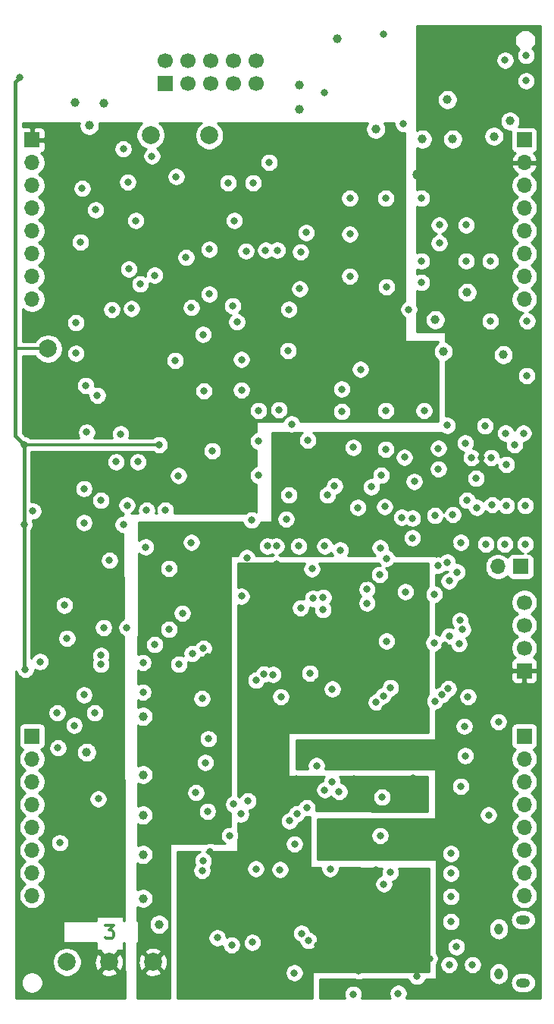
<source format=gbr>
G04 #@! TF.GenerationSoftware,KiCad,Pcbnew,(5.1.9)-1*
G04 #@! TF.CreationDate,2021-03-14T14:56:39+00:00*
G04 #@! TF.ProjectId,Retrospector_Components,52657472-6f73-4706-9563-746f725f436f,rev?*
G04 #@! TF.SameCoordinates,Original*
G04 #@! TF.FileFunction,Copper,L3,Inr*
G04 #@! TF.FilePolarity,Positive*
%FSLAX46Y46*%
G04 Gerber Fmt 4.6, Leading zero omitted, Abs format (unit mm)*
G04 Created by KiCad (PCBNEW (5.1.9)-1) date 2021-03-14 14:56:39*
%MOMM*%
%LPD*%
G01*
G04 APERTURE LIST*
%ADD10C,0.300000*%
G04 #@! TA.AperFunction,ComponentPad*
%ADD11C,1.700000*%
G04 #@! TD*
G04 #@! TA.AperFunction,ComponentPad*
%ADD12R,1.700000X1.700000*%
G04 #@! TD*
G04 #@! TA.AperFunction,ComponentPad*
%ADD13O,1.700000X1.700000*%
G04 #@! TD*
G04 #@! TA.AperFunction,ComponentPad*
%ADD14C,2.000000*%
G04 #@! TD*
G04 #@! TA.AperFunction,ComponentPad*
%ADD15O,0.950000X1.250000*%
G04 #@! TD*
G04 #@! TA.AperFunction,ComponentPad*
%ADD16O,1.550000X1.000000*%
G04 #@! TD*
G04 #@! TA.AperFunction,ViaPad*
%ADD17C,0.800000*%
G04 #@! TD*
G04 #@! TA.AperFunction,ViaPad*
%ADD18C,1.000000*%
G04 #@! TD*
G04 #@! TA.AperFunction,ViaPad*
%ADD19C,1.200000*%
G04 #@! TD*
G04 #@! TA.AperFunction,Conductor*
%ADD20C,0.400000*%
G04 #@! TD*
G04 #@! TA.AperFunction,Conductor*
%ADD21C,0.300000*%
G04 #@! TD*
G04 #@! TA.AperFunction,Conductor*
%ADD22C,0.254000*%
G04 #@! TD*
G04 #@! TA.AperFunction,Conductor*
%ADD23C,0.100000*%
G04 #@! TD*
G04 APERTURE END LIST*
D10*
X110700000Y-151078571D02*
X111628571Y-151078571D01*
X111128571Y-151650000D01*
X111342857Y-151650000D01*
X111485714Y-151721428D01*
X111557142Y-151792857D01*
X111628571Y-151935714D01*
X111628571Y-152292857D01*
X111557142Y-152435714D01*
X111485714Y-152507142D01*
X111342857Y-152578571D01*
X110914285Y-152578571D01*
X110771428Y-152507142D01*
X110700000Y-152435714D01*
D11*
X127560000Y-54660000D03*
X127560000Y-57200000D03*
X125020000Y-54660000D03*
X125020000Y-57200000D03*
X122480000Y-54660000D03*
X122480000Y-57200000D03*
X119940000Y-54660000D03*
X119940000Y-57200000D03*
X117400000Y-54660000D03*
D12*
X117400000Y-57200000D03*
X157100000Y-111100000D03*
D13*
X154560000Y-111100000D03*
D14*
X122300000Y-63000000D03*
D12*
X157500000Y-130000000D03*
D13*
X157500000Y-132540000D03*
X157500000Y-135080000D03*
X157500000Y-137620000D03*
X157500000Y-140160000D03*
X157500000Y-142700000D03*
X157500000Y-145240000D03*
X157500000Y-147780000D03*
D14*
X115750000Y-62950000D03*
X104300000Y-86800000D03*
X111100000Y-155200000D03*
X116000000Y-155200000D03*
X106400000Y-155200000D03*
D15*
X154650000Y-156500000D03*
X154650000Y-151500000D03*
D16*
X157350000Y-157500000D03*
X157350000Y-150500000D03*
D12*
X157500000Y-63500000D03*
D13*
X157500000Y-66040000D03*
X157500000Y-68580000D03*
X157500000Y-71120000D03*
X157500000Y-73660000D03*
X157500000Y-76200000D03*
X157500000Y-78740000D03*
X157500000Y-81280000D03*
D12*
X102500000Y-130000000D03*
D13*
X102500000Y-132540000D03*
X102500000Y-135080000D03*
X102500000Y-137620000D03*
X102500000Y-140160000D03*
X102500000Y-142700000D03*
X102500000Y-145240000D03*
X102500000Y-147780000D03*
D12*
X102500000Y-63500000D03*
D13*
X102500000Y-66040000D03*
X102500000Y-68580000D03*
X102500000Y-71120000D03*
X102500000Y-73660000D03*
X102500000Y-76200000D03*
X102500000Y-78740000D03*
X102500000Y-81280000D03*
D12*
X157500000Y-122700000D03*
D11*
X157500000Y-120160000D03*
X157500000Y-117620000D03*
X157500000Y-115080000D03*
D17*
X122400000Y-142900000D03*
X131100000Y-152100000D03*
X141900000Y-126900000D03*
X134400000Y-127200000D03*
D18*
X108600000Y-131800000D03*
X114900000Y-127800000D03*
X114900000Y-134300000D03*
X114900000Y-143200000D03*
X154100000Y-63100000D03*
X155900000Y-61400000D03*
D17*
X157700000Y-56900000D03*
X157700000Y-54100000D03*
X133800000Y-145100000D03*
X144800000Y-138100000D03*
X144400000Y-121200000D03*
X150400000Y-108400000D03*
X127400000Y-114800000D03*
X124000000Y-154700000D03*
X121655290Y-120204324D03*
X151600000Y-98950000D03*
X144158470Y-112246889D03*
X138900000Y-104500000D03*
X153100000Y-95400000D03*
X148900000Y-95350000D03*
X153800000Y-98950000D03*
X152100000Y-101250000D03*
X145100000Y-134700000D03*
X138500000Y-134800000D03*
X132000000Y-134800000D03*
X128800000Y-108800000D03*
X126500000Y-110100000D03*
X150300000Y-117100000D03*
X150200000Y-119700000D03*
X136950000Y-127000000D03*
X106100000Y-115400000D03*
X129900000Y-75800000D03*
X114100000Y-72500000D03*
X147900000Y-100200000D03*
X132400000Y-80100000D03*
X131100000Y-87000000D03*
X111900000Y-99400000D03*
X107400000Y-83900000D03*
X132500000Y-76000000D03*
X142100000Y-79900000D03*
X144000000Y-61700000D03*
X141800000Y-51700000D03*
X107900000Y-74900000D03*
X122100000Y-138400000D03*
D18*
X114900000Y-148100000D03*
X119400000Y-152600000D03*
D17*
X114900000Y-121800000D03*
X116200000Y-119800000D03*
X143800000Y-153500000D03*
X138800000Y-153300000D03*
X140904002Y-144900000D03*
X103400000Y-121700000D03*
X106400000Y-119100000D03*
X110500000Y-117900000D03*
X144400000Y-116200000D03*
X138700000Y-138000000D03*
X132000000Y-126600000D03*
X126000000Y-117200000D03*
X119300000Y-116300000D03*
X122200000Y-130300000D03*
X134400000Y-153300000D03*
X117800000Y-118100000D03*
X114900000Y-125100000D03*
X135200000Y-108800000D03*
X132300000Y-108800000D03*
X129800000Y-110800000D03*
X140500000Y-118100000D03*
X134400000Y-123900000D03*
X121850000Y-132950000D03*
X121500000Y-125800000D03*
X120800000Y-136300000D03*
X145400000Y-128600000D03*
X141400000Y-150200000D03*
X143500000Y-148400000D03*
X146900000Y-154800000D03*
X146000000Y-152800000D03*
X145500000Y-156800000D03*
X143400000Y-158700000D03*
X138400000Y-158800000D03*
X139000000Y-156200000D03*
X151700000Y-155500000D03*
X149100000Y-155500000D03*
X149900000Y-153500000D03*
X149300000Y-150700000D03*
X149300000Y-147900000D03*
X149300000Y-145300000D03*
X149300000Y-143100000D03*
X145400000Y-150100000D03*
D18*
X121900000Y-154100000D03*
D17*
X126300000Y-157200000D03*
X129300000Y-158500000D03*
X132800000Y-158700000D03*
X123500000Y-156900000D03*
D18*
X116700000Y-151000000D03*
X114900000Y-138800000D03*
D17*
X105600000Y-141900000D03*
X109900000Y-137000000D03*
X105400000Y-131300000D03*
X105300000Y-127400000D03*
X109500000Y-127400000D03*
X108300000Y-125400000D03*
X107200000Y-128800000D03*
X113100000Y-117900000D03*
X151200000Y-125600000D03*
X154600000Y-128400000D03*
X150800000Y-128900000D03*
X150900000Y-132200000D03*
X150400000Y-135600000D03*
X153500000Y-138800000D03*
X128000000Y-112100000D03*
X141900000Y-104400000D03*
X147500000Y-105400000D03*
X145000000Y-107900000D03*
X152200000Y-104500000D03*
X153900000Y-104200000D03*
X155500000Y-104300000D03*
X157600000Y-104300000D03*
X153200000Y-108600000D03*
X155300000Y-108600000D03*
X157600000Y-108600000D03*
X145200000Y-101600000D03*
X140400000Y-102200000D03*
X141500000Y-100900000D03*
X142000000Y-98000000D03*
X147900000Y-97900000D03*
X144100000Y-98900000D03*
X150900000Y-97300000D03*
X156400000Y-97500000D03*
X157400000Y-96200000D03*
X155400000Y-96200000D03*
X155500000Y-99700000D03*
X119700000Y-76600000D03*
X116200000Y-78600000D03*
X126400000Y-75900000D03*
X114325010Y-99400000D03*
X151000000Y-73000000D03*
X148000000Y-73000000D03*
X146000000Y-70000000D03*
X142000000Y-70000000D03*
X138000000Y-70000000D03*
X129000000Y-66000000D03*
X151000000Y-77000000D03*
X148000000Y-75000000D03*
X138000000Y-74000000D03*
X138000000Y-78700000D03*
X146000000Y-77000000D03*
X146000000Y-79400000D03*
X139200000Y-89100000D03*
X137100000Y-91300000D03*
X137100000Y-93800000D03*
X146300000Y-93700000D03*
X142000000Y-93700000D03*
X118500000Y-88100000D03*
X121700000Y-91500000D03*
X125900000Y-91400000D03*
X125900000Y-88000000D03*
X121600000Y-85200000D03*
X120300000Y-82200000D03*
X124900000Y-82000000D03*
X130100000Y-93600000D03*
X127800000Y-93700000D03*
X127800000Y-100900000D03*
X127800000Y-97100000D03*
X133300000Y-97000000D03*
X138400000Y-97800000D03*
X131500000Y-95200000D03*
X117800000Y-111300000D03*
X115200000Y-108900000D03*
X112700000Y-106400000D03*
X110200000Y-103700000D03*
X102600000Y-104900000D03*
X108300000Y-106200000D03*
X108300000Y-102400000D03*
X112400000Y-96300000D03*
X108600000Y-96100000D03*
X109800000Y-92000000D03*
X107400000Y-87300000D03*
X108100000Y-68900000D03*
X112700000Y-64500000D03*
X115900000Y-65300000D03*
X118600000Y-67600000D03*
X125100000Y-72500000D03*
X127200000Y-68300000D03*
X124400000Y-68300000D03*
X113200000Y-68200000D03*
X135200000Y-58200000D03*
D18*
X132400000Y-60100000D03*
X132400000Y-57400000D03*
X136600000Y-52200000D03*
X140900000Y-62300000D03*
X148900000Y-59000000D03*
X149500000Y-63400000D03*
X146100000Y-63400000D03*
X108900000Y-61900000D03*
X110500000Y-59400000D03*
X107300000Y-59300000D03*
D17*
X120300000Y-108400000D03*
X117400000Y-104800000D03*
X157750000Y-89800000D03*
D18*
X155150000Y-87450000D03*
X148450000Y-87100000D03*
X147550000Y-83550000D03*
X151100000Y-80500000D03*
D17*
X135050000Y-137650000D03*
X136400000Y-114300000D03*
X132300000Y-111400000D03*
X126100000Y-152500000D03*
X141400000Y-109000000D03*
X139900000Y-112400000D03*
X136300000Y-102100000D03*
X148900000Y-110600000D03*
X110200000Y-122000000D03*
X155350000Y-54610000D03*
X153700000Y-83700000D03*
X157800000Y-83700000D03*
X153700000Y-77000000D03*
X144600000Y-82400000D03*
X131200000Y-82400000D03*
X122300000Y-80700000D03*
X122300000Y-75700000D03*
D18*
X135900000Y-67300000D03*
D17*
X104000000Y-118000000D03*
X147400000Y-88800000D03*
X147500000Y-91800000D03*
X127025010Y-104500000D03*
X114325010Y-92900000D03*
D18*
X134100000Y-67300000D03*
D19*
X145600000Y-67350000D03*
D17*
X135725003Y-141325003D03*
X122200000Y-140400000D03*
X152648229Y-98946785D03*
X141300000Y-105800000D03*
X130100000Y-104900000D03*
X135000000Y-105500000D03*
X148600000Y-119900000D03*
X148600000Y-114900000D03*
X138500000Y-131800000D03*
X145900000Y-130800000D03*
X122100000Y-121100000D03*
X140425000Y-140225000D03*
X132800000Y-131725000D03*
X122400000Y-115200000D03*
X135899997Y-157899997D03*
X140800005Y-157999995D03*
X144900000Y-140400000D03*
X149200000Y-108600000D03*
X157600000Y-102300000D03*
D19*
X151800000Y-69400000D03*
X154400000Y-68100000D03*
X149200000Y-68000000D03*
X154360000Y-66040000D03*
X149700000Y-65900000D03*
D17*
X122367741Y-128467741D03*
X122300000Y-108400000D03*
X118850000Y-100950000D03*
X127025001Y-105897231D03*
X113315000Y-77900000D03*
X133128808Y-73845763D03*
X114585000Y-79565000D03*
X128600000Y-75800000D03*
X145000000Y-105700000D03*
X143800000Y-105600000D03*
X131200000Y-103100000D03*
X122635714Y-98169842D03*
X108500000Y-90900000D03*
X111156316Y-110401711D03*
X109600000Y-71300000D03*
X125400000Y-83800000D03*
X133400000Y-152800000D03*
X142103574Y-110175009D03*
X141325000Y-111975000D03*
X135200000Y-136000000D03*
X147900000Y-110949990D03*
X151100000Y-103700000D03*
X149500000Y-105300000D03*
X131251205Y-139451099D03*
X139925000Y-113625000D03*
X131800000Y-156400000D03*
X144200000Y-113900000D03*
X132075000Y-138675000D03*
X139925000Y-115175000D03*
X141400000Y-141100000D03*
X142100000Y-119400000D03*
X142550000Y-124600000D03*
X141800000Y-146500000D03*
X132600000Y-152000000D03*
X136800008Y-136199994D03*
X134275000Y-133300000D03*
X130200000Y-144900000D03*
X140956778Y-126225000D03*
X141600000Y-136800000D03*
X141725000Y-125500000D03*
X142525010Y-145200000D03*
X129800000Y-108800000D03*
X135500000Y-103100000D03*
X135800000Y-144800000D03*
X130300000Y-125600000D03*
X136000000Y-135100000D03*
X136050004Y-124750000D03*
X121600000Y-143900000D03*
X120400000Y-120800000D03*
X118900000Y-122000000D03*
X121500000Y-145000000D03*
X127525000Y-123775000D03*
X127500000Y-144800000D03*
X128400000Y-123100000D03*
X127100000Y-153000000D03*
X131825000Y-142025000D03*
X129425000Y-123125000D03*
X111419999Y-82420019D03*
X113117742Y-104243061D03*
X113600000Y-82300000D03*
X115300000Y-104800004D03*
X133550000Y-122975000D03*
X133200000Y-138000000D03*
X123200000Y-152500000D03*
X133767364Y-111347448D03*
X124800000Y-153300000D03*
X136933614Y-109247400D03*
X124600000Y-141100000D03*
X132500000Y-115700000D03*
X125025000Y-137600000D03*
X133887660Y-114637660D03*
X125825000Y-138700000D03*
X135025320Y-114525320D03*
X126625000Y-137225000D03*
X135000000Y-115900000D03*
X110200000Y-121000000D03*
X125900000Y-114400000D03*
X130900000Y-105800000D03*
X101100000Y-56500000D03*
X101600000Y-97500000D03*
X101600000Y-106400000D03*
X116700000Y-97500000D03*
X101749990Y-122573229D03*
X149000000Y-124700000D03*
X147400000Y-119600000D03*
X148274990Y-125407108D03*
X147500000Y-126100000D03*
X149100000Y-118825000D03*
X150600000Y-118100000D03*
X147425000Y-114175000D03*
X149100000Y-112700000D03*
X150000000Y-111700000D03*
D20*
X101100000Y-56500000D02*
X100600000Y-57000000D01*
X100600000Y-96500000D02*
X101600000Y-97500000D01*
X101600000Y-97500000D02*
X101600000Y-106400000D01*
X100600000Y-86600000D02*
X100600000Y-96500000D01*
X100600000Y-57000000D02*
X100600000Y-86600000D01*
D21*
X101600000Y-97500000D02*
X116700000Y-97500000D01*
D20*
X101600000Y-122423239D02*
X101749990Y-122573229D01*
X101600000Y-106400000D02*
X101600000Y-122423239D01*
D21*
X100800000Y-86800000D02*
X100600000Y-86600000D01*
X104300000Y-86800000D02*
X100800000Y-86800000D01*
D22*
X107765000Y-61788212D02*
X107765000Y-62011788D01*
X107808617Y-62231067D01*
X107894176Y-62437624D01*
X108018388Y-62623520D01*
X108176480Y-62781612D01*
X108362376Y-62905824D01*
X108568933Y-62991383D01*
X108788212Y-63035000D01*
X109011788Y-63035000D01*
X109231067Y-62991383D01*
X109437624Y-62905824D01*
X109623520Y-62781612D01*
X109781612Y-62623520D01*
X109905824Y-62437624D01*
X109991383Y-62231067D01*
X110035000Y-62011788D01*
X110035000Y-61788212D01*
X110002933Y-61627000D01*
X114787088Y-61627000D01*
X114707748Y-61680013D01*
X114480013Y-61907748D01*
X114301082Y-62175537D01*
X114177832Y-62473088D01*
X114115000Y-62788967D01*
X114115000Y-63111033D01*
X114177832Y-63426912D01*
X114301082Y-63724463D01*
X114480013Y-63992252D01*
X114707748Y-64219987D01*
X114975537Y-64398918D01*
X115231392Y-64504897D01*
X115096063Y-64640226D01*
X114982795Y-64809744D01*
X114904774Y-64998102D01*
X114865000Y-65198061D01*
X114865000Y-65401939D01*
X114904774Y-65601898D01*
X114982795Y-65790256D01*
X115096063Y-65959774D01*
X115240226Y-66103937D01*
X115409744Y-66217205D01*
X115598102Y-66295226D01*
X115798061Y-66335000D01*
X116001939Y-66335000D01*
X116201898Y-66295226D01*
X116390256Y-66217205D01*
X116559774Y-66103937D01*
X116703937Y-65959774D01*
X116745172Y-65898061D01*
X127965000Y-65898061D01*
X127965000Y-66101939D01*
X128004774Y-66301898D01*
X128082795Y-66490256D01*
X128196063Y-66659774D01*
X128340226Y-66803937D01*
X128509744Y-66917205D01*
X128698102Y-66995226D01*
X128898061Y-67035000D01*
X129101939Y-67035000D01*
X129301898Y-66995226D01*
X129490256Y-66917205D01*
X129659774Y-66803937D01*
X129803937Y-66659774D01*
X129917205Y-66490256D01*
X129995226Y-66301898D01*
X130035000Y-66101939D01*
X130035000Y-65898061D01*
X129995226Y-65698102D01*
X129917205Y-65509744D01*
X129803937Y-65340226D01*
X129659774Y-65196063D01*
X129490256Y-65082795D01*
X129301898Y-65004774D01*
X129101939Y-64965000D01*
X128898061Y-64965000D01*
X128698102Y-65004774D01*
X128509744Y-65082795D01*
X128340226Y-65196063D01*
X128196063Y-65340226D01*
X128082795Y-65509744D01*
X128004774Y-65698102D01*
X127965000Y-65898061D01*
X116745172Y-65898061D01*
X116817205Y-65790256D01*
X116895226Y-65601898D01*
X116935000Y-65401939D01*
X116935000Y-65198061D01*
X116895226Y-64998102D01*
X116817205Y-64809744D01*
X116703937Y-64640226D01*
X116559774Y-64496063D01*
X116456511Y-64427065D01*
X116524463Y-64398918D01*
X116792252Y-64219987D01*
X117019987Y-63992252D01*
X117198918Y-63724463D01*
X117322168Y-63426912D01*
X117385000Y-63111033D01*
X117385000Y-62788967D01*
X117322168Y-62473088D01*
X117198918Y-62175537D01*
X117019987Y-61907748D01*
X116792252Y-61680013D01*
X116712912Y-61627000D01*
X121411918Y-61627000D01*
X121257748Y-61730013D01*
X121030013Y-61957748D01*
X120851082Y-62225537D01*
X120727832Y-62523088D01*
X120665000Y-62838967D01*
X120665000Y-63161033D01*
X120727832Y-63476912D01*
X120851082Y-63774463D01*
X121030013Y-64042252D01*
X121257748Y-64269987D01*
X121525537Y-64448918D01*
X121823088Y-64572168D01*
X122138967Y-64635000D01*
X122461033Y-64635000D01*
X122776912Y-64572168D01*
X123074463Y-64448918D01*
X123342252Y-64269987D01*
X123569987Y-64042252D01*
X123748918Y-63774463D01*
X123872168Y-63476912D01*
X123935000Y-63161033D01*
X123935000Y-62838967D01*
X123872168Y-62523088D01*
X123748918Y-62225537D01*
X123569987Y-61957748D01*
X123342252Y-61730013D01*
X123188082Y-61627000D01*
X139984632Y-61627000D01*
X139894176Y-61762376D01*
X139808617Y-61968933D01*
X139765000Y-62188212D01*
X139765000Y-62411788D01*
X139808617Y-62631067D01*
X139894176Y-62837624D01*
X140018388Y-63023520D01*
X140176480Y-63181612D01*
X140362376Y-63305824D01*
X140568933Y-63391383D01*
X140788212Y-63435000D01*
X141011788Y-63435000D01*
X141231067Y-63391383D01*
X141437624Y-63305824D01*
X141623520Y-63181612D01*
X141781612Y-63023520D01*
X141905824Y-62837624D01*
X141991383Y-62631067D01*
X142035000Y-62411788D01*
X142035000Y-62188212D01*
X141991383Y-61968933D01*
X141905824Y-61762376D01*
X141815368Y-61627000D01*
X142965000Y-61627000D01*
X142965000Y-61801939D01*
X143004774Y-62001898D01*
X143082795Y-62190256D01*
X143196063Y-62359774D01*
X143340226Y-62503937D01*
X143509744Y-62617205D01*
X143698102Y-62695226D01*
X143898061Y-62735000D01*
X144101939Y-62735000D01*
X144173000Y-62720865D01*
X144173000Y-81456593D01*
X144109744Y-81482795D01*
X143940226Y-81596063D01*
X143796063Y-81740226D01*
X143682795Y-81909744D01*
X143604774Y-82098102D01*
X143565000Y-82298061D01*
X143565000Y-82501939D01*
X143604774Y-82701898D01*
X143682795Y-82890256D01*
X143796063Y-83059774D01*
X143940226Y-83203937D01*
X144109744Y-83317205D01*
X144173000Y-83343407D01*
X144173000Y-85900000D01*
X144175440Y-85924776D01*
X144182667Y-85948601D01*
X144194403Y-85970557D01*
X144210197Y-85989803D01*
X144229443Y-86005597D01*
X144251399Y-86017333D01*
X144275224Y-86024560D01*
X144300000Y-86027000D01*
X147873000Y-86027000D01*
X147873000Y-86120486D01*
X147726480Y-86218388D01*
X147568388Y-86376480D01*
X147444176Y-86562376D01*
X147358617Y-86768933D01*
X147315000Y-86988212D01*
X147315000Y-87211788D01*
X147358617Y-87431067D01*
X147444176Y-87637624D01*
X147568388Y-87823520D01*
X147726480Y-87981612D01*
X147873000Y-88079514D01*
X147873000Y-94873000D01*
X132484828Y-94873000D01*
X132417205Y-94709744D01*
X132303937Y-94540226D01*
X132159774Y-94396063D01*
X131990256Y-94282795D01*
X131801898Y-94204774D01*
X131601939Y-94165000D01*
X131398061Y-94165000D01*
X131198102Y-94204774D01*
X131009744Y-94282795D01*
X130840226Y-94396063D01*
X130696063Y-94540226D01*
X130582795Y-94709744D01*
X130515172Y-94873000D01*
X127700000Y-94873000D01*
X127675224Y-94875440D01*
X127651399Y-94882667D01*
X127629443Y-94894403D01*
X127610197Y-94910197D01*
X127594403Y-94929443D01*
X127582667Y-94951399D01*
X127575440Y-94975224D01*
X127573000Y-95000000D01*
X127573000Y-96089876D01*
X127498102Y-96104774D01*
X127309744Y-96182795D01*
X127140226Y-96296063D01*
X126996063Y-96440226D01*
X126882795Y-96609744D01*
X126804774Y-96798102D01*
X126765000Y-96998061D01*
X126765000Y-97201939D01*
X126804774Y-97401898D01*
X126882795Y-97590256D01*
X126996063Y-97759774D01*
X127140226Y-97903937D01*
X127309744Y-98017205D01*
X127498102Y-98095226D01*
X127573000Y-98110124D01*
X127573000Y-99889876D01*
X127498102Y-99904774D01*
X127309744Y-99982795D01*
X127140226Y-100096063D01*
X126996063Y-100240226D01*
X126882795Y-100409744D01*
X126804774Y-100598102D01*
X126765000Y-100798061D01*
X126765000Y-101001939D01*
X126804774Y-101201898D01*
X126882795Y-101390256D01*
X126996063Y-101559774D01*
X127140226Y-101703937D01*
X127309744Y-101817205D01*
X127498102Y-101895226D01*
X127573000Y-101910124D01*
X127573000Y-105018609D01*
X127515257Y-104980026D01*
X127326899Y-104902005D01*
X127126940Y-104862231D01*
X126923062Y-104862231D01*
X126723103Y-104902005D01*
X126534745Y-104980026D01*
X126365227Y-105093294D01*
X126285521Y-105173000D01*
X118365774Y-105173000D01*
X118395226Y-105101898D01*
X118435000Y-104901939D01*
X118435000Y-104698061D01*
X118395226Y-104498102D01*
X118317205Y-104309744D01*
X118203937Y-104140226D01*
X118059774Y-103996063D01*
X117890256Y-103882795D01*
X117701898Y-103804774D01*
X117501939Y-103765000D01*
X117298061Y-103765000D01*
X117098102Y-103804774D01*
X116909744Y-103882795D01*
X116740226Y-103996063D01*
X116596063Y-104140226D01*
X116482795Y-104309744D01*
X116404774Y-104498102D01*
X116365000Y-104698061D01*
X116365000Y-104901939D01*
X116404774Y-105101898D01*
X116434226Y-105173000D01*
X116265776Y-105173000D01*
X116295226Y-105101902D01*
X116335000Y-104901943D01*
X116335000Y-104698065D01*
X116295226Y-104498106D01*
X116217205Y-104309748D01*
X116103937Y-104140230D01*
X115959774Y-103996067D01*
X115790256Y-103882799D01*
X115601898Y-103804778D01*
X115401939Y-103765004D01*
X115198061Y-103765004D01*
X114998102Y-103804778D01*
X114809744Y-103882799D01*
X114640226Y-103996067D01*
X114496063Y-104140230D01*
X114382795Y-104309748D01*
X114304774Y-104498106D01*
X114265000Y-104698065D01*
X114265000Y-104901943D01*
X114304774Y-105101902D01*
X114334224Y-105173000D01*
X113577256Y-105173000D01*
X113607998Y-105160266D01*
X113777516Y-105046998D01*
X113921679Y-104902835D01*
X114034947Y-104733317D01*
X114112968Y-104544959D01*
X114152742Y-104345000D01*
X114152742Y-104141122D01*
X114112968Y-103941163D01*
X114034947Y-103752805D01*
X113921679Y-103583287D01*
X113777516Y-103439124D01*
X113607998Y-103325856D01*
X113419640Y-103247835D01*
X113219681Y-103208061D01*
X113015803Y-103208061D01*
X112815844Y-103247835D01*
X112627486Y-103325856D01*
X112457968Y-103439124D01*
X112313805Y-103583287D01*
X112200537Y-103752805D01*
X112122516Y-103941163D01*
X112082742Y-104141122D01*
X112082742Y-104345000D01*
X112122516Y-104544959D01*
X112200537Y-104733317D01*
X112313805Y-104902835D01*
X112457968Y-105046998D01*
X112627486Y-105160266D01*
X112722887Y-105199783D01*
X112710197Y-105210197D01*
X112694403Y-105229443D01*
X112682667Y-105251399D01*
X112675440Y-105275224D01*
X112673001Y-105300466D01*
X112673238Y-105365000D01*
X112598061Y-105365000D01*
X112398102Y-105404774D01*
X112209744Y-105482795D01*
X112040226Y-105596063D01*
X111896063Y-105740226D01*
X111782795Y-105909744D01*
X111704774Y-106098102D01*
X111665000Y-106298061D01*
X111665000Y-106501939D01*
X111704774Y-106701898D01*
X111782795Y-106890256D01*
X111896063Y-107059774D01*
X112040226Y-107203937D01*
X112209744Y-107317205D01*
X112398102Y-107395226D01*
X112598061Y-107435000D01*
X112680834Y-107435000D01*
X112715711Y-116938902D01*
X112609744Y-116982795D01*
X112440226Y-117096063D01*
X112296063Y-117240226D01*
X112182795Y-117409744D01*
X112104774Y-117598102D01*
X112065000Y-117798061D01*
X112065000Y-118001939D01*
X112104774Y-118201898D01*
X112182795Y-118390256D01*
X112296063Y-118559774D01*
X112440226Y-118703937D01*
X112609744Y-118817205D01*
X112722775Y-118864025D01*
X112839139Y-150573000D01*
X112699286Y-150573000D01*
X112699286Y-150110000D01*
X109700715Y-150110000D01*
X109700715Y-150573000D01*
X106100000Y-150573000D01*
X106075224Y-150575440D01*
X106051399Y-150582667D01*
X106029443Y-150594403D01*
X106010197Y-150610197D01*
X105994403Y-150629443D01*
X105982667Y-150651399D01*
X105975440Y-150675224D01*
X105973000Y-150700000D01*
X105973000Y-152900000D01*
X105975440Y-152924776D01*
X105982667Y-152948601D01*
X105994403Y-152970557D01*
X106010197Y-152989803D01*
X106029443Y-153005597D01*
X106051399Y-153017333D01*
X106075224Y-153024560D01*
X106100000Y-153027000D01*
X109700715Y-153027000D01*
X109700715Y-153930000D01*
X110192938Y-153930000D01*
X110144192Y-154064587D01*
X111100000Y-155020395D01*
X112055808Y-154064587D01*
X112007062Y-153930000D01*
X112699286Y-153930000D01*
X112699286Y-153027000D01*
X112848144Y-153027000D01*
X112871036Y-159265000D01*
X100735000Y-159265000D01*
X100735000Y-157380727D01*
X101289000Y-157380727D01*
X101289000Y-157619273D01*
X101335538Y-157853236D01*
X101426825Y-158073624D01*
X101559354Y-158271968D01*
X101728032Y-158440646D01*
X101926376Y-158573175D01*
X102146764Y-158664462D01*
X102380727Y-158711000D01*
X102619273Y-158711000D01*
X102853236Y-158664462D01*
X103073624Y-158573175D01*
X103271968Y-158440646D01*
X103440646Y-158271968D01*
X103573175Y-158073624D01*
X103664462Y-157853236D01*
X103711000Y-157619273D01*
X103711000Y-157380727D01*
X103664462Y-157146764D01*
X103573175Y-156926376D01*
X103440646Y-156728032D01*
X103271968Y-156559354D01*
X103073624Y-156426825D01*
X102853236Y-156335538D01*
X102619273Y-156289000D01*
X102380727Y-156289000D01*
X102146764Y-156335538D01*
X101926376Y-156426825D01*
X101728032Y-156559354D01*
X101559354Y-156728032D01*
X101426825Y-156926376D01*
X101335538Y-157146764D01*
X101289000Y-157380727D01*
X100735000Y-157380727D01*
X100735000Y-155038967D01*
X104765000Y-155038967D01*
X104765000Y-155361033D01*
X104827832Y-155676912D01*
X104951082Y-155974463D01*
X105130013Y-156242252D01*
X105357748Y-156469987D01*
X105625537Y-156648918D01*
X105923088Y-156772168D01*
X106238967Y-156835000D01*
X106561033Y-156835000D01*
X106876912Y-156772168D01*
X107174463Y-156648918D01*
X107442252Y-156469987D01*
X107576826Y-156335413D01*
X110144192Y-156335413D01*
X110239956Y-156599814D01*
X110529571Y-156740704D01*
X110841108Y-156822384D01*
X111162595Y-156841718D01*
X111481675Y-156797961D01*
X111786088Y-156692795D01*
X111960044Y-156599814D01*
X112055808Y-156335413D01*
X111100000Y-155379605D01*
X110144192Y-156335413D01*
X107576826Y-156335413D01*
X107669987Y-156242252D01*
X107848918Y-155974463D01*
X107972168Y-155676912D01*
X108035000Y-155361033D01*
X108035000Y-155262595D01*
X109458282Y-155262595D01*
X109502039Y-155581675D01*
X109607205Y-155886088D01*
X109700186Y-156060044D01*
X109964587Y-156155808D01*
X110920395Y-155200000D01*
X111279605Y-155200000D01*
X112235413Y-156155808D01*
X112499814Y-156060044D01*
X112640704Y-155770429D01*
X112722384Y-155458892D01*
X112741718Y-155137405D01*
X112697961Y-154818325D01*
X112592795Y-154513912D01*
X112499814Y-154339956D01*
X112235413Y-154244192D01*
X111279605Y-155200000D01*
X110920395Y-155200000D01*
X109964587Y-154244192D01*
X109700186Y-154339956D01*
X109559296Y-154629571D01*
X109477616Y-154941108D01*
X109458282Y-155262595D01*
X108035000Y-155262595D01*
X108035000Y-155038967D01*
X107972168Y-154723088D01*
X107848918Y-154425537D01*
X107669987Y-154157748D01*
X107442252Y-153930013D01*
X107174463Y-153751082D01*
X106876912Y-153627832D01*
X106561033Y-153565000D01*
X106238967Y-153565000D01*
X105923088Y-153627832D01*
X105625537Y-153751082D01*
X105357748Y-153930013D01*
X105130013Y-154157748D01*
X104951082Y-154425537D01*
X104827832Y-154723088D01*
X104765000Y-155038967D01*
X100735000Y-155038967D01*
X100735000Y-129150000D01*
X101011928Y-129150000D01*
X101011928Y-130850000D01*
X101024188Y-130974482D01*
X101060498Y-131094180D01*
X101119463Y-131204494D01*
X101198815Y-131301185D01*
X101295506Y-131380537D01*
X101405820Y-131439502D01*
X101478380Y-131461513D01*
X101346525Y-131593368D01*
X101184010Y-131836589D01*
X101072068Y-132106842D01*
X101015000Y-132393740D01*
X101015000Y-132686260D01*
X101072068Y-132973158D01*
X101184010Y-133243411D01*
X101346525Y-133486632D01*
X101553368Y-133693475D01*
X101727760Y-133810000D01*
X101553368Y-133926525D01*
X101346525Y-134133368D01*
X101184010Y-134376589D01*
X101072068Y-134646842D01*
X101015000Y-134933740D01*
X101015000Y-135226260D01*
X101072068Y-135513158D01*
X101184010Y-135783411D01*
X101346525Y-136026632D01*
X101553368Y-136233475D01*
X101727760Y-136350000D01*
X101553368Y-136466525D01*
X101346525Y-136673368D01*
X101184010Y-136916589D01*
X101072068Y-137186842D01*
X101015000Y-137473740D01*
X101015000Y-137766260D01*
X101072068Y-138053158D01*
X101184010Y-138323411D01*
X101346525Y-138566632D01*
X101553368Y-138773475D01*
X101727760Y-138890000D01*
X101553368Y-139006525D01*
X101346525Y-139213368D01*
X101184010Y-139456589D01*
X101072068Y-139726842D01*
X101015000Y-140013740D01*
X101015000Y-140306260D01*
X101072068Y-140593158D01*
X101184010Y-140863411D01*
X101346525Y-141106632D01*
X101553368Y-141313475D01*
X101727760Y-141430000D01*
X101553368Y-141546525D01*
X101346525Y-141753368D01*
X101184010Y-141996589D01*
X101072068Y-142266842D01*
X101015000Y-142553740D01*
X101015000Y-142846260D01*
X101072068Y-143133158D01*
X101184010Y-143403411D01*
X101346525Y-143646632D01*
X101553368Y-143853475D01*
X101727760Y-143970000D01*
X101553368Y-144086525D01*
X101346525Y-144293368D01*
X101184010Y-144536589D01*
X101072068Y-144806842D01*
X101015000Y-145093740D01*
X101015000Y-145386260D01*
X101072068Y-145673158D01*
X101184010Y-145943411D01*
X101346525Y-146186632D01*
X101553368Y-146393475D01*
X101727760Y-146510000D01*
X101553368Y-146626525D01*
X101346525Y-146833368D01*
X101184010Y-147076589D01*
X101072068Y-147346842D01*
X101015000Y-147633740D01*
X101015000Y-147926260D01*
X101072068Y-148213158D01*
X101184010Y-148483411D01*
X101346525Y-148726632D01*
X101553368Y-148933475D01*
X101796589Y-149095990D01*
X102066842Y-149207932D01*
X102353740Y-149265000D01*
X102646260Y-149265000D01*
X102933158Y-149207932D01*
X103203411Y-149095990D01*
X103446632Y-148933475D01*
X103653475Y-148726632D01*
X103815990Y-148483411D01*
X103927932Y-148213158D01*
X103985000Y-147926260D01*
X103985000Y-147633740D01*
X103927932Y-147346842D01*
X103815990Y-147076589D01*
X103653475Y-146833368D01*
X103446632Y-146626525D01*
X103272240Y-146510000D01*
X103446632Y-146393475D01*
X103653475Y-146186632D01*
X103815990Y-145943411D01*
X103927932Y-145673158D01*
X103985000Y-145386260D01*
X103985000Y-145093740D01*
X103927932Y-144806842D01*
X103815990Y-144536589D01*
X103653475Y-144293368D01*
X103446632Y-144086525D01*
X103272240Y-143970000D01*
X103446632Y-143853475D01*
X103653475Y-143646632D01*
X103815990Y-143403411D01*
X103927932Y-143133158D01*
X103985000Y-142846260D01*
X103985000Y-142553740D01*
X103927932Y-142266842D01*
X103815990Y-141996589D01*
X103683338Y-141798061D01*
X104565000Y-141798061D01*
X104565000Y-142001939D01*
X104604774Y-142201898D01*
X104682795Y-142390256D01*
X104796063Y-142559774D01*
X104940226Y-142703937D01*
X105109744Y-142817205D01*
X105298102Y-142895226D01*
X105498061Y-142935000D01*
X105701939Y-142935000D01*
X105901898Y-142895226D01*
X106090256Y-142817205D01*
X106259774Y-142703937D01*
X106403937Y-142559774D01*
X106517205Y-142390256D01*
X106595226Y-142201898D01*
X106635000Y-142001939D01*
X106635000Y-141798061D01*
X106595226Y-141598102D01*
X106517205Y-141409744D01*
X106403937Y-141240226D01*
X106259774Y-141096063D01*
X106090256Y-140982795D01*
X105901898Y-140904774D01*
X105701939Y-140865000D01*
X105498061Y-140865000D01*
X105298102Y-140904774D01*
X105109744Y-140982795D01*
X104940226Y-141096063D01*
X104796063Y-141240226D01*
X104682795Y-141409744D01*
X104604774Y-141598102D01*
X104565000Y-141798061D01*
X103683338Y-141798061D01*
X103653475Y-141753368D01*
X103446632Y-141546525D01*
X103272240Y-141430000D01*
X103446632Y-141313475D01*
X103653475Y-141106632D01*
X103815990Y-140863411D01*
X103927932Y-140593158D01*
X103985000Y-140306260D01*
X103985000Y-140013740D01*
X103927932Y-139726842D01*
X103815990Y-139456589D01*
X103653475Y-139213368D01*
X103446632Y-139006525D01*
X103272240Y-138890000D01*
X103446632Y-138773475D01*
X103653475Y-138566632D01*
X103815990Y-138323411D01*
X103927932Y-138053158D01*
X103985000Y-137766260D01*
X103985000Y-137473740D01*
X103927932Y-137186842D01*
X103815990Y-136916589D01*
X103803610Y-136898061D01*
X108865000Y-136898061D01*
X108865000Y-137101939D01*
X108904774Y-137301898D01*
X108982795Y-137490256D01*
X109096063Y-137659774D01*
X109240226Y-137803937D01*
X109409744Y-137917205D01*
X109598102Y-137995226D01*
X109798061Y-138035000D01*
X110001939Y-138035000D01*
X110201898Y-137995226D01*
X110390256Y-137917205D01*
X110559774Y-137803937D01*
X110703937Y-137659774D01*
X110817205Y-137490256D01*
X110895226Y-137301898D01*
X110935000Y-137101939D01*
X110935000Y-136898061D01*
X110895226Y-136698102D01*
X110817205Y-136509744D01*
X110703937Y-136340226D01*
X110559774Y-136196063D01*
X110390256Y-136082795D01*
X110201898Y-136004774D01*
X110001939Y-135965000D01*
X109798061Y-135965000D01*
X109598102Y-136004774D01*
X109409744Y-136082795D01*
X109240226Y-136196063D01*
X109096063Y-136340226D01*
X108982795Y-136509744D01*
X108904774Y-136698102D01*
X108865000Y-136898061D01*
X103803610Y-136898061D01*
X103653475Y-136673368D01*
X103446632Y-136466525D01*
X103272240Y-136350000D01*
X103446632Y-136233475D01*
X103653475Y-136026632D01*
X103815990Y-135783411D01*
X103927932Y-135513158D01*
X103985000Y-135226260D01*
X103985000Y-134933740D01*
X103927932Y-134646842D01*
X103815990Y-134376589D01*
X103653475Y-134133368D01*
X103446632Y-133926525D01*
X103272240Y-133810000D01*
X103446632Y-133693475D01*
X103653475Y-133486632D01*
X103815990Y-133243411D01*
X103927932Y-132973158D01*
X103985000Y-132686260D01*
X103985000Y-132393740D01*
X103927932Y-132106842D01*
X103815990Y-131836589D01*
X103653475Y-131593368D01*
X103521620Y-131461513D01*
X103594180Y-131439502D01*
X103704494Y-131380537D01*
X103801185Y-131301185D01*
X103880537Y-131204494D01*
X103883975Y-131198061D01*
X104365000Y-131198061D01*
X104365000Y-131401939D01*
X104404774Y-131601898D01*
X104482795Y-131790256D01*
X104596063Y-131959774D01*
X104740226Y-132103937D01*
X104909744Y-132217205D01*
X105098102Y-132295226D01*
X105298061Y-132335000D01*
X105501939Y-132335000D01*
X105701898Y-132295226D01*
X105890256Y-132217205D01*
X106059774Y-132103937D01*
X106203937Y-131959774D01*
X106317205Y-131790256D01*
X106359473Y-131688212D01*
X107465000Y-131688212D01*
X107465000Y-131911788D01*
X107508617Y-132131067D01*
X107594176Y-132337624D01*
X107718388Y-132523520D01*
X107876480Y-132681612D01*
X108062376Y-132805824D01*
X108268933Y-132891383D01*
X108488212Y-132935000D01*
X108711788Y-132935000D01*
X108931067Y-132891383D01*
X109137624Y-132805824D01*
X109323520Y-132681612D01*
X109481612Y-132523520D01*
X109605824Y-132337624D01*
X109691383Y-132131067D01*
X109735000Y-131911788D01*
X109735000Y-131688212D01*
X109691383Y-131468933D01*
X109605824Y-131262376D01*
X109481612Y-131076480D01*
X109323520Y-130918388D01*
X109137624Y-130794176D01*
X108931067Y-130708617D01*
X108711788Y-130665000D01*
X108488212Y-130665000D01*
X108268933Y-130708617D01*
X108062376Y-130794176D01*
X107876480Y-130918388D01*
X107718388Y-131076480D01*
X107594176Y-131262376D01*
X107508617Y-131468933D01*
X107465000Y-131688212D01*
X106359473Y-131688212D01*
X106395226Y-131601898D01*
X106435000Y-131401939D01*
X106435000Y-131198061D01*
X106395226Y-130998102D01*
X106317205Y-130809744D01*
X106203937Y-130640226D01*
X106059774Y-130496063D01*
X105890256Y-130382795D01*
X105701898Y-130304774D01*
X105501939Y-130265000D01*
X105298061Y-130265000D01*
X105098102Y-130304774D01*
X104909744Y-130382795D01*
X104740226Y-130496063D01*
X104596063Y-130640226D01*
X104482795Y-130809744D01*
X104404774Y-130998102D01*
X104365000Y-131198061D01*
X103883975Y-131198061D01*
X103939502Y-131094180D01*
X103975812Y-130974482D01*
X103988072Y-130850000D01*
X103988072Y-129150000D01*
X103975812Y-129025518D01*
X103939502Y-128905820D01*
X103880537Y-128795506D01*
X103801185Y-128698815D01*
X103800267Y-128698061D01*
X106165000Y-128698061D01*
X106165000Y-128901939D01*
X106204774Y-129101898D01*
X106282795Y-129290256D01*
X106396063Y-129459774D01*
X106540226Y-129603937D01*
X106709744Y-129717205D01*
X106898102Y-129795226D01*
X107098061Y-129835000D01*
X107301939Y-129835000D01*
X107501898Y-129795226D01*
X107690256Y-129717205D01*
X107859774Y-129603937D01*
X108003937Y-129459774D01*
X108117205Y-129290256D01*
X108195226Y-129101898D01*
X108235000Y-128901939D01*
X108235000Y-128698061D01*
X108195226Y-128498102D01*
X108117205Y-128309744D01*
X108003937Y-128140226D01*
X107859774Y-127996063D01*
X107690256Y-127882795D01*
X107501898Y-127804774D01*
X107301939Y-127765000D01*
X107098061Y-127765000D01*
X106898102Y-127804774D01*
X106709744Y-127882795D01*
X106540226Y-127996063D01*
X106396063Y-128140226D01*
X106282795Y-128309744D01*
X106204774Y-128498102D01*
X106165000Y-128698061D01*
X103800267Y-128698061D01*
X103704494Y-128619463D01*
X103594180Y-128560498D01*
X103474482Y-128524188D01*
X103350000Y-128511928D01*
X101650000Y-128511928D01*
X101525518Y-128524188D01*
X101405820Y-128560498D01*
X101295506Y-128619463D01*
X101198815Y-128698815D01*
X101119463Y-128795506D01*
X101060498Y-128905820D01*
X101024188Y-129025518D01*
X101011928Y-129150000D01*
X100735000Y-129150000D01*
X100735000Y-127298061D01*
X104265000Y-127298061D01*
X104265000Y-127501939D01*
X104304774Y-127701898D01*
X104382795Y-127890256D01*
X104496063Y-128059774D01*
X104640226Y-128203937D01*
X104809744Y-128317205D01*
X104998102Y-128395226D01*
X105198061Y-128435000D01*
X105401939Y-128435000D01*
X105601898Y-128395226D01*
X105790256Y-128317205D01*
X105959774Y-128203937D01*
X106103937Y-128059774D01*
X106217205Y-127890256D01*
X106295226Y-127701898D01*
X106335000Y-127501939D01*
X106335000Y-127298061D01*
X108465000Y-127298061D01*
X108465000Y-127501939D01*
X108504774Y-127701898D01*
X108582795Y-127890256D01*
X108696063Y-128059774D01*
X108840226Y-128203937D01*
X109009744Y-128317205D01*
X109198102Y-128395226D01*
X109398061Y-128435000D01*
X109601939Y-128435000D01*
X109801898Y-128395226D01*
X109990256Y-128317205D01*
X110159774Y-128203937D01*
X110303937Y-128059774D01*
X110417205Y-127890256D01*
X110495226Y-127701898D01*
X110535000Y-127501939D01*
X110535000Y-127298061D01*
X110495226Y-127098102D01*
X110417205Y-126909744D01*
X110303937Y-126740226D01*
X110159774Y-126596063D01*
X109990256Y-126482795D01*
X109801898Y-126404774D01*
X109601939Y-126365000D01*
X109398061Y-126365000D01*
X109198102Y-126404774D01*
X109009744Y-126482795D01*
X108840226Y-126596063D01*
X108696063Y-126740226D01*
X108582795Y-126909744D01*
X108504774Y-127098102D01*
X108465000Y-127298061D01*
X106335000Y-127298061D01*
X106295226Y-127098102D01*
X106217205Y-126909744D01*
X106103937Y-126740226D01*
X105959774Y-126596063D01*
X105790256Y-126482795D01*
X105601898Y-126404774D01*
X105401939Y-126365000D01*
X105198061Y-126365000D01*
X104998102Y-126404774D01*
X104809744Y-126482795D01*
X104640226Y-126596063D01*
X104496063Y-126740226D01*
X104382795Y-126909744D01*
X104304774Y-127098102D01*
X104265000Y-127298061D01*
X100735000Y-127298061D01*
X100735000Y-125298061D01*
X107265000Y-125298061D01*
X107265000Y-125501939D01*
X107304774Y-125701898D01*
X107382795Y-125890256D01*
X107496063Y-126059774D01*
X107640226Y-126203937D01*
X107809744Y-126317205D01*
X107998102Y-126395226D01*
X108198061Y-126435000D01*
X108401939Y-126435000D01*
X108601898Y-126395226D01*
X108790256Y-126317205D01*
X108959774Y-126203937D01*
X109103937Y-126059774D01*
X109217205Y-125890256D01*
X109295226Y-125701898D01*
X109335000Y-125501939D01*
X109335000Y-125298061D01*
X109295226Y-125098102D01*
X109217205Y-124909744D01*
X109103937Y-124740226D01*
X108959774Y-124596063D01*
X108790256Y-124482795D01*
X108601898Y-124404774D01*
X108401939Y-124365000D01*
X108198061Y-124365000D01*
X107998102Y-124404774D01*
X107809744Y-124482795D01*
X107640226Y-124596063D01*
X107496063Y-124740226D01*
X107382795Y-124909744D01*
X107304774Y-125098102D01*
X107265000Y-125298061D01*
X100735000Y-125298061D01*
X100735000Y-122775766D01*
X100754764Y-122875127D01*
X100832785Y-123063485D01*
X100946053Y-123233003D01*
X101090216Y-123377166D01*
X101259734Y-123490434D01*
X101448092Y-123568455D01*
X101648051Y-123608229D01*
X101851929Y-123608229D01*
X102051888Y-123568455D01*
X102240246Y-123490434D01*
X102409764Y-123377166D01*
X102553927Y-123233003D01*
X102667195Y-123063485D01*
X102745216Y-122875127D01*
X102784990Y-122675168D01*
X102784990Y-122533847D01*
X102909744Y-122617205D01*
X103098102Y-122695226D01*
X103298061Y-122735000D01*
X103501939Y-122735000D01*
X103701898Y-122695226D01*
X103890256Y-122617205D01*
X104059774Y-122503937D01*
X104203937Y-122359774D01*
X104317205Y-122190256D01*
X104395226Y-122001898D01*
X104435000Y-121801939D01*
X104435000Y-121598061D01*
X104395226Y-121398102D01*
X104317205Y-121209744D01*
X104203937Y-121040226D01*
X104061772Y-120898061D01*
X109165000Y-120898061D01*
X109165000Y-121101939D01*
X109204774Y-121301898D01*
X109282795Y-121490256D01*
X109289306Y-121500000D01*
X109282795Y-121509744D01*
X109204774Y-121698102D01*
X109165000Y-121898061D01*
X109165000Y-122101939D01*
X109204774Y-122301898D01*
X109282795Y-122490256D01*
X109396063Y-122659774D01*
X109540226Y-122803937D01*
X109709744Y-122917205D01*
X109898102Y-122995226D01*
X110098061Y-123035000D01*
X110301939Y-123035000D01*
X110501898Y-122995226D01*
X110690256Y-122917205D01*
X110859774Y-122803937D01*
X111003937Y-122659774D01*
X111117205Y-122490256D01*
X111195226Y-122301898D01*
X111235000Y-122101939D01*
X111235000Y-121898061D01*
X111195226Y-121698102D01*
X111117205Y-121509744D01*
X111110694Y-121500000D01*
X111117205Y-121490256D01*
X111195226Y-121301898D01*
X111235000Y-121101939D01*
X111235000Y-120898061D01*
X111195226Y-120698102D01*
X111117205Y-120509744D01*
X111003937Y-120340226D01*
X110859774Y-120196063D01*
X110690256Y-120082795D01*
X110501898Y-120004774D01*
X110301939Y-119965000D01*
X110098061Y-119965000D01*
X109898102Y-120004774D01*
X109709744Y-120082795D01*
X109540226Y-120196063D01*
X109396063Y-120340226D01*
X109282795Y-120509744D01*
X109204774Y-120698102D01*
X109165000Y-120898061D01*
X104061772Y-120898061D01*
X104059774Y-120896063D01*
X103890256Y-120782795D01*
X103701898Y-120704774D01*
X103501939Y-120665000D01*
X103298061Y-120665000D01*
X103098102Y-120704774D01*
X102909744Y-120782795D01*
X102740226Y-120896063D01*
X102596063Y-121040226D01*
X102482795Y-121209744D01*
X102435000Y-121325131D01*
X102435000Y-118998061D01*
X105365000Y-118998061D01*
X105365000Y-119201939D01*
X105404774Y-119401898D01*
X105482795Y-119590256D01*
X105596063Y-119759774D01*
X105740226Y-119903937D01*
X105909744Y-120017205D01*
X106098102Y-120095226D01*
X106298061Y-120135000D01*
X106501939Y-120135000D01*
X106701898Y-120095226D01*
X106890256Y-120017205D01*
X107059774Y-119903937D01*
X107203937Y-119759774D01*
X107317205Y-119590256D01*
X107395226Y-119401898D01*
X107435000Y-119201939D01*
X107435000Y-118998061D01*
X107395226Y-118798102D01*
X107317205Y-118609744D01*
X107203937Y-118440226D01*
X107059774Y-118296063D01*
X106890256Y-118182795D01*
X106701898Y-118104774D01*
X106501939Y-118065000D01*
X106298061Y-118065000D01*
X106098102Y-118104774D01*
X105909744Y-118182795D01*
X105740226Y-118296063D01*
X105596063Y-118440226D01*
X105482795Y-118609744D01*
X105404774Y-118798102D01*
X105365000Y-118998061D01*
X102435000Y-118998061D01*
X102435000Y-117798061D01*
X109465000Y-117798061D01*
X109465000Y-118001939D01*
X109504774Y-118201898D01*
X109582795Y-118390256D01*
X109696063Y-118559774D01*
X109840226Y-118703937D01*
X110009744Y-118817205D01*
X110198102Y-118895226D01*
X110398061Y-118935000D01*
X110601939Y-118935000D01*
X110801898Y-118895226D01*
X110990256Y-118817205D01*
X111159774Y-118703937D01*
X111303937Y-118559774D01*
X111417205Y-118390256D01*
X111495226Y-118201898D01*
X111535000Y-118001939D01*
X111535000Y-117798061D01*
X111495226Y-117598102D01*
X111417205Y-117409744D01*
X111303937Y-117240226D01*
X111159774Y-117096063D01*
X110990256Y-116982795D01*
X110801898Y-116904774D01*
X110601939Y-116865000D01*
X110398061Y-116865000D01*
X110198102Y-116904774D01*
X110009744Y-116982795D01*
X109840226Y-117096063D01*
X109696063Y-117240226D01*
X109582795Y-117409744D01*
X109504774Y-117598102D01*
X109465000Y-117798061D01*
X102435000Y-117798061D01*
X102435000Y-115298061D01*
X105065000Y-115298061D01*
X105065000Y-115501939D01*
X105104774Y-115701898D01*
X105182795Y-115890256D01*
X105296063Y-116059774D01*
X105440226Y-116203937D01*
X105609744Y-116317205D01*
X105798102Y-116395226D01*
X105998061Y-116435000D01*
X106201939Y-116435000D01*
X106401898Y-116395226D01*
X106590256Y-116317205D01*
X106759774Y-116203937D01*
X106903937Y-116059774D01*
X107017205Y-115890256D01*
X107095226Y-115701898D01*
X107135000Y-115501939D01*
X107135000Y-115298061D01*
X107095226Y-115098102D01*
X107017205Y-114909744D01*
X106903937Y-114740226D01*
X106759774Y-114596063D01*
X106590256Y-114482795D01*
X106401898Y-114404774D01*
X106201939Y-114365000D01*
X105998061Y-114365000D01*
X105798102Y-114404774D01*
X105609744Y-114482795D01*
X105440226Y-114596063D01*
X105296063Y-114740226D01*
X105182795Y-114909744D01*
X105104774Y-115098102D01*
X105065000Y-115298061D01*
X102435000Y-115298061D01*
X102435000Y-110299772D01*
X110121316Y-110299772D01*
X110121316Y-110503650D01*
X110161090Y-110703609D01*
X110239111Y-110891967D01*
X110352379Y-111061485D01*
X110496542Y-111205648D01*
X110666060Y-111318916D01*
X110854418Y-111396937D01*
X111054377Y-111436711D01*
X111258255Y-111436711D01*
X111458214Y-111396937D01*
X111646572Y-111318916D01*
X111816090Y-111205648D01*
X111960253Y-111061485D01*
X112073521Y-110891967D01*
X112151542Y-110703609D01*
X112191316Y-110503650D01*
X112191316Y-110299772D01*
X112151542Y-110099813D01*
X112073521Y-109911455D01*
X111960253Y-109741937D01*
X111816090Y-109597774D01*
X111646572Y-109484506D01*
X111458214Y-109406485D01*
X111258255Y-109366711D01*
X111054377Y-109366711D01*
X110854418Y-109406485D01*
X110666060Y-109484506D01*
X110496542Y-109597774D01*
X110352379Y-109741937D01*
X110239111Y-109911455D01*
X110161090Y-110099813D01*
X110121316Y-110299772D01*
X102435000Y-110299772D01*
X102435000Y-107013285D01*
X102517205Y-106890256D01*
X102595226Y-106701898D01*
X102635000Y-106501939D01*
X102635000Y-106298061D01*
X102595226Y-106098102D01*
X102595210Y-106098061D01*
X107265000Y-106098061D01*
X107265000Y-106301939D01*
X107304774Y-106501898D01*
X107382795Y-106690256D01*
X107496063Y-106859774D01*
X107640226Y-107003937D01*
X107809744Y-107117205D01*
X107998102Y-107195226D01*
X108198061Y-107235000D01*
X108401939Y-107235000D01*
X108601898Y-107195226D01*
X108790256Y-107117205D01*
X108959774Y-107003937D01*
X109103937Y-106859774D01*
X109217205Y-106690256D01*
X109295226Y-106501898D01*
X109335000Y-106301939D01*
X109335000Y-106098061D01*
X109295226Y-105898102D01*
X109217205Y-105709744D01*
X109103937Y-105540226D01*
X108959774Y-105396063D01*
X108790256Y-105282795D01*
X108601898Y-105204774D01*
X108401939Y-105165000D01*
X108198061Y-105165000D01*
X107998102Y-105204774D01*
X107809744Y-105282795D01*
X107640226Y-105396063D01*
X107496063Y-105540226D01*
X107382795Y-105709744D01*
X107304774Y-105898102D01*
X107265000Y-106098061D01*
X102595210Y-106098061D01*
X102527666Y-105935000D01*
X102701939Y-105935000D01*
X102901898Y-105895226D01*
X103090256Y-105817205D01*
X103259774Y-105703937D01*
X103403937Y-105559774D01*
X103517205Y-105390256D01*
X103595226Y-105201898D01*
X103635000Y-105001939D01*
X103635000Y-104798061D01*
X103595226Y-104598102D01*
X103517205Y-104409744D01*
X103403937Y-104240226D01*
X103259774Y-104096063D01*
X103090256Y-103982795D01*
X102901898Y-103904774D01*
X102701939Y-103865000D01*
X102498061Y-103865000D01*
X102435000Y-103877544D01*
X102435000Y-103598061D01*
X109165000Y-103598061D01*
X109165000Y-103801939D01*
X109204774Y-104001898D01*
X109282795Y-104190256D01*
X109396063Y-104359774D01*
X109540226Y-104503937D01*
X109709744Y-104617205D01*
X109898102Y-104695226D01*
X110098061Y-104735000D01*
X110301939Y-104735000D01*
X110501898Y-104695226D01*
X110690256Y-104617205D01*
X110859774Y-104503937D01*
X111003937Y-104359774D01*
X111117205Y-104190256D01*
X111195226Y-104001898D01*
X111235000Y-103801939D01*
X111235000Y-103598061D01*
X111195226Y-103398102D01*
X111117205Y-103209744D01*
X111003937Y-103040226D01*
X110859774Y-102896063D01*
X110690256Y-102782795D01*
X110501898Y-102704774D01*
X110301939Y-102665000D01*
X110098061Y-102665000D01*
X109898102Y-102704774D01*
X109709744Y-102782795D01*
X109540226Y-102896063D01*
X109396063Y-103040226D01*
X109282795Y-103209744D01*
X109204774Y-103398102D01*
X109165000Y-103598061D01*
X102435000Y-103598061D01*
X102435000Y-102298061D01*
X107265000Y-102298061D01*
X107265000Y-102501939D01*
X107304774Y-102701898D01*
X107382795Y-102890256D01*
X107496063Y-103059774D01*
X107640226Y-103203937D01*
X107809744Y-103317205D01*
X107998102Y-103395226D01*
X108198061Y-103435000D01*
X108401939Y-103435000D01*
X108601898Y-103395226D01*
X108790256Y-103317205D01*
X108959774Y-103203937D01*
X109103937Y-103059774D01*
X109217205Y-102890256D01*
X109295226Y-102701898D01*
X109335000Y-102501939D01*
X109335000Y-102298061D01*
X109295226Y-102098102D01*
X109217205Y-101909744D01*
X109103937Y-101740226D01*
X108959774Y-101596063D01*
X108790256Y-101482795D01*
X108601898Y-101404774D01*
X108401939Y-101365000D01*
X108198061Y-101365000D01*
X107998102Y-101404774D01*
X107809744Y-101482795D01*
X107640226Y-101596063D01*
X107496063Y-101740226D01*
X107382795Y-101909744D01*
X107304774Y-102098102D01*
X107265000Y-102298061D01*
X102435000Y-102298061D01*
X102435000Y-100848061D01*
X117815000Y-100848061D01*
X117815000Y-101051939D01*
X117854774Y-101251898D01*
X117932795Y-101440256D01*
X118046063Y-101609774D01*
X118190226Y-101753937D01*
X118359744Y-101867205D01*
X118548102Y-101945226D01*
X118748061Y-101985000D01*
X118951939Y-101985000D01*
X119151898Y-101945226D01*
X119340256Y-101867205D01*
X119509774Y-101753937D01*
X119653937Y-101609774D01*
X119767205Y-101440256D01*
X119845226Y-101251898D01*
X119885000Y-101051939D01*
X119885000Y-100848061D01*
X119845226Y-100648102D01*
X119767205Y-100459744D01*
X119653937Y-100290226D01*
X119509774Y-100146063D01*
X119340256Y-100032795D01*
X119151898Y-99954774D01*
X118951939Y-99915000D01*
X118748061Y-99915000D01*
X118548102Y-99954774D01*
X118359744Y-100032795D01*
X118190226Y-100146063D01*
X118046063Y-100290226D01*
X117932795Y-100459744D01*
X117854774Y-100648102D01*
X117815000Y-100848061D01*
X102435000Y-100848061D01*
X102435000Y-99298061D01*
X110865000Y-99298061D01*
X110865000Y-99501939D01*
X110904774Y-99701898D01*
X110982795Y-99890256D01*
X111096063Y-100059774D01*
X111240226Y-100203937D01*
X111409744Y-100317205D01*
X111598102Y-100395226D01*
X111798061Y-100435000D01*
X112001939Y-100435000D01*
X112201898Y-100395226D01*
X112390256Y-100317205D01*
X112559774Y-100203937D01*
X112703937Y-100059774D01*
X112817205Y-99890256D01*
X112895226Y-99701898D01*
X112935000Y-99501939D01*
X112935000Y-99298061D01*
X113290010Y-99298061D01*
X113290010Y-99501939D01*
X113329784Y-99701898D01*
X113407805Y-99890256D01*
X113521073Y-100059774D01*
X113665236Y-100203937D01*
X113834754Y-100317205D01*
X114023112Y-100395226D01*
X114223071Y-100435000D01*
X114426949Y-100435000D01*
X114626908Y-100395226D01*
X114815266Y-100317205D01*
X114984784Y-100203937D01*
X115128947Y-100059774D01*
X115242215Y-99890256D01*
X115320236Y-99701898D01*
X115360010Y-99501939D01*
X115360010Y-99298061D01*
X115320236Y-99098102D01*
X115242215Y-98909744D01*
X115128947Y-98740226D01*
X114984784Y-98596063D01*
X114815266Y-98482795D01*
X114626908Y-98404774D01*
X114426949Y-98365000D01*
X114223071Y-98365000D01*
X114023112Y-98404774D01*
X113834754Y-98482795D01*
X113665236Y-98596063D01*
X113521073Y-98740226D01*
X113407805Y-98909744D01*
X113329784Y-99098102D01*
X113290010Y-99298061D01*
X112935000Y-99298061D01*
X112895226Y-99098102D01*
X112817205Y-98909744D01*
X112703937Y-98740226D01*
X112559774Y-98596063D01*
X112390256Y-98482795D01*
X112201898Y-98404774D01*
X112001939Y-98365000D01*
X111798061Y-98365000D01*
X111598102Y-98404774D01*
X111409744Y-98482795D01*
X111240226Y-98596063D01*
X111096063Y-98740226D01*
X110982795Y-98909744D01*
X110904774Y-99098102D01*
X110865000Y-99298061D01*
X102435000Y-99298061D01*
X102435000Y-98285000D01*
X116021289Y-98285000D01*
X116040226Y-98303937D01*
X116209744Y-98417205D01*
X116398102Y-98495226D01*
X116598061Y-98535000D01*
X116801939Y-98535000D01*
X117001898Y-98495226D01*
X117190256Y-98417205D01*
X117359774Y-98303937D01*
X117503937Y-98159774D01*
X117565323Y-98067903D01*
X121600714Y-98067903D01*
X121600714Y-98271781D01*
X121640488Y-98471740D01*
X121718509Y-98660098D01*
X121831777Y-98829616D01*
X121975940Y-98973779D01*
X122145458Y-99087047D01*
X122333816Y-99165068D01*
X122533775Y-99204842D01*
X122737653Y-99204842D01*
X122937612Y-99165068D01*
X123125970Y-99087047D01*
X123295488Y-98973779D01*
X123439651Y-98829616D01*
X123552919Y-98660098D01*
X123630940Y-98471740D01*
X123670714Y-98271781D01*
X123670714Y-98067903D01*
X123630940Y-97867944D01*
X123552919Y-97679586D01*
X123439651Y-97510068D01*
X123295488Y-97365905D01*
X123125970Y-97252637D01*
X122937612Y-97174616D01*
X122737653Y-97134842D01*
X122533775Y-97134842D01*
X122333816Y-97174616D01*
X122145458Y-97252637D01*
X121975940Y-97365905D01*
X121831777Y-97510068D01*
X121718509Y-97679586D01*
X121640488Y-97867944D01*
X121600714Y-98067903D01*
X117565323Y-98067903D01*
X117617205Y-97990256D01*
X117695226Y-97801898D01*
X117735000Y-97601939D01*
X117735000Y-97398061D01*
X117695226Y-97198102D01*
X117617205Y-97009744D01*
X117503937Y-96840226D01*
X117359774Y-96696063D01*
X117190256Y-96582795D01*
X117001898Y-96504774D01*
X116801939Y-96465000D01*
X116598061Y-96465000D01*
X116398102Y-96504774D01*
X116209744Y-96582795D01*
X116040226Y-96696063D01*
X116021289Y-96715000D01*
X113348377Y-96715000D01*
X113395226Y-96601898D01*
X113435000Y-96401939D01*
X113435000Y-96198061D01*
X113395226Y-95998102D01*
X113317205Y-95809744D01*
X113203937Y-95640226D01*
X113059774Y-95496063D01*
X112890256Y-95382795D01*
X112701898Y-95304774D01*
X112501939Y-95265000D01*
X112298061Y-95265000D01*
X112098102Y-95304774D01*
X111909744Y-95382795D01*
X111740226Y-95496063D01*
X111596063Y-95640226D01*
X111482795Y-95809744D01*
X111404774Y-95998102D01*
X111365000Y-96198061D01*
X111365000Y-96401939D01*
X111404774Y-96601898D01*
X111451623Y-96715000D01*
X109433854Y-96715000D01*
X109517205Y-96590256D01*
X109595226Y-96401898D01*
X109635000Y-96201939D01*
X109635000Y-95998061D01*
X109595226Y-95798102D01*
X109517205Y-95609744D01*
X109403937Y-95440226D01*
X109259774Y-95296063D01*
X109090256Y-95182795D01*
X108901898Y-95104774D01*
X108701939Y-95065000D01*
X108498061Y-95065000D01*
X108298102Y-95104774D01*
X108109744Y-95182795D01*
X107940226Y-95296063D01*
X107796063Y-95440226D01*
X107682795Y-95609744D01*
X107604774Y-95798102D01*
X107565000Y-95998061D01*
X107565000Y-96201939D01*
X107604774Y-96401898D01*
X107682795Y-96590256D01*
X107766146Y-96715000D01*
X102278711Y-96715000D01*
X102259774Y-96696063D01*
X102090256Y-96582795D01*
X101901898Y-96504774D01*
X101756776Y-96475908D01*
X101435000Y-96154132D01*
X101435000Y-93598061D01*
X126765000Y-93598061D01*
X126765000Y-93801939D01*
X126804774Y-94001898D01*
X126882795Y-94190256D01*
X126996063Y-94359774D01*
X127140226Y-94503937D01*
X127309744Y-94617205D01*
X127498102Y-94695226D01*
X127698061Y-94735000D01*
X127901939Y-94735000D01*
X128101898Y-94695226D01*
X128290256Y-94617205D01*
X128459774Y-94503937D01*
X128603937Y-94359774D01*
X128717205Y-94190256D01*
X128795226Y-94001898D01*
X128835000Y-93801939D01*
X128835000Y-93598061D01*
X128815109Y-93498061D01*
X129065000Y-93498061D01*
X129065000Y-93701939D01*
X129104774Y-93901898D01*
X129182795Y-94090256D01*
X129296063Y-94259774D01*
X129440226Y-94403937D01*
X129609744Y-94517205D01*
X129798102Y-94595226D01*
X129998061Y-94635000D01*
X130201939Y-94635000D01*
X130401898Y-94595226D01*
X130590256Y-94517205D01*
X130759774Y-94403937D01*
X130903937Y-94259774D01*
X131017205Y-94090256D01*
X131095226Y-93901898D01*
X131135000Y-93701939D01*
X131135000Y-93698061D01*
X136065000Y-93698061D01*
X136065000Y-93901939D01*
X136104774Y-94101898D01*
X136182795Y-94290256D01*
X136296063Y-94459774D01*
X136440226Y-94603937D01*
X136609744Y-94717205D01*
X136798102Y-94795226D01*
X136998061Y-94835000D01*
X137201939Y-94835000D01*
X137401898Y-94795226D01*
X137590256Y-94717205D01*
X137759774Y-94603937D01*
X137903937Y-94459774D01*
X138017205Y-94290256D01*
X138095226Y-94101898D01*
X138135000Y-93901939D01*
X138135000Y-93698061D01*
X138115109Y-93598061D01*
X140965000Y-93598061D01*
X140965000Y-93801939D01*
X141004774Y-94001898D01*
X141082795Y-94190256D01*
X141196063Y-94359774D01*
X141340226Y-94503937D01*
X141509744Y-94617205D01*
X141698102Y-94695226D01*
X141898061Y-94735000D01*
X142101939Y-94735000D01*
X142301898Y-94695226D01*
X142490256Y-94617205D01*
X142659774Y-94503937D01*
X142803937Y-94359774D01*
X142917205Y-94190256D01*
X142995226Y-94001898D01*
X143035000Y-93801939D01*
X143035000Y-93598061D01*
X145265000Y-93598061D01*
X145265000Y-93801939D01*
X145304774Y-94001898D01*
X145382795Y-94190256D01*
X145496063Y-94359774D01*
X145640226Y-94503937D01*
X145809744Y-94617205D01*
X145998102Y-94695226D01*
X146198061Y-94735000D01*
X146401939Y-94735000D01*
X146601898Y-94695226D01*
X146790256Y-94617205D01*
X146959774Y-94503937D01*
X147103937Y-94359774D01*
X147217205Y-94190256D01*
X147295226Y-94001898D01*
X147335000Y-93801939D01*
X147335000Y-93598061D01*
X147295226Y-93398102D01*
X147217205Y-93209744D01*
X147103937Y-93040226D01*
X146959774Y-92896063D01*
X146790256Y-92782795D01*
X146601898Y-92704774D01*
X146401939Y-92665000D01*
X146198061Y-92665000D01*
X145998102Y-92704774D01*
X145809744Y-92782795D01*
X145640226Y-92896063D01*
X145496063Y-93040226D01*
X145382795Y-93209744D01*
X145304774Y-93398102D01*
X145265000Y-93598061D01*
X143035000Y-93598061D01*
X142995226Y-93398102D01*
X142917205Y-93209744D01*
X142803937Y-93040226D01*
X142659774Y-92896063D01*
X142490256Y-92782795D01*
X142301898Y-92704774D01*
X142101939Y-92665000D01*
X141898061Y-92665000D01*
X141698102Y-92704774D01*
X141509744Y-92782795D01*
X141340226Y-92896063D01*
X141196063Y-93040226D01*
X141082795Y-93209744D01*
X141004774Y-93398102D01*
X140965000Y-93598061D01*
X138115109Y-93598061D01*
X138095226Y-93498102D01*
X138017205Y-93309744D01*
X137903937Y-93140226D01*
X137759774Y-92996063D01*
X137590256Y-92882795D01*
X137401898Y-92804774D01*
X137201939Y-92765000D01*
X136998061Y-92765000D01*
X136798102Y-92804774D01*
X136609744Y-92882795D01*
X136440226Y-92996063D01*
X136296063Y-93140226D01*
X136182795Y-93309744D01*
X136104774Y-93498102D01*
X136065000Y-93698061D01*
X131135000Y-93698061D01*
X131135000Y-93498061D01*
X131095226Y-93298102D01*
X131017205Y-93109744D01*
X130903937Y-92940226D01*
X130759774Y-92796063D01*
X130590256Y-92682795D01*
X130401898Y-92604774D01*
X130201939Y-92565000D01*
X129998061Y-92565000D01*
X129798102Y-92604774D01*
X129609744Y-92682795D01*
X129440226Y-92796063D01*
X129296063Y-92940226D01*
X129182795Y-93109744D01*
X129104774Y-93298102D01*
X129065000Y-93498061D01*
X128815109Y-93498061D01*
X128795226Y-93398102D01*
X128717205Y-93209744D01*
X128603937Y-93040226D01*
X128459774Y-92896063D01*
X128290256Y-92782795D01*
X128101898Y-92704774D01*
X127901939Y-92665000D01*
X127698061Y-92665000D01*
X127498102Y-92704774D01*
X127309744Y-92782795D01*
X127140226Y-92896063D01*
X126996063Y-93040226D01*
X126882795Y-93209744D01*
X126804774Y-93398102D01*
X126765000Y-93598061D01*
X101435000Y-93598061D01*
X101435000Y-90798061D01*
X107465000Y-90798061D01*
X107465000Y-91001939D01*
X107504774Y-91201898D01*
X107582795Y-91390256D01*
X107696063Y-91559774D01*
X107840226Y-91703937D01*
X108009744Y-91817205D01*
X108198102Y-91895226D01*
X108398061Y-91935000D01*
X108601939Y-91935000D01*
X108765000Y-91902565D01*
X108765000Y-92101939D01*
X108804774Y-92301898D01*
X108882795Y-92490256D01*
X108996063Y-92659774D01*
X109140226Y-92803937D01*
X109309744Y-92917205D01*
X109498102Y-92995226D01*
X109698061Y-93035000D01*
X109901939Y-93035000D01*
X110101898Y-92995226D01*
X110290256Y-92917205D01*
X110459774Y-92803937D01*
X110603937Y-92659774D01*
X110717205Y-92490256D01*
X110795226Y-92301898D01*
X110835000Y-92101939D01*
X110835000Y-91898061D01*
X110795226Y-91698102D01*
X110717205Y-91509744D01*
X110642582Y-91398061D01*
X120665000Y-91398061D01*
X120665000Y-91601939D01*
X120704774Y-91801898D01*
X120782795Y-91990256D01*
X120896063Y-92159774D01*
X121040226Y-92303937D01*
X121209744Y-92417205D01*
X121398102Y-92495226D01*
X121598061Y-92535000D01*
X121801939Y-92535000D01*
X122001898Y-92495226D01*
X122190256Y-92417205D01*
X122359774Y-92303937D01*
X122503937Y-92159774D01*
X122617205Y-91990256D01*
X122695226Y-91801898D01*
X122735000Y-91601939D01*
X122735000Y-91398061D01*
X122715109Y-91298061D01*
X124865000Y-91298061D01*
X124865000Y-91501939D01*
X124904774Y-91701898D01*
X124982795Y-91890256D01*
X125096063Y-92059774D01*
X125240226Y-92203937D01*
X125409744Y-92317205D01*
X125598102Y-92395226D01*
X125798061Y-92435000D01*
X126001939Y-92435000D01*
X126201898Y-92395226D01*
X126390256Y-92317205D01*
X126559774Y-92203937D01*
X126703937Y-92059774D01*
X126817205Y-91890256D01*
X126895226Y-91701898D01*
X126935000Y-91501939D01*
X126935000Y-91298061D01*
X126915109Y-91198061D01*
X136065000Y-91198061D01*
X136065000Y-91401939D01*
X136104774Y-91601898D01*
X136182795Y-91790256D01*
X136296063Y-91959774D01*
X136440226Y-92103937D01*
X136609744Y-92217205D01*
X136798102Y-92295226D01*
X136998061Y-92335000D01*
X137201939Y-92335000D01*
X137401898Y-92295226D01*
X137590256Y-92217205D01*
X137759774Y-92103937D01*
X137903937Y-91959774D01*
X138017205Y-91790256D01*
X138095226Y-91601898D01*
X138135000Y-91401939D01*
X138135000Y-91198061D01*
X138095226Y-90998102D01*
X138017205Y-90809744D01*
X137903937Y-90640226D01*
X137759774Y-90496063D01*
X137590256Y-90382795D01*
X137401898Y-90304774D01*
X137201939Y-90265000D01*
X136998061Y-90265000D01*
X136798102Y-90304774D01*
X136609744Y-90382795D01*
X136440226Y-90496063D01*
X136296063Y-90640226D01*
X136182795Y-90809744D01*
X136104774Y-90998102D01*
X136065000Y-91198061D01*
X126915109Y-91198061D01*
X126895226Y-91098102D01*
X126817205Y-90909744D01*
X126703937Y-90740226D01*
X126559774Y-90596063D01*
X126390256Y-90482795D01*
X126201898Y-90404774D01*
X126001939Y-90365000D01*
X125798061Y-90365000D01*
X125598102Y-90404774D01*
X125409744Y-90482795D01*
X125240226Y-90596063D01*
X125096063Y-90740226D01*
X124982795Y-90909744D01*
X124904774Y-91098102D01*
X124865000Y-91298061D01*
X122715109Y-91298061D01*
X122695226Y-91198102D01*
X122617205Y-91009744D01*
X122503937Y-90840226D01*
X122359774Y-90696063D01*
X122190256Y-90582795D01*
X122001898Y-90504774D01*
X121801939Y-90465000D01*
X121598061Y-90465000D01*
X121398102Y-90504774D01*
X121209744Y-90582795D01*
X121040226Y-90696063D01*
X120896063Y-90840226D01*
X120782795Y-91009744D01*
X120704774Y-91198102D01*
X120665000Y-91398061D01*
X110642582Y-91398061D01*
X110603937Y-91340226D01*
X110459774Y-91196063D01*
X110290256Y-91082795D01*
X110101898Y-91004774D01*
X109901939Y-90965000D01*
X109698061Y-90965000D01*
X109535000Y-90997435D01*
X109535000Y-90798061D01*
X109495226Y-90598102D01*
X109417205Y-90409744D01*
X109303937Y-90240226D01*
X109159774Y-90096063D01*
X108990256Y-89982795D01*
X108801898Y-89904774D01*
X108601939Y-89865000D01*
X108398061Y-89865000D01*
X108198102Y-89904774D01*
X108009744Y-89982795D01*
X107840226Y-90096063D01*
X107696063Y-90240226D01*
X107582795Y-90409744D01*
X107504774Y-90598102D01*
X107465000Y-90798061D01*
X101435000Y-90798061D01*
X101435000Y-87585000D01*
X102858123Y-87585000D01*
X103030013Y-87842252D01*
X103257748Y-88069987D01*
X103525537Y-88248918D01*
X103823088Y-88372168D01*
X104138967Y-88435000D01*
X104461033Y-88435000D01*
X104776912Y-88372168D01*
X105074463Y-88248918D01*
X105342252Y-88069987D01*
X105569987Y-87842252D01*
X105748918Y-87574463D01*
X105872168Y-87276912D01*
X105887852Y-87198061D01*
X106365000Y-87198061D01*
X106365000Y-87401939D01*
X106404774Y-87601898D01*
X106482795Y-87790256D01*
X106596063Y-87959774D01*
X106740226Y-88103937D01*
X106909744Y-88217205D01*
X107098102Y-88295226D01*
X107298061Y-88335000D01*
X107501939Y-88335000D01*
X107701898Y-88295226D01*
X107890256Y-88217205D01*
X108059774Y-88103937D01*
X108165650Y-87998061D01*
X117465000Y-87998061D01*
X117465000Y-88201939D01*
X117504774Y-88401898D01*
X117582795Y-88590256D01*
X117696063Y-88759774D01*
X117840226Y-88903937D01*
X118009744Y-89017205D01*
X118198102Y-89095226D01*
X118398061Y-89135000D01*
X118601939Y-89135000D01*
X118801898Y-89095226D01*
X118990256Y-89017205D01*
X119159774Y-88903937D01*
X119303937Y-88759774D01*
X119417205Y-88590256D01*
X119495226Y-88401898D01*
X119535000Y-88201939D01*
X119535000Y-87998061D01*
X119515109Y-87898061D01*
X124865000Y-87898061D01*
X124865000Y-88101939D01*
X124904774Y-88301898D01*
X124982795Y-88490256D01*
X125096063Y-88659774D01*
X125240226Y-88803937D01*
X125409744Y-88917205D01*
X125598102Y-88995226D01*
X125798061Y-89035000D01*
X126001939Y-89035000D01*
X126187645Y-88998061D01*
X138165000Y-88998061D01*
X138165000Y-89201939D01*
X138204774Y-89401898D01*
X138282795Y-89590256D01*
X138396063Y-89759774D01*
X138540226Y-89903937D01*
X138709744Y-90017205D01*
X138898102Y-90095226D01*
X139098061Y-90135000D01*
X139301939Y-90135000D01*
X139501898Y-90095226D01*
X139690256Y-90017205D01*
X139859774Y-89903937D01*
X140003937Y-89759774D01*
X140117205Y-89590256D01*
X140195226Y-89401898D01*
X140235000Y-89201939D01*
X140235000Y-88998061D01*
X140195226Y-88798102D01*
X140117205Y-88609744D01*
X140003937Y-88440226D01*
X139859774Y-88296063D01*
X139690256Y-88182795D01*
X139501898Y-88104774D01*
X139301939Y-88065000D01*
X139098061Y-88065000D01*
X138898102Y-88104774D01*
X138709744Y-88182795D01*
X138540226Y-88296063D01*
X138396063Y-88440226D01*
X138282795Y-88609744D01*
X138204774Y-88798102D01*
X138165000Y-88998061D01*
X126187645Y-88998061D01*
X126201898Y-88995226D01*
X126390256Y-88917205D01*
X126559774Y-88803937D01*
X126703937Y-88659774D01*
X126817205Y-88490256D01*
X126895226Y-88301898D01*
X126935000Y-88101939D01*
X126935000Y-87898061D01*
X126895226Y-87698102D01*
X126817205Y-87509744D01*
X126703937Y-87340226D01*
X126559774Y-87196063D01*
X126390256Y-87082795D01*
X126201898Y-87004774D01*
X126001939Y-86965000D01*
X125798061Y-86965000D01*
X125598102Y-87004774D01*
X125409744Y-87082795D01*
X125240226Y-87196063D01*
X125096063Y-87340226D01*
X124982795Y-87509744D01*
X124904774Y-87698102D01*
X124865000Y-87898061D01*
X119515109Y-87898061D01*
X119495226Y-87798102D01*
X119417205Y-87609744D01*
X119303937Y-87440226D01*
X119159774Y-87296063D01*
X118990256Y-87182795D01*
X118801898Y-87104774D01*
X118601939Y-87065000D01*
X118398061Y-87065000D01*
X118198102Y-87104774D01*
X118009744Y-87182795D01*
X117840226Y-87296063D01*
X117696063Y-87440226D01*
X117582795Y-87609744D01*
X117504774Y-87798102D01*
X117465000Y-87998061D01*
X108165650Y-87998061D01*
X108203937Y-87959774D01*
X108317205Y-87790256D01*
X108395226Y-87601898D01*
X108435000Y-87401939D01*
X108435000Y-87198061D01*
X108395226Y-86998102D01*
X108353788Y-86898061D01*
X130065000Y-86898061D01*
X130065000Y-87101939D01*
X130104774Y-87301898D01*
X130182795Y-87490256D01*
X130296063Y-87659774D01*
X130440226Y-87803937D01*
X130609744Y-87917205D01*
X130798102Y-87995226D01*
X130998061Y-88035000D01*
X131201939Y-88035000D01*
X131401898Y-87995226D01*
X131590256Y-87917205D01*
X131759774Y-87803937D01*
X131903937Y-87659774D01*
X132017205Y-87490256D01*
X132095226Y-87301898D01*
X132135000Y-87101939D01*
X132135000Y-86898061D01*
X132095226Y-86698102D01*
X132017205Y-86509744D01*
X131903937Y-86340226D01*
X131759774Y-86196063D01*
X131590256Y-86082795D01*
X131401898Y-86004774D01*
X131201939Y-85965000D01*
X130998061Y-85965000D01*
X130798102Y-86004774D01*
X130609744Y-86082795D01*
X130440226Y-86196063D01*
X130296063Y-86340226D01*
X130182795Y-86509744D01*
X130104774Y-86698102D01*
X130065000Y-86898061D01*
X108353788Y-86898061D01*
X108317205Y-86809744D01*
X108203937Y-86640226D01*
X108059774Y-86496063D01*
X107890256Y-86382795D01*
X107701898Y-86304774D01*
X107501939Y-86265000D01*
X107298061Y-86265000D01*
X107098102Y-86304774D01*
X106909744Y-86382795D01*
X106740226Y-86496063D01*
X106596063Y-86640226D01*
X106482795Y-86809744D01*
X106404774Y-86998102D01*
X106365000Y-87198061D01*
X105887852Y-87198061D01*
X105935000Y-86961033D01*
X105935000Y-86638967D01*
X105872168Y-86323088D01*
X105748918Y-86025537D01*
X105569987Y-85757748D01*
X105342252Y-85530013D01*
X105074463Y-85351082D01*
X104776912Y-85227832D01*
X104461033Y-85165000D01*
X104138967Y-85165000D01*
X103823088Y-85227832D01*
X103525537Y-85351082D01*
X103257748Y-85530013D01*
X103030013Y-85757748D01*
X102858123Y-86015000D01*
X101435000Y-86015000D01*
X101435000Y-85098061D01*
X120565000Y-85098061D01*
X120565000Y-85301939D01*
X120604774Y-85501898D01*
X120682795Y-85690256D01*
X120796063Y-85859774D01*
X120940226Y-86003937D01*
X121109744Y-86117205D01*
X121298102Y-86195226D01*
X121498061Y-86235000D01*
X121701939Y-86235000D01*
X121901898Y-86195226D01*
X122090256Y-86117205D01*
X122259774Y-86003937D01*
X122403937Y-85859774D01*
X122517205Y-85690256D01*
X122595226Y-85501898D01*
X122635000Y-85301939D01*
X122635000Y-85098061D01*
X122595226Y-84898102D01*
X122517205Y-84709744D01*
X122403937Y-84540226D01*
X122259774Y-84396063D01*
X122090256Y-84282795D01*
X121901898Y-84204774D01*
X121701939Y-84165000D01*
X121498061Y-84165000D01*
X121298102Y-84204774D01*
X121109744Y-84282795D01*
X120940226Y-84396063D01*
X120796063Y-84540226D01*
X120682795Y-84709744D01*
X120604774Y-84898102D01*
X120565000Y-85098061D01*
X101435000Y-85098061D01*
X101435000Y-83798061D01*
X106365000Y-83798061D01*
X106365000Y-84001939D01*
X106404774Y-84201898D01*
X106482795Y-84390256D01*
X106596063Y-84559774D01*
X106740226Y-84703937D01*
X106909744Y-84817205D01*
X107098102Y-84895226D01*
X107298061Y-84935000D01*
X107501939Y-84935000D01*
X107701898Y-84895226D01*
X107890256Y-84817205D01*
X108059774Y-84703937D01*
X108203937Y-84559774D01*
X108317205Y-84390256D01*
X108395226Y-84201898D01*
X108435000Y-84001939D01*
X108435000Y-83798061D01*
X108395226Y-83598102D01*
X108317205Y-83409744D01*
X108203937Y-83240226D01*
X108059774Y-83096063D01*
X107890256Y-82982795D01*
X107701898Y-82904774D01*
X107501939Y-82865000D01*
X107298061Y-82865000D01*
X107098102Y-82904774D01*
X106909744Y-82982795D01*
X106740226Y-83096063D01*
X106596063Y-83240226D01*
X106482795Y-83409744D01*
X106404774Y-83598102D01*
X106365000Y-83798061D01*
X101435000Y-83798061D01*
X101435000Y-82315107D01*
X101553368Y-82433475D01*
X101796589Y-82595990D01*
X102066842Y-82707932D01*
X102353740Y-82765000D01*
X102646260Y-82765000D01*
X102933158Y-82707932D01*
X103203411Y-82595990D01*
X103446632Y-82433475D01*
X103562027Y-82318080D01*
X110384999Y-82318080D01*
X110384999Y-82521958D01*
X110424773Y-82721917D01*
X110502794Y-82910275D01*
X110616062Y-83079793D01*
X110760225Y-83223956D01*
X110929743Y-83337224D01*
X111118101Y-83415245D01*
X111318060Y-83455019D01*
X111521938Y-83455019D01*
X111721897Y-83415245D01*
X111910255Y-83337224D01*
X112079773Y-83223956D01*
X112223936Y-83079793D01*
X112337204Y-82910275D01*
X112415225Y-82721917D01*
X112454999Y-82521958D01*
X112454999Y-82318080D01*
X112431126Y-82198061D01*
X112565000Y-82198061D01*
X112565000Y-82401939D01*
X112604774Y-82601898D01*
X112682795Y-82790256D01*
X112796063Y-82959774D01*
X112940226Y-83103937D01*
X113109744Y-83217205D01*
X113298102Y-83295226D01*
X113498061Y-83335000D01*
X113701939Y-83335000D01*
X113901898Y-83295226D01*
X114090256Y-83217205D01*
X114259774Y-83103937D01*
X114403937Y-82959774D01*
X114517205Y-82790256D01*
X114595226Y-82601898D01*
X114635000Y-82401939D01*
X114635000Y-82198061D01*
X114615109Y-82098061D01*
X119265000Y-82098061D01*
X119265000Y-82301939D01*
X119304774Y-82501898D01*
X119382795Y-82690256D01*
X119496063Y-82859774D01*
X119640226Y-83003937D01*
X119809744Y-83117205D01*
X119998102Y-83195226D01*
X120198061Y-83235000D01*
X120401939Y-83235000D01*
X120601898Y-83195226D01*
X120790256Y-83117205D01*
X120959774Y-83003937D01*
X121103937Y-82859774D01*
X121217205Y-82690256D01*
X121295226Y-82501898D01*
X121335000Y-82301939D01*
X121335000Y-82098061D01*
X121295226Y-81898102D01*
X121295210Y-81898061D01*
X123865000Y-81898061D01*
X123865000Y-82101939D01*
X123904774Y-82301898D01*
X123982795Y-82490256D01*
X124096063Y-82659774D01*
X124240226Y-82803937D01*
X124409744Y-82917205D01*
X124598102Y-82995226D01*
X124717344Y-83018945D01*
X124596063Y-83140226D01*
X124482795Y-83309744D01*
X124404774Y-83498102D01*
X124365000Y-83698061D01*
X124365000Y-83901939D01*
X124404774Y-84101898D01*
X124482795Y-84290256D01*
X124596063Y-84459774D01*
X124740226Y-84603937D01*
X124909744Y-84717205D01*
X125098102Y-84795226D01*
X125298061Y-84835000D01*
X125501939Y-84835000D01*
X125701898Y-84795226D01*
X125890256Y-84717205D01*
X126059774Y-84603937D01*
X126203937Y-84459774D01*
X126317205Y-84290256D01*
X126395226Y-84101898D01*
X126435000Y-83901939D01*
X126435000Y-83698061D01*
X126395226Y-83498102D01*
X126317205Y-83309744D01*
X126203937Y-83140226D01*
X126059774Y-82996063D01*
X125890256Y-82882795D01*
X125701898Y-82804774D01*
X125582656Y-82781055D01*
X125703937Y-82659774D01*
X125817205Y-82490256D01*
X125895226Y-82301898D01*
X125895989Y-82298061D01*
X130165000Y-82298061D01*
X130165000Y-82501939D01*
X130204774Y-82701898D01*
X130282795Y-82890256D01*
X130396063Y-83059774D01*
X130540226Y-83203937D01*
X130709744Y-83317205D01*
X130898102Y-83395226D01*
X131098061Y-83435000D01*
X131301939Y-83435000D01*
X131501898Y-83395226D01*
X131690256Y-83317205D01*
X131859774Y-83203937D01*
X132003937Y-83059774D01*
X132117205Y-82890256D01*
X132195226Y-82701898D01*
X132235000Y-82501939D01*
X132235000Y-82298061D01*
X132195226Y-82098102D01*
X132117205Y-81909744D01*
X132003937Y-81740226D01*
X131859774Y-81596063D01*
X131690256Y-81482795D01*
X131501898Y-81404774D01*
X131301939Y-81365000D01*
X131098061Y-81365000D01*
X130898102Y-81404774D01*
X130709744Y-81482795D01*
X130540226Y-81596063D01*
X130396063Y-81740226D01*
X130282795Y-81909744D01*
X130204774Y-82098102D01*
X130165000Y-82298061D01*
X125895989Y-82298061D01*
X125935000Y-82101939D01*
X125935000Y-81898061D01*
X125895226Y-81698102D01*
X125817205Y-81509744D01*
X125703937Y-81340226D01*
X125559774Y-81196063D01*
X125390256Y-81082795D01*
X125201898Y-81004774D01*
X125001939Y-80965000D01*
X124798061Y-80965000D01*
X124598102Y-81004774D01*
X124409744Y-81082795D01*
X124240226Y-81196063D01*
X124096063Y-81340226D01*
X123982795Y-81509744D01*
X123904774Y-81698102D01*
X123865000Y-81898061D01*
X121295210Y-81898061D01*
X121217205Y-81709744D01*
X121103937Y-81540226D01*
X120959774Y-81396063D01*
X120790256Y-81282795D01*
X120601898Y-81204774D01*
X120401939Y-81165000D01*
X120198061Y-81165000D01*
X119998102Y-81204774D01*
X119809744Y-81282795D01*
X119640226Y-81396063D01*
X119496063Y-81540226D01*
X119382795Y-81709744D01*
X119304774Y-81898102D01*
X119265000Y-82098061D01*
X114615109Y-82098061D01*
X114595226Y-81998102D01*
X114517205Y-81809744D01*
X114403937Y-81640226D01*
X114259774Y-81496063D01*
X114090256Y-81382795D01*
X113901898Y-81304774D01*
X113701939Y-81265000D01*
X113498061Y-81265000D01*
X113298102Y-81304774D01*
X113109744Y-81382795D01*
X112940226Y-81496063D01*
X112796063Y-81640226D01*
X112682795Y-81809744D01*
X112604774Y-81998102D01*
X112565000Y-82198061D01*
X112431126Y-82198061D01*
X112415225Y-82118121D01*
X112337204Y-81929763D01*
X112223936Y-81760245D01*
X112079773Y-81616082D01*
X111910255Y-81502814D01*
X111721897Y-81424793D01*
X111521938Y-81385019D01*
X111318060Y-81385019D01*
X111118101Y-81424793D01*
X110929743Y-81502814D01*
X110760225Y-81616082D01*
X110616062Y-81760245D01*
X110502794Y-81929763D01*
X110424773Y-82118121D01*
X110384999Y-82318080D01*
X103562027Y-82318080D01*
X103653475Y-82226632D01*
X103815990Y-81983411D01*
X103927932Y-81713158D01*
X103985000Y-81426260D01*
X103985000Y-81133740D01*
X103927932Y-80846842D01*
X103815990Y-80576589D01*
X103653475Y-80333368D01*
X103446632Y-80126525D01*
X103272240Y-80010000D01*
X103446632Y-79893475D01*
X103653475Y-79686632D01*
X103802860Y-79463061D01*
X113550000Y-79463061D01*
X113550000Y-79666939D01*
X113589774Y-79866898D01*
X113667795Y-80055256D01*
X113781063Y-80224774D01*
X113925226Y-80368937D01*
X114094744Y-80482205D01*
X114283102Y-80560226D01*
X114483061Y-80600000D01*
X114686939Y-80600000D01*
X114696687Y-80598061D01*
X121265000Y-80598061D01*
X121265000Y-80801939D01*
X121304774Y-81001898D01*
X121382795Y-81190256D01*
X121496063Y-81359774D01*
X121640226Y-81503937D01*
X121809744Y-81617205D01*
X121998102Y-81695226D01*
X122198061Y-81735000D01*
X122401939Y-81735000D01*
X122601898Y-81695226D01*
X122790256Y-81617205D01*
X122959774Y-81503937D01*
X123103937Y-81359774D01*
X123217205Y-81190256D01*
X123295226Y-81001898D01*
X123335000Y-80801939D01*
X123335000Y-80598061D01*
X123295226Y-80398102D01*
X123217205Y-80209744D01*
X123103937Y-80040226D01*
X123061772Y-79998061D01*
X131365000Y-79998061D01*
X131365000Y-80201939D01*
X131404774Y-80401898D01*
X131482795Y-80590256D01*
X131596063Y-80759774D01*
X131740226Y-80903937D01*
X131909744Y-81017205D01*
X132098102Y-81095226D01*
X132298061Y-81135000D01*
X132501939Y-81135000D01*
X132701898Y-81095226D01*
X132890256Y-81017205D01*
X133059774Y-80903937D01*
X133203937Y-80759774D01*
X133317205Y-80590256D01*
X133395226Y-80401898D01*
X133435000Y-80201939D01*
X133435000Y-79998061D01*
X133395226Y-79798102D01*
X133395210Y-79798061D01*
X141065000Y-79798061D01*
X141065000Y-80001939D01*
X141104774Y-80201898D01*
X141182795Y-80390256D01*
X141296063Y-80559774D01*
X141440226Y-80703937D01*
X141609744Y-80817205D01*
X141798102Y-80895226D01*
X141998061Y-80935000D01*
X142201939Y-80935000D01*
X142401898Y-80895226D01*
X142590256Y-80817205D01*
X142759774Y-80703937D01*
X142903937Y-80559774D01*
X143017205Y-80390256D01*
X143095226Y-80201898D01*
X143135000Y-80001939D01*
X143135000Y-79798061D01*
X143095226Y-79598102D01*
X143017205Y-79409744D01*
X142903937Y-79240226D01*
X142759774Y-79096063D01*
X142590256Y-78982795D01*
X142401898Y-78904774D01*
X142201939Y-78865000D01*
X141998061Y-78865000D01*
X141798102Y-78904774D01*
X141609744Y-78982795D01*
X141440226Y-79096063D01*
X141296063Y-79240226D01*
X141182795Y-79409744D01*
X141104774Y-79598102D01*
X141065000Y-79798061D01*
X133395210Y-79798061D01*
X133317205Y-79609744D01*
X133203937Y-79440226D01*
X133059774Y-79296063D01*
X132890256Y-79182795D01*
X132701898Y-79104774D01*
X132501939Y-79065000D01*
X132298061Y-79065000D01*
X132098102Y-79104774D01*
X131909744Y-79182795D01*
X131740226Y-79296063D01*
X131596063Y-79440226D01*
X131482795Y-79609744D01*
X131404774Y-79798102D01*
X131365000Y-79998061D01*
X123061772Y-79998061D01*
X122959774Y-79896063D01*
X122790256Y-79782795D01*
X122601898Y-79704774D01*
X122401939Y-79665000D01*
X122198061Y-79665000D01*
X121998102Y-79704774D01*
X121809744Y-79782795D01*
X121640226Y-79896063D01*
X121496063Y-80040226D01*
X121382795Y-80209744D01*
X121304774Y-80398102D01*
X121265000Y-80598061D01*
X114696687Y-80598061D01*
X114886898Y-80560226D01*
X115075256Y-80482205D01*
X115244774Y-80368937D01*
X115388937Y-80224774D01*
X115502205Y-80055256D01*
X115580226Y-79866898D01*
X115620000Y-79666939D01*
X115620000Y-79463061D01*
X115618665Y-79456348D01*
X115709744Y-79517205D01*
X115898102Y-79595226D01*
X116098061Y-79635000D01*
X116301939Y-79635000D01*
X116501898Y-79595226D01*
X116690256Y-79517205D01*
X116859774Y-79403937D01*
X117003937Y-79259774D01*
X117117205Y-79090256D01*
X117195226Y-78901898D01*
X117235000Y-78701939D01*
X117235000Y-78598061D01*
X136965000Y-78598061D01*
X136965000Y-78801939D01*
X137004774Y-79001898D01*
X137082795Y-79190256D01*
X137196063Y-79359774D01*
X137340226Y-79503937D01*
X137509744Y-79617205D01*
X137698102Y-79695226D01*
X137898061Y-79735000D01*
X138101939Y-79735000D01*
X138301898Y-79695226D01*
X138490256Y-79617205D01*
X138659774Y-79503937D01*
X138803937Y-79359774D01*
X138917205Y-79190256D01*
X138995226Y-79001898D01*
X139035000Y-78801939D01*
X139035000Y-78598061D01*
X138995226Y-78398102D01*
X138917205Y-78209744D01*
X138803937Y-78040226D01*
X138659774Y-77896063D01*
X138490256Y-77782795D01*
X138301898Y-77704774D01*
X138101939Y-77665000D01*
X137898061Y-77665000D01*
X137698102Y-77704774D01*
X137509744Y-77782795D01*
X137340226Y-77896063D01*
X137196063Y-78040226D01*
X137082795Y-78209744D01*
X137004774Y-78398102D01*
X136965000Y-78598061D01*
X117235000Y-78598061D01*
X117235000Y-78498061D01*
X117195226Y-78298102D01*
X117117205Y-78109744D01*
X117003937Y-77940226D01*
X116859774Y-77796063D01*
X116690256Y-77682795D01*
X116501898Y-77604774D01*
X116301939Y-77565000D01*
X116098061Y-77565000D01*
X115898102Y-77604774D01*
X115709744Y-77682795D01*
X115540226Y-77796063D01*
X115396063Y-77940226D01*
X115282795Y-78109744D01*
X115204774Y-78298102D01*
X115165000Y-78498061D01*
X115165000Y-78701939D01*
X115166335Y-78708652D01*
X115075256Y-78647795D01*
X114886898Y-78569774D01*
X114686939Y-78530000D01*
X114483061Y-78530000D01*
X114283102Y-78569774D01*
X114094744Y-78647795D01*
X113925226Y-78761063D01*
X113781063Y-78905226D01*
X113667795Y-79074744D01*
X113589774Y-79263102D01*
X113550000Y-79463061D01*
X103802860Y-79463061D01*
X103815990Y-79443411D01*
X103927932Y-79173158D01*
X103985000Y-78886260D01*
X103985000Y-78593740D01*
X103927932Y-78306842D01*
X103815990Y-78036589D01*
X103656611Y-77798061D01*
X112280000Y-77798061D01*
X112280000Y-78001939D01*
X112319774Y-78201898D01*
X112397795Y-78390256D01*
X112511063Y-78559774D01*
X112655226Y-78703937D01*
X112824744Y-78817205D01*
X113013102Y-78895226D01*
X113213061Y-78935000D01*
X113416939Y-78935000D01*
X113616898Y-78895226D01*
X113805256Y-78817205D01*
X113974774Y-78703937D01*
X114118937Y-78559774D01*
X114232205Y-78390256D01*
X114310226Y-78201898D01*
X114350000Y-78001939D01*
X114350000Y-77798061D01*
X114310226Y-77598102D01*
X114232205Y-77409744D01*
X114118937Y-77240226D01*
X113974774Y-77096063D01*
X113805256Y-76982795D01*
X113616898Y-76904774D01*
X113416939Y-76865000D01*
X113213061Y-76865000D01*
X113013102Y-76904774D01*
X112824744Y-76982795D01*
X112655226Y-77096063D01*
X112511063Y-77240226D01*
X112397795Y-77409744D01*
X112319774Y-77598102D01*
X112280000Y-77798061D01*
X103656611Y-77798061D01*
X103653475Y-77793368D01*
X103446632Y-77586525D01*
X103272240Y-77470000D01*
X103446632Y-77353475D01*
X103653475Y-77146632D01*
X103815990Y-76903411D01*
X103927932Y-76633158D01*
X103954804Y-76498061D01*
X118665000Y-76498061D01*
X118665000Y-76701939D01*
X118704774Y-76901898D01*
X118782795Y-77090256D01*
X118896063Y-77259774D01*
X119040226Y-77403937D01*
X119209744Y-77517205D01*
X119398102Y-77595226D01*
X119598061Y-77635000D01*
X119801939Y-77635000D01*
X120001898Y-77595226D01*
X120190256Y-77517205D01*
X120359774Y-77403937D01*
X120503937Y-77259774D01*
X120617205Y-77090256D01*
X120695226Y-76901898D01*
X120735000Y-76701939D01*
X120735000Y-76498061D01*
X120695226Y-76298102D01*
X120617205Y-76109744D01*
X120503937Y-75940226D01*
X120359774Y-75796063D01*
X120190256Y-75682795D01*
X120001898Y-75604774D01*
X119968150Y-75598061D01*
X121265000Y-75598061D01*
X121265000Y-75801939D01*
X121304774Y-76001898D01*
X121382795Y-76190256D01*
X121496063Y-76359774D01*
X121640226Y-76503937D01*
X121809744Y-76617205D01*
X121998102Y-76695226D01*
X122198061Y-76735000D01*
X122401939Y-76735000D01*
X122601898Y-76695226D01*
X122790256Y-76617205D01*
X122959774Y-76503937D01*
X123103937Y-76359774D01*
X123217205Y-76190256D01*
X123295226Y-76001898D01*
X123335000Y-75801939D01*
X123335000Y-75798061D01*
X125365000Y-75798061D01*
X125365000Y-76001939D01*
X125404774Y-76201898D01*
X125482795Y-76390256D01*
X125596063Y-76559774D01*
X125740226Y-76703937D01*
X125909744Y-76817205D01*
X126098102Y-76895226D01*
X126298061Y-76935000D01*
X126501939Y-76935000D01*
X126701898Y-76895226D01*
X126890256Y-76817205D01*
X127059774Y-76703937D01*
X127203937Y-76559774D01*
X127317205Y-76390256D01*
X127395226Y-76201898D01*
X127435000Y-76001939D01*
X127435000Y-75798061D01*
X127415109Y-75698061D01*
X127565000Y-75698061D01*
X127565000Y-75901939D01*
X127604774Y-76101898D01*
X127682795Y-76290256D01*
X127796063Y-76459774D01*
X127940226Y-76603937D01*
X128109744Y-76717205D01*
X128298102Y-76795226D01*
X128498061Y-76835000D01*
X128701939Y-76835000D01*
X128901898Y-76795226D01*
X129090256Y-76717205D01*
X129250000Y-76610468D01*
X129409744Y-76717205D01*
X129598102Y-76795226D01*
X129798061Y-76835000D01*
X130001939Y-76835000D01*
X130201898Y-76795226D01*
X130390256Y-76717205D01*
X130559774Y-76603937D01*
X130703937Y-76459774D01*
X130817205Y-76290256D01*
X130895226Y-76101898D01*
X130935000Y-75901939D01*
X130935000Y-75898061D01*
X131465000Y-75898061D01*
X131465000Y-76101939D01*
X131504774Y-76301898D01*
X131582795Y-76490256D01*
X131696063Y-76659774D01*
X131840226Y-76803937D01*
X132009744Y-76917205D01*
X132198102Y-76995226D01*
X132398061Y-77035000D01*
X132601939Y-77035000D01*
X132801898Y-76995226D01*
X132990256Y-76917205D01*
X133159774Y-76803937D01*
X133303937Y-76659774D01*
X133417205Y-76490256D01*
X133495226Y-76301898D01*
X133535000Y-76101939D01*
X133535000Y-75898061D01*
X133495226Y-75698102D01*
X133417205Y-75509744D01*
X133303937Y-75340226D01*
X133159774Y-75196063D01*
X132990256Y-75082795D01*
X132801898Y-75004774D01*
X132601939Y-74965000D01*
X132398061Y-74965000D01*
X132198102Y-75004774D01*
X132009744Y-75082795D01*
X131840226Y-75196063D01*
X131696063Y-75340226D01*
X131582795Y-75509744D01*
X131504774Y-75698102D01*
X131465000Y-75898061D01*
X130935000Y-75898061D01*
X130935000Y-75698061D01*
X130895226Y-75498102D01*
X130817205Y-75309744D01*
X130703937Y-75140226D01*
X130559774Y-74996063D01*
X130390256Y-74882795D01*
X130201898Y-74804774D01*
X130001939Y-74765000D01*
X129798061Y-74765000D01*
X129598102Y-74804774D01*
X129409744Y-74882795D01*
X129250000Y-74989532D01*
X129090256Y-74882795D01*
X128901898Y-74804774D01*
X128701939Y-74765000D01*
X128498061Y-74765000D01*
X128298102Y-74804774D01*
X128109744Y-74882795D01*
X127940226Y-74996063D01*
X127796063Y-75140226D01*
X127682795Y-75309744D01*
X127604774Y-75498102D01*
X127565000Y-75698061D01*
X127415109Y-75698061D01*
X127395226Y-75598102D01*
X127317205Y-75409744D01*
X127203937Y-75240226D01*
X127059774Y-75096063D01*
X126890256Y-74982795D01*
X126701898Y-74904774D01*
X126501939Y-74865000D01*
X126298061Y-74865000D01*
X126098102Y-74904774D01*
X125909744Y-74982795D01*
X125740226Y-75096063D01*
X125596063Y-75240226D01*
X125482795Y-75409744D01*
X125404774Y-75598102D01*
X125365000Y-75798061D01*
X123335000Y-75798061D01*
X123335000Y-75598061D01*
X123295226Y-75398102D01*
X123217205Y-75209744D01*
X123103937Y-75040226D01*
X122959774Y-74896063D01*
X122790256Y-74782795D01*
X122601898Y-74704774D01*
X122401939Y-74665000D01*
X122198061Y-74665000D01*
X121998102Y-74704774D01*
X121809744Y-74782795D01*
X121640226Y-74896063D01*
X121496063Y-75040226D01*
X121382795Y-75209744D01*
X121304774Y-75398102D01*
X121265000Y-75598061D01*
X119968150Y-75598061D01*
X119801939Y-75565000D01*
X119598061Y-75565000D01*
X119398102Y-75604774D01*
X119209744Y-75682795D01*
X119040226Y-75796063D01*
X118896063Y-75940226D01*
X118782795Y-76109744D01*
X118704774Y-76298102D01*
X118665000Y-76498061D01*
X103954804Y-76498061D01*
X103985000Y-76346260D01*
X103985000Y-76053740D01*
X103927932Y-75766842D01*
X103815990Y-75496589D01*
X103653475Y-75253368D01*
X103446632Y-75046525D01*
X103272240Y-74930000D01*
X103446632Y-74813475D01*
X103462046Y-74798061D01*
X106865000Y-74798061D01*
X106865000Y-75001939D01*
X106904774Y-75201898D01*
X106982795Y-75390256D01*
X107096063Y-75559774D01*
X107240226Y-75703937D01*
X107409744Y-75817205D01*
X107598102Y-75895226D01*
X107798061Y-75935000D01*
X108001939Y-75935000D01*
X108201898Y-75895226D01*
X108390256Y-75817205D01*
X108559774Y-75703937D01*
X108703937Y-75559774D01*
X108817205Y-75390256D01*
X108895226Y-75201898D01*
X108935000Y-75001939D01*
X108935000Y-74798061D01*
X108895226Y-74598102D01*
X108817205Y-74409744D01*
X108703937Y-74240226D01*
X108559774Y-74096063D01*
X108390256Y-73982795D01*
X108201898Y-73904774D01*
X108001939Y-73865000D01*
X107798061Y-73865000D01*
X107598102Y-73904774D01*
X107409744Y-73982795D01*
X107240226Y-74096063D01*
X107096063Y-74240226D01*
X106982795Y-74409744D01*
X106904774Y-74598102D01*
X106865000Y-74798061D01*
X103462046Y-74798061D01*
X103653475Y-74606632D01*
X103815990Y-74363411D01*
X103927932Y-74093158D01*
X103985000Y-73806260D01*
X103985000Y-73743824D01*
X132093808Y-73743824D01*
X132093808Y-73947702D01*
X132133582Y-74147661D01*
X132211603Y-74336019D01*
X132324871Y-74505537D01*
X132469034Y-74649700D01*
X132638552Y-74762968D01*
X132826910Y-74840989D01*
X133026869Y-74880763D01*
X133230747Y-74880763D01*
X133430706Y-74840989D01*
X133619064Y-74762968D01*
X133788582Y-74649700D01*
X133932745Y-74505537D01*
X134046013Y-74336019D01*
X134124034Y-74147661D01*
X134163808Y-73947702D01*
X134163808Y-73898061D01*
X136965000Y-73898061D01*
X136965000Y-74101939D01*
X137004774Y-74301898D01*
X137082795Y-74490256D01*
X137196063Y-74659774D01*
X137340226Y-74803937D01*
X137509744Y-74917205D01*
X137698102Y-74995226D01*
X137898061Y-75035000D01*
X138101939Y-75035000D01*
X138301898Y-74995226D01*
X138490256Y-74917205D01*
X138659774Y-74803937D01*
X138803937Y-74659774D01*
X138917205Y-74490256D01*
X138995226Y-74301898D01*
X139035000Y-74101939D01*
X139035000Y-73898061D01*
X138995226Y-73698102D01*
X138917205Y-73509744D01*
X138803937Y-73340226D01*
X138659774Y-73196063D01*
X138490256Y-73082795D01*
X138301898Y-73004774D01*
X138101939Y-72965000D01*
X137898061Y-72965000D01*
X137698102Y-73004774D01*
X137509744Y-73082795D01*
X137340226Y-73196063D01*
X137196063Y-73340226D01*
X137082795Y-73509744D01*
X137004774Y-73698102D01*
X136965000Y-73898061D01*
X134163808Y-73898061D01*
X134163808Y-73743824D01*
X134124034Y-73543865D01*
X134046013Y-73355507D01*
X133932745Y-73185989D01*
X133788582Y-73041826D01*
X133619064Y-72928558D01*
X133430706Y-72850537D01*
X133230747Y-72810763D01*
X133026869Y-72810763D01*
X132826910Y-72850537D01*
X132638552Y-72928558D01*
X132469034Y-73041826D01*
X132324871Y-73185989D01*
X132211603Y-73355507D01*
X132133582Y-73543865D01*
X132093808Y-73743824D01*
X103985000Y-73743824D01*
X103985000Y-73513740D01*
X103927932Y-73226842D01*
X103815990Y-72956589D01*
X103653475Y-72713368D01*
X103446632Y-72506525D01*
X103284305Y-72398061D01*
X113065000Y-72398061D01*
X113065000Y-72601939D01*
X113104774Y-72801898D01*
X113182795Y-72990256D01*
X113296063Y-73159774D01*
X113440226Y-73303937D01*
X113609744Y-73417205D01*
X113798102Y-73495226D01*
X113998061Y-73535000D01*
X114201939Y-73535000D01*
X114401898Y-73495226D01*
X114590256Y-73417205D01*
X114759774Y-73303937D01*
X114903937Y-73159774D01*
X115017205Y-72990256D01*
X115095226Y-72801898D01*
X115135000Y-72601939D01*
X115135000Y-72398061D01*
X124065000Y-72398061D01*
X124065000Y-72601939D01*
X124104774Y-72801898D01*
X124182795Y-72990256D01*
X124296063Y-73159774D01*
X124440226Y-73303937D01*
X124609744Y-73417205D01*
X124798102Y-73495226D01*
X124998061Y-73535000D01*
X125201939Y-73535000D01*
X125401898Y-73495226D01*
X125590256Y-73417205D01*
X125759774Y-73303937D01*
X125903937Y-73159774D01*
X126017205Y-72990256D01*
X126095226Y-72801898D01*
X126135000Y-72601939D01*
X126135000Y-72398061D01*
X126095226Y-72198102D01*
X126017205Y-72009744D01*
X125903937Y-71840226D01*
X125759774Y-71696063D01*
X125590256Y-71582795D01*
X125401898Y-71504774D01*
X125201939Y-71465000D01*
X124998061Y-71465000D01*
X124798102Y-71504774D01*
X124609744Y-71582795D01*
X124440226Y-71696063D01*
X124296063Y-71840226D01*
X124182795Y-72009744D01*
X124104774Y-72198102D01*
X124065000Y-72398061D01*
X115135000Y-72398061D01*
X115095226Y-72198102D01*
X115017205Y-72009744D01*
X114903937Y-71840226D01*
X114759774Y-71696063D01*
X114590256Y-71582795D01*
X114401898Y-71504774D01*
X114201939Y-71465000D01*
X113998061Y-71465000D01*
X113798102Y-71504774D01*
X113609744Y-71582795D01*
X113440226Y-71696063D01*
X113296063Y-71840226D01*
X113182795Y-72009744D01*
X113104774Y-72198102D01*
X113065000Y-72398061D01*
X103284305Y-72398061D01*
X103272240Y-72390000D01*
X103446632Y-72273475D01*
X103653475Y-72066632D01*
X103815990Y-71823411D01*
X103927932Y-71553158D01*
X103985000Y-71266260D01*
X103985000Y-71198061D01*
X108565000Y-71198061D01*
X108565000Y-71401939D01*
X108604774Y-71601898D01*
X108682795Y-71790256D01*
X108796063Y-71959774D01*
X108940226Y-72103937D01*
X109109744Y-72217205D01*
X109298102Y-72295226D01*
X109498061Y-72335000D01*
X109701939Y-72335000D01*
X109901898Y-72295226D01*
X110090256Y-72217205D01*
X110259774Y-72103937D01*
X110403937Y-71959774D01*
X110517205Y-71790256D01*
X110595226Y-71601898D01*
X110635000Y-71401939D01*
X110635000Y-71198061D01*
X110595226Y-70998102D01*
X110517205Y-70809744D01*
X110403937Y-70640226D01*
X110259774Y-70496063D01*
X110090256Y-70382795D01*
X109901898Y-70304774D01*
X109701939Y-70265000D01*
X109498061Y-70265000D01*
X109298102Y-70304774D01*
X109109744Y-70382795D01*
X108940226Y-70496063D01*
X108796063Y-70640226D01*
X108682795Y-70809744D01*
X108604774Y-70998102D01*
X108565000Y-71198061D01*
X103985000Y-71198061D01*
X103985000Y-70973740D01*
X103927932Y-70686842D01*
X103815990Y-70416589D01*
X103653475Y-70173368D01*
X103446632Y-69966525D01*
X103272240Y-69850000D01*
X103446632Y-69733475D01*
X103653475Y-69526632D01*
X103815990Y-69283411D01*
X103927932Y-69013158D01*
X103970717Y-68798061D01*
X107065000Y-68798061D01*
X107065000Y-69001939D01*
X107104774Y-69201898D01*
X107182795Y-69390256D01*
X107296063Y-69559774D01*
X107440226Y-69703937D01*
X107609744Y-69817205D01*
X107798102Y-69895226D01*
X107998061Y-69935000D01*
X108201939Y-69935000D01*
X108387645Y-69898061D01*
X136965000Y-69898061D01*
X136965000Y-70101939D01*
X137004774Y-70301898D01*
X137082795Y-70490256D01*
X137196063Y-70659774D01*
X137340226Y-70803937D01*
X137509744Y-70917205D01*
X137698102Y-70995226D01*
X137898061Y-71035000D01*
X138101939Y-71035000D01*
X138301898Y-70995226D01*
X138490256Y-70917205D01*
X138659774Y-70803937D01*
X138803937Y-70659774D01*
X138917205Y-70490256D01*
X138995226Y-70301898D01*
X139035000Y-70101939D01*
X139035000Y-69898061D01*
X140965000Y-69898061D01*
X140965000Y-70101939D01*
X141004774Y-70301898D01*
X141082795Y-70490256D01*
X141196063Y-70659774D01*
X141340226Y-70803937D01*
X141509744Y-70917205D01*
X141698102Y-70995226D01*
X141898061Y-71035000D01*
X142101939Y-71035000D01*
X142301898Y-70995226D01*
X142490256Y-70917205D01*
X142659774Y-70803937D01*
X142803937Y-70659774D01*
X142917205Y-70490256D01*
X142995226Y-70301898D01*
X143035000Y-70101939D01*
X143035000Y-69898061D01*
X142995226Y-69698102D01*
X142917205Y-69509744D01*
X142803937Y-69340226D01*
X142659774Y-69196063D01*
X142490256Y-69082795D01*
X142301898Y-69004774D01*
X142101939Y-68965000D01*
X141898061Y-68965000D01*
X141698102Y-69004774D01*
X141509744Y-69082795D01*
X141340226Y-69196063D01*
X141196063Y-69340226D01*
X141082795Y-69509744D01*
X141004774Y-69698102D01*
X140965000Y-69898061D01*
X139035000Y-69898061D01*
X138995226Y-69698102D01*
X138917205Y-69509744D01*
X138803937Y-69340226D01*
X138659774Y-69196063D01*
X138490256Y-69082795D01*
X138301898Y-69004774D01*
X138101939Y-68965000D01*
X137898061Y-68965000D01*
X137698102Y-69004774D01*
X137509744Y-69082795D01*
X137340226Y-69196063D01*
X137196063Y-69340226D01*
X137082795Y-69509744D01*
X137004774Y-69698102D01*
X136965000Y-69898061D01*
X108387645Y-69898061D01*
X108401898Y-69895226D01*
X108590256Y-69817205D01*
X108759774Y-69703937D01*
X108903937Y-69559774D01*
X109017205Y-69390256D01*
X109095226Y-69201898D01*
X109135000Y-69001939D01*
X109135000Y-68798061D01*
X109095226Y-68598102D01*
X109017205Y-68409744D01*
X108903937Y-68240226D01*
X108761772Y-68098061D01*
X112165000Y-68098061D01*
X112165000Y-68301939D01*
X112204774Y-68501898D01*
X112282795Y-68690256D01*
X112396063Y-68859774D01*
X112540226Y-69003937D01*
X112709744Y-69117205D01*
X112898102Y-69195226D01*
X113098061Y-69235000D01*
X113301939Y-69235000D01*
X113501898Y-69195226D01*
X113690256Y-69117205D01*
X113859774Y-69003937D01*
X114003937Y-68859774D01*
X114117205Y-68690256D01*
X114195226Y-68501898D01*
X114235000Y-68301939D01*
X114235000Y-68098061D01*
X114195226Y-67898102D01*
X114117205Y-67709744D01*
X114003937Y-67540226D01*
X113961772Y-67498061D01*
X117565000Y-67498061D01*
X117565000Y-67701939D01*
X117604774Y-67901898D01*
X117682795Y-68090256D01*
X117796063Y-68259774D01*
X117940226Y-68403937D01*
X118109744Y-68517205D01*
X118298102Y-68595226D01*
X118498061Y-68635000D01*
X118701939Y-68635000D01*
X118901898Y-68595226D01*
X119090256Y-68517205D01*
X119259774Y-68403937D01*
X119403937Y-68259774D01*
X119445172Y-68198061D01*
X123365000Y-68198061D01*
X123365000Y-68401939D01*
X123404774Y-68601898D01*
X123482795Y-68790256D01*
X123596063Y-68959774D01*
X123740226Y-69103937D01*
X123909744Y-69217205D01*
X124098102Y-69295226D01*
X124298061Y-69335000D01*
X124501939Y-69335000D01*
X124701898Y-69295226D01*
X124890256Y-69217205D01*
X125059774Y-69103937D01*
X125203937Y-68959774D01*
X125317205Y-68790256D01*
X125395226Y-68601898D01*
X125435000Y-68401939D01*
X125435000Y-68198061D01*
X126165000Y-68198061D01*
X126165000Y-68401939D01*
X126204774Y-68601898D01*
X126282795Y-68790256D01*
X126396063Y-68959774D01*
X126540226Y-69103937D01*
X126709744Y-69217205D01*
X126898102Y-69295226D01*
X127098061Y-69335000D01*
X127301939Y-69335000D01*
X127501898Y-69295226D01*
X127690256Y-69217205D01*
X127859774Y-69103937D01*
X128003937Y-68959774D01*
X128117205Y-68790256D01*
X128195226Y-68601898D01*
X128235000Y-68401939D01*
X128235000Y-68198061D01*
X128195226Y-67998102D01*
X128117205Y-67809744D01*
X128003937Y-67640226D01*
X127859774Y-67496063D01*
X127690256Y-67382795D01*
X127501898Y-67304774D01*
X127301939Y-67265000D01*
X127098061Y-67265000D01*
X126898102Y-67304774D01*
X126709744Y-67382795D01*
X126540226Y-67496063D01*
X126396063Y-67640226D01*
X126282795Y-67809744D01*
X126204774Y-67998102D01*
X126165000Y-68198061D01*
X125435000Y-68198061D01*
X125395226Y-67998102D01*
X125317205Y-67809744D01*
X125203937Y-67640226D01*
X125059774Y-67496063D01*
X124890256Y-67382795D01*
X124701898Y-67304774D01*
X124501939Y-67265000D01*
X124298061Y-67265000D01*
X124098102Y-67304774D01*
X123909744Y-67382795D01*
X123740226Y-67496063D01*
X123596063Y-67640226D01*
X123482795Y-67809744D01*
X123404774Y-67998102D01*
X123365000Y-68198061D01*
X119445172Y-68198061D01*
X119517205Y-68090256D01*
X119595226Y-67901898D01*
X119635000Y-67701939D01*
X119635000Y-67498061D01*
X119595226Y-67298102D01*
X119517205Y-67109744D01*
X119403937Y-66940226D01*
X119259774Y-66796063D01*
X119090256Y-66682795D01*
X118901898Y-66604774D01*
X118701939Y-66565000D01*
X118498061Y-66565000D01*
X118298102Y-66604774D01*
X118109744Y-66682795D01*
X117940226Y-66796063D01*
X117796063Y-66940226D01*
X117682795Y-67109744D01*
X117604774Y-67298102D01*
X117565000Y-67498061D01*
X113961772Y-67498061D01*
X113859774Y-67396063D01*
X113690256Y-67282795D01*
X113501898Y-67204774D01*
X113301939Y-67165000D01*
X113098061Y-67165000D01*
X112898102Y-67204774D01*
X112709744Y-67282795D01*
X112540226Y-67396063D01*
X112396063Y-67540226D01*
X112282795Y-67709744D01*
X112204774Y-67898102D01*
X112165000Y-68098061D01*
X108761772Y-68098061D01*
X108759774Y-68096063D01*
X108590256Y-67982795D01*
X108401898Y-67904774D01*
X108201939Y-67865000D01*
X107998061Y-67865000D01*
X107798102Y-67904774D01*
X107609744Y-67982795D01*
X107440226Y-68096063D01*
X107296063Y-68240226D01*
X107182795Y-68409744D01*
X107104774Y-68598102D01*
X107065000Y-68798061D01*
X103970717Y-68798061D01*
X103985000Y-68726260D01*
X103985000Y-68433740D01*
X103927932Y-68146842D01*
X103815990Y-67876589D01*
X103653475Y-67633368D01*
X103446632Y-67426525D01*
X103272240Y-67310000D01*
X103446632Y-67193475D01*
X103653475Y-66986632D01*
X103815990Y-66743411D01*
X103927932Y-66473158D01*
X103985000Y-66186260D01*
X103985000Y-65893740D01*
X103927932Y-65606842D01*
X103815990Y-65336589D01*
X103653475Y-65093368D01*
X103521620Y-64961513D01*
X103594180Y-64939502D01*
X103704494Y-64880537D01*
X103801185Y-64801185D01*
X103880537Y-64704494D01*
X103939502Y-64594180D01*
X103975812Y-64474482D01*
X103983338Y-64398061D01*
X111665000Y-64398061D01*
X111665000Y-64601939D01*
X111704774Y-64801898D01*
X111782795Y-64990256D01*
X111896063Y-65159774D01*
X112040226Y-65303937D01*
X112209744Y-65417205D01*
X112398102Y-65495226D01*
X112598061Y-65535000D01*
X112801939Y-65535000D01*
X113001898Y-65495226D01*
X113190256Y-65417205D01*
X113359774Y-65303937D01*
X113503937Y-65159774D01*
X113617205Y-64990256D01*
X113695226Y-64801898D01*
X113735000Y-64601939D01*
X113735000Y-64398061D01*
X113695226Y-64198102D01*
X113617205Y-64009744D01*
X113503937Y-63840226D01*
X113359774Y-63696063D01*
X113190256Y-63582795D01*
X113001898Y-63504774D01*
X112801939Y-63465000D01*
X112598061Y-63465000D01*
X112398102Y-63504774D01*
X112209744Y-63582795D01*
X112040226Y-63696063D01*
X111896063Y-63840226D01*
X111782795Y-64009744D01*
X111704774Y-64198102D01*
X111665000Y-64398061D01*
X103983338Y-64398061D01*
X103988072Y-64350000D01*
X103985000Y-63785750D01*
X103826250Y-63627000D01*
X102627000Y-63627000D01*
X102627000Y-63647000D01*
X102373000Y-63647000D01*
X102373000Y-63627000D01*
X102353000Y-63627000D01*
X102353000Y-63373000D01*
X102373000Y-63373000D01*
X102373000Y-62173750D01*
X102627000Y-62173750D01*
X102627000Y-63373000D01*
X103826250Y-63373000D01*
X103985000Y-63214250D01*
X103988072Y-62650000D01*
X103975812Y-62525518D01*
X103939502Y-62405820D01*
X103880537Y-62295506D01*
X103801185Y-62198815D01*
X103704494Y-62119463D01*
X103594180Y-62060498D01*
X103474482Y-62024188D01*
X103350000Y-62011928D01*
X102785750Y-62015000D01*
X102627000Y-62173750D01*
X102373000Y-62173750D01*
X102214250Y-62015000D01*
X101650000Y-62011928D01*
X101525518Y-62024188D01*
X101435000Y-62051646D01*
X101435000Y-61627000D01*
X107797067Y-61627000D01*
X107765000Y-61788212D01*
G04 #@! TA.AperFunction,Conductor*
D23*
G36*
X107765000Y-61788212D02*
G01*
X107765000Y-62011788D01*
X107808617Y-62231067D01*
X107894176Y-62437624D01*
X108018388Y-62623520D01*
X108176480Y-62781612D01*
X108362376Y-62905824D01*
X108568933Y-62991383D01*
X108788212Y-63035000D01*
X109011788Y-63035000D01*
X109231067Y-62991383D01*
X109437624Y-62905824D01*
X109623520Y-62781612D01*
X109781612Y-62623520D01*
X109905824Y-62437624D01*
X109991383Y-62231067D01*
X110035000Y-62011788D01*
X110035000Y-61788212D01*
X110002933Y-61627000D01*
X114787088Y-61627000D01*
X114707748Y-61680013D01*
X114480013Y-61907748D01*
X114301082Y-62175537D01*
X114177832Y-62473088D01*
X114115000Y-62788967D01*
X114115000Y-63111033D01*
X114177832Y-63426912D01*
X114301082Y-63724463D01*
X114480013Y-63992252D01*
X114707748Y-64219987D01*
X114975537Y-64398918D01*
X115231392Y-64504897D01*
X115096063Y-64640226D01*
X114982795Y-64809744D01*
X114904774Y-64998102D01*
X114865000Y-65198061D01*
X114865000Y-65401939D01*
X114904774Y-65601898D01*
X114982795Y-65790256D01*
X115096063Y-65959774D01*
X115240226Y-66103937D01*
X115409744Y-66217205D01*
X115598102Y-66295226D01*
X115798061Y-66335000D01*
X116001939Y-66335000D01*
X116201898Y-66295226D01*
X116390256Y-66217205D01*
X116559774Y-66103937D01*
X116703937Y-65959774D01*
X116745172Y-65898061D01*
X127965000Y-65898061D01*
X127965000Y-66101939D01*
X128004774Y-66301898D01*
X128082795Y-66490256D01*
X128196063Y-66659774D01*
X128340226Y-66803937D01*
X128509744Y-66917205D01*
X128698102Y-66995226D01*
X128898061Y-67035000D01*
X129101939Y-67035000D01*
X129301898Y-66995226D01*
X129490256Y-66917205D01*
X129659774Y-66803937D01*
X129803937Y-66659774D01*
X129917205Y-66490256D01*
X129995226Y-66301898D01*
X130035000Y-66101939D01*
X130035000Y-65898061D01*
X129995226Y-65698102D01*
X129917205Y-65509744D01*
X129803937Y-65340226D01*
X129659774Y-65196063D01*
X129490256Y-65082795D01*
X129301898Y-65004774D01*
X129101939Y-64965000D01*
X128898061Y-64965000D01*
X128698102Y-65004774D01*
X128509744Y-65082795D01*
X128340226Y-65196063D01*
X128196063Y-65340226D01*
X128082795Y-65509744D01*
X128004774Y-65698102D01*
X127965000Y-65898061D01*
X116745172Y-65898061D01*
X116817205Y-65790256D01*
X116895226Y-65601898D01*
X116935000Y-65401939D01*
X116935000Y-65198061D01*
X116895226Y-64998102D01*
X116817205Y-64809744D01*
X116703937Y-64640226D01*
X116559774Y-64496063D01*
X116456511Y-64427065D01*
X116524463Y-64398918D01*
X116792252Y-64219987D01*
X117019987Y-63992252D01*
X117198918Y-63724463D01*
X117322168Y-63426912D01*
X117385000Y-63111033D01*
X117385000Y-62788967D01*
X117322168Y-62473088D01*
X117198918Y-62175537D01*
X117019987Y-61907748D01*
X116792252Y-61680013D01*
X116712912Y-61627000D01*
X121411918Y-61627000D01*
X121257748Y-61730013D01*
X121030013Y-61957748D01*
X120851082Y-62225537D01*
X120727832Y-62523088D01*
X120665000Y-62838967D01*
X120665000Y-63161033D01*
X120727832Y-63476912D01*
X120851082Y-63774463D01*
X121030013Y-64042252D01*
X121257748Y-64269987D01*
X121525537Y-64448918D01*
X121823088Y-64572168D01*
X122138967Y-64635000D01*
X122461033Y-64635000D01*
X122776912Y-64572168D01*
X123074463Y-64448918D01*
X123342252Y-64269987D01*
X123569987Y-64042252D01*
X123748918Y-63774463D01*
X123872168Y-63476912D01*
X123935000Y-63161033D01*
X123935000Y-62838967D01*
X123872168Y-62523088D01*
X123748918Y-62225537D01*
X123569987Y-61957748D01*
X123342252Y-61730013D01*
X123188082Y-61627000D01*
X139984632Y-61627000D01*
X139894176Y-61762376D01*
X139808617Y-61968933D01*
X139765000Y-62188212D01*
X139765000Y-62411788D01*
X139808617Y-62631067D01*
X139894176Y-62837624D01*
X140018388Y-63023520D01*
X140176480Y-63181612D01*
X140362376Y-63305824D01*
X140568933Y-63391383D01*
X140788212Y-63435000D01*
X141011788Y-63435000D01*
X141231067Y-63391383D01*
X141437624Y-63305824D01*
X141623520Y-63181612D01*
X141781612Y-63023520D01*
X141905824Y-62837624D01*
X141991383Y-62631067D01*
X142035000Y-62411788D01*
X142035000Y-62188212D01*
X141991383Y-61968933D01*
X141905824Y-61762376D01*
X141815368Y-61627000D01*
X142965000Y-61627000D01*
X142965000Y-61801939D01*
X143004774Y-62001898D01*
X143082795Y-62190256D01*
X143196063Y-62359774D01*
X143340226Y-62503937D01*
X143509744Y-62617205D01*
X143698102Y-62695226D01*
X143898061Y-62735000D01*
X144101939Y-62735000D01*
X144173000Y-62720865D01*
X144173000Y-81456593D01*
X144109744Y-81482795D01*
X143940226Y-81596063D01*
X143796063Y-81740226D01*
X143682795Y-81909744D01*
X143604774Y-82098102D01*
X143565000Y-82298061D01*
X143565000Y-82501939D01*
X143604774Y-82701898D01*
X143682795Y-82890256D01*
X143796063Y-83059774D01*
X143940226Y-83203937D01*
X144109744Y-83317205D01*
X144173000Y-83343407D01*
X144173000Y-85900000D01*
X144175440Y-85924776D01*
X144182667Y-85948601D01*
X144194403Y-85970557D01*
X144210197Y-85989803D01*
X144229443Y-86005597D01*
X144251399Y-86017333D01*
X144275224Y-86024560D01*
X144300000Y-86027000D01*
X147873000Y-86027000D01*
X147873000Y-86120486D01*
X147726480Y-86218388D01*
X147568388Y-86376480D01*
X147444176Y-86562376D01*
X147358617Y-86768933D01*
X147315000Y-86988212D01*
X147315000Y-87211788D01*
X147358617Y-87431067D01*
X147444176Y-87637624D01*
X147568388Y-87823520D01*
X147726480Y-87981612D01*
X147873000Y-88079514D01*
X147873000Y-94873000D01*
X132484828Y-94873000D01*
X132417205Y-94709744D01*
X132303937Y-94540226D01*
X132159774Y-94396063D01*
X131990256Y-94282795D01*
X131801898Y-94204774D01*
X131601939Y-94165000D01*
X131398061Y-94165000D01*
X131198102Y-94204774D01*
X131009744Y-94282795D01*
X130840226Y-94396063D01*
X130696063Y-94540226D01*
X130582795Y-94709744D01*
X130515172Y-94873000D01*
X127700000Y-94873000D01*
X127675224Y-94875440D01*
X127651399Y-94882667D01*
X127629443Y-94894403D01*
X127610197Y-94910197D01*
X127594403Y-94929443D01*
X127582667Y-94951399D01*
X127575440Y-94975224D01*
X127573000Y-95000000D01*
X127573000Y-96089876D01*
X127498102Y-96104774D01*
X127309744Y-96182795D01*
X127140226Y-96296063D01*
X126996063Y-96440226D01*
X126882795Y-96609744D01*
X126804774Y-96798102D01*
X126765000Y-96998061D01*
X126765000Y-97201939D01*
X126804774Y-97401898D01*
X126882795Y-97590256D01*
X126996063Y-97759774D01*
X127140226Y-97903937D01*
X127309744Y-98017205D01*
X127498102Y-98095226D01*
X127573000Y-98110124D01*
X127573000Y-99889876D01*
X127498102Y-99904774D01*
X127309744Y-99982795D01*
X127140226Y-100096063D01*
X126996063Y-100240226D01*
X126882795Y-100409744D01*
X126804774Y-100598102D01*
X126765000Y-100798061D01*
X126765000Y-101001939D01*
X126804774Y-101201898D01*
X126882795Y-101390256D01*
X126996063Y-101559774D01*
X127140226Y-101703937D01*
X127309744Y-101817205D01*
X127498102Y-101895226D01*
X127573000Y-101910124D01*
X127573000Y-105018609D01*
X127515257Y-104980026D01*
X127326899Y-104902005D01*
X127126940Y-104862231D01*
X126923062Y-104862231D01*
X126723103Y-104902005D01*
X126534745Y-104980026D01*
X126365227Y-105093294D01*
X126285521Y-105173000D01*
X118365774Y-105173000D01*
X118395226Y-105101898D01*
X118435000Y-104901939D01*
X118435000Y-104698061D01*
X118395226Y-104498102D01*
X118317205Y-104309744D01*
X118203937Y-104140226D01*
X118059774Y-103996063D01*
X117890256Y-103882795D01*
X117701898Y-103804774D01*
X117501939Y-103765000D01*
X117298061Y-103765000D01*
X117098102Y-103804774D01*
X116909744Y-103882795D01*
X116740226Y-103996063D01*
X116596063Y-104140226D01*
X116482795Y-104309744D01*
X116404774Y-104498102D01*
X116365000Y-104698061D01*
X116365000Y-104901939D01*
X116404774Y-105101898D01*
X116434226Y-105173000D01*
X116265776Y-105173000D01*
X116295226Y-105101902D01*
X116335000Y-104901943D01*
X116335000Y-104698065D01*
X116295226Y-104498106D01*
X116217205Y-104309748D01*
X116103937Y-104140230D01*
X115959774Y-103996067D01*
X115790256Y-103882799D01*
X115601898Y-103804778D01*
X115401939Y-103765004D01*
X115198061Y-103765004D01*
X114998102Y-103804778D01*
X114809744Y-103882799D01*
X114640226Y-103996067D01*
X114496063Y-104140230D01*
X114382795Y-104309748D01*
X114304774Y-104498106D01*
X114265000Y-104698065D01*
X114265000Y-104901943D01*
X114304774Y-105101902D01*
X114334224Y-105173000D01*
X113577256Y-105173000D01*
X113607998Y-105160266D01*
X113777516Y-105046998D01*
X113921679Y-104902835D01*
X114034947Y-104733317D01*
X114112968Y-104544959D01*
X114152742Y-104345000D01*
X114152742Y-104141122D01*
X114112968Y-103941163D01*
X114034947Y-103752805D01*
X113921679Y-103583287D01*
X113777516Y-103439124D01*
X113607998Y-103325856D01*
X113419640Y-103247835D01*
X113219681Y-103208061D01*
X113015803Y-103208061D01*
X112815844Y-103247835D01*
X112627486Y-103325856D01*
X112457968Y-103439124D01*
X112313805Y-103583287D01*
X112200537Y-103752805D01*
X112122516Y-103941163D01*
X112082742Y-104141122D01*
X112082742Y-104345000D01*
X112122516Y-104544959D01*
X112200537Y-104733317D01*
X112313805Y-104902835D01*
X112457968Y-105046998D01*
X112627486Y-105160266D01*
X112722887Y-105199783D01*
X112710197Y-105210197D01*
X112694403Y-105229443D01*
X112682667Y-105251399D01*
X112675440Y-105275224D01*
X112673001Y-105300466D01*
X112673238Y-105365000D01*
X112598061Y-105365000D01*
X112398102Y-105404774D01*
X112209744Y-105482795D01*
X112040226Y-105596063D01*
X111896063Y-105740226D01*
X111782795Y-105909744D01*
X111704774Y-106098102D01*
X111665000Y-106298061D01*
X111665000Y-106501939D01*
X111704774Y-106701898D01*
X111782795Y-106890256D01*
X111896063Y-107059774D01*
X112040226Y-107203937D01*
X112209744Y-107317205D01*
X112398102Y-107395226D01*
X112598061Y-107435000D01*
X112680834Y-107435000D01*
X112715711Y-116938902D01*
X112609744Y-116982795D01*
X112440226Y-117096063D01*
X112296063Y-117240226D01*
X112182795Y-117409744D01*
X112104774Y-117598102D01*
X112065000Y-117798061D01*
X112065000Y-118001939D01*
X112104774Y-118201898D01*
X112182795Y-118390256D01*
X112296063Y-118559774D01*
X112440226Y-118703937D01*
X112609744Y-118817205D01*
X112722775Y-118864025D01*
X112839139Y-150573000D01*
X112699286Y-150573000D01*
X112699286Y-150110000D01*
X109700715Y-150110000D01*
X109700715Y-150573000D01*
X106100000Y-150573000D01*
X106075224Y-150575440D01*
X106051399Y-150582667D01*
X106029443Y-150594403D01*
X106010197Y-150610197D01*
X105994403Y-150629443D01*
X105982667Y-150651399D01*
X105975440Y-150675224D01*
X105973000Y-150700000D01*
X105973000Y-152900000D01*
X105975440Y-152924776D01*
X105982667Y-152948601D01*
X105994403Y-152970557D01*
X106010197Y-152989803D01*
X106029443Y-153005597D01*
X106051399Y-153017333D01*
X106075224Y-153024560D01*
X106100000Y-153027000D01*
X109700715Y-153027000D01*
X109700715Y-153930000D01*
X110192938Y-153930000D01*
X110144192Y-154064587D01*
X111100000Y-155020395D01*
X112055808Y-154064587D01*
X112007062Y-153930000D01*
X112699286Y-153930000D01*
X112699286Y-153027000D01*
X112848144Y-153027000D01*
X112871036Y-159265000D01*
X100735000Y-159265000D01*
X100735000Y-157380727D01*
X101289000Y-157380727D01*
X101289000Y-157619273D01*
X101335538Y-157853236D01*
X101426825Y-158073624D01*
X101559354Y-158271968D01*
X101728032Y-158440646D01*
X101926376Y-158573175D01*
X102146764Y-158664462D01*
X102380727Y-158711000D01*
X102619273Y-158711000D01*
X102853236Y-158664462D01*
X103073624Y-158573175D01*
X103271968Y-158440646D01*
X103440646Y-158271968D01*
X103573175Y-158073624D01*
X103664462Y-157853236D01*
X103711000Y-157619273D01*
X103711000Y-157380727D01*
X103664462Y-157146764D01*
X103573175Y-156926376D01*
X103440646Y-156728032D01*
X103271968Y-156559354D01*
X103073624Y-156426825D01*
X102853236Y-156335538D01*
X102619273Y-156289000D01*
X102380727Y-156289000D01*
X102146764Y-156335538D01*
X101926376Y-156426825D01*
X101728032Y-156559354D01*
X101559354Y-156728032D01*
X101426825Y-156926376D01*
X101335538Y-157146764D01*
X101289000Y-157380727D01*
X100735000Y-157380727D01*
X100735000Y-155038967D01*
X104765000Y-155038967D01*
X104765000Y-155361033D01*
X104827832Y-155676912D01*
X104951082Y-155974463D01*
X105130013Y-156242252D01*
X105357748Y-156469987D01*
X105625537Y-156648918D01*
X105923088Y-156772168D01*
X106238967Y-156835000D01*
X106561033Y-156835000D01*
X106876912Y-156772168D01*
X107174463Y-156648918D01*
X107442252Y-156469987D01*
X107576826Y-156335413D01*
X110144192Y-156335413D01*
X110239956Y-156599814D01*
X110529571Y-156740704D01*
X110841108Y-156822384D01*
X111162595Y-156841718D01*
X111481675Y-156797961D01*
X111786088Y-156692795D01*
X111960044Y-156599814D01*
X112055808Y-156335413D01*
X111100000Y-155379605D01*
X110144192Y-156335413D01*
X107576826Y-156335413D01*
X107669987Y-156242252D01*
X107848918Y-155974463D01*
X107972168Y-155676912D01*
X108035000Y-155361033D01*
X108035000Y-155262595D01*
X109458282Y-155262595D01*
X109502039Y-155581675D01*
X109607205Y-155886088D01*
X109700186Y-156060044D01*
X109964587Y-156155808D01*
X110920395Y-155200000D01*
X111279605Y-155200000D01*
X112235413Y-156155808D01*
X112499814Y-156060044D01*
X112640704Y-155770429D01*
X112722384Y-155458892D01*
X112741718Y-155137405D01*
X112697961Y-154818325D01*
X112592795Y-154513912D01*
X112499814Y-154339956D01*
X112235413Y-154244192D01*
X111279605Y-155200000D01*
X110920395Y-155200000D01*
X109964587Y-154244192D01*
X109700186Y-154339956D01*
X109559296Y-154629571D01*
X109477616Y-154941108D01*
X109458282Y-155262595D01*
X108035000Y-155262595D01*
X108035000Y-155038967D01*
X107972168Y-154723088D01*
X107848918Y-154425537D01*
X107669987Y-154157748D01*
X107442252Y-153930013D01*
X107174463Y-153751082D01*
X106876912Y-153627832D01*
X106561033Y-153565000D01*
X106238967Y-153565000D01*
X105923088Y-153627832D01*
X105625537Y-153751082D01*
X105357748Y-153930013D01*
X105130013Y-154157748D01*
X104951082Y-154425537D01*
X104827832Y-154723088D01*
X104765000Y-155038967D01*
X100735000Y-155038967D01*
X100735000Y-129150000D01*
X101011928Y-129150000D01*
X101011928Y-130850000D01*
X101024188Y-130974482D01*
X101060498Y-131094180D01*
X101119463Y-131204494D01*
X101198815Y-131301185D01*
X101295506Y-131380537D01*
X101405820Y-131439502D01*
X101478380Y-131461513D01*
X101346525Y-131593368D01*
X101184010Y-131836589D01*
X101072068Y-132106842D01*
X101015000Y-132393740D01*
X101015000Y-132686260D01*
X101072068Y-132973158D01*
X101184010Y-133243411D01*
X101346525Y-133486632D01*
X101553368Y-133693475D01*
X101727760Y-133810000D01*
X101553368Y-133926525D01*
X101346525Y-134133368D01*
X101184010Y-134376589D01*
X101072068Y-134646842D01*
X101015000Y-134933740D01*
X101015000Y-135226260D01*
X101072068Y-135513158D01*
X101184010Y-135783411D01*
X101346525Y-136026632D01*
X101553368Y-136233475D01*
X101727760Y-136350000D01*
X101553368Y-136466525D01*
X101346525Y-136673368D01*
X101184010Y-136916589D01*
X101072068Y-137186842D01*
X101015000Y-137473740D01*
X101015000Y-137766260D01*
X101072068Y-138053158D01*
X101184010Y-138323411D01*
X101346525Y-138566632D01*
X101553368Y-138773475D01*
X101727760Y-138890000D01*
X101553368Y-139006525D01*
X101346525Y-139213368D01*
X101184010Y-139456589D01*
X101072068Y-139726842D01*
X101015000Y-140013740D01*
X101015000Y-140306260D01*
X101072068Y-140593158D01*
X101184010Y-140863411D01*
X101346525Y-141106632D01*
X101553368Y-141313475D01*
X101727760Y-141430000D01*
X101553368Y-141546525D01*
X101346525Y-141753368D01*
X101184010Y-141996589D01*
X101072068Y-142266842D01*
X101015000Y-142553740D01*
X101015000Y-142846260D01*
X101072068Y-143133158D01*
X101184010Y-143403411D01*
X101346525Y-143646632D01*
X101553368Y-143853475D01*
X101727760Y-143970000D01*
X101553368Y-144086525D01*
X101346525Y-144293368D01*
X101184010Y-144536589D01*
X101072068Y-144806842D01*
X101015000Y-145093740D01*
X101015000Y-145386260D01*
X101072068Y-145673158D01*
X101184010Y-145943411D01*
X101346525Y-146186632D01*
X101553368Y-146393475D01*
X101727760Y-146510000D01*
X101553368Y-146626525D01*
X101346525Y-146833368D01*
X101184010Y-147076589D01*
X101072068Y-147346842D01*
X101015000Y-147633740D01*
X101015000Y-147926260D01*
X101072068Y-148213158D01*
X101184010Y-148483411D01*
X101346525Y-148726632D01*
X101553368Y-148933475D01*
X101796589Y-149095990D01*
X102066842Y-149207932D01*
X102353740Y-149265000D01*
X102646260Y-149265000D01*
X102933158Y-149207932D01*
X103203411Y-149095990D01*
X103446632Y-148933475D01*
X103653475Y-148726632D01*
X103815990Y-148483411D01*
X103927932Y-148213158D01*
X103985000Y-147926260D01*
X103985000Y-147633740D01*
X103927932Y-147346842D01*
X103815990Y-147076589D01*
X103653475Y-146833368D01*
X103446632Y-146626525D01*
X103272240Y-146510000D01*
X103446632Y-146393475D01*
X103653475Y-146186632D01*
X103815990Y-145943411D01*
X103927932Y-145673158D01*
X103985000Y-145386260D01*
X103985000Y-145093740D01*
X103927932Y-144806842D01*
X103815990Y-144536589D01*
X103653475Y-144293368D01*
X103446632Y-144086525D01*
X103272240Y-143970000D01*
X103446632Y-143853475D01*
X103653475Y-143646632D01*
X103815990Y-143403411D01*
X103927932Y-143133158D01*
X103985000Y-142846260D01*
X103985000Y-142553740D01*
X103927932Y-142266842D01*
X103815990Y-141996589D01*
X103683338Y-141798061D01*
X104565000Y-141798061D01*
X104565000Y-142001939D01*
X104604774Y-142201898D01*
X104682795Y-142390256D01*
X104796063Y-142559774D01*
X104940226Y-142703937D01*
X105109744Y-142817205D01*
X105298102Y-142895226D01*
X105498061Y-142935000D01*
X105701939Y-142935000D01*
X105901898Y-142895226D01*
X106090256Y-142817205D01*
X106259774Y-142703937D01*
X106403937Y-142559774D01*
X106517205Y-142390256D01*
X106595226Y-142201898D01*
X106635000Y-142001939D01*
X106635000Y-141798061D01*
X106595226Y-141598102D01*
X106517205Y-141409744D01*
X106403937Y-141240226D01*
X106259774Y-141096063D01*
X106090256Y-140982795D01*
X105901898Y-140904774D01*
X105701939Y-140865000D01*
X105498061Y-140865000D01*
X105298102Y-140904774D01*
X105109744Y-140982795D01*
X104940226Y-141096063D01*
X104796063Y-141240226D01*
X104682795Y-141409744D01*
X104604774Y-141598102D01*
X104565000Y-141798061D01*
X103683338Y-141798061D01*
X103653475Y-141753368D01*
X103446632Y-141546525D01*
X103272240Y-141430000D01*
X103446632Y-141313475D01*
X103653475Y-141106632D01*
X103815990Y-140863411D01*
X103927932Y-140593158D01*
X103985000Y-140306260D01*
X103985000Y-140013740D01*
X103927932Y-139726842D01*
X103815990Y-139456589D01*
X103653475Y-139213368D01*
X103446632Y-139006525D01*
X103272240Y-138890000D01*
X103446632Y-138773475D01*
X103653475Y-138566632D01*
X103815990Y-138323411D01*
X103927932Y-138053158D01*
X103985000Y-137766260D01*
X103985000Y-137473740D01*
X103927932Y-137186842D01*
X103815990Y-136916589D01*
X103803610Y-136898061D01*
X108865000Y-136898061D01*
X108865000Y-137101939D01*
X108904774Y-137301898D01*
X108982795Y-137490256D01*
X109096063Y-137659774D01*
X109240226Y-137803937D01*
X109409744Y-137917205D01*
X109598102Y-137995226D01*
X109798061Y-138035000D01*
X110001939Y-138035000D01*
X110201898Y-137995226D01*
X110390256Y-137917205D01*
X110559774Y-137803937D01*
X110703937Y-137659774D01*
X110817205Y-137490256D01*
X110895226Y-137301898D01*
X110935000Y-137101939D01*
X110935000Y-136898061D01*
X110895226Y-136698102D01*
X110817205Y-136509744D01*
X110703937Y-136340226D01*
X110559774Y-136196063D01*
X110390256Y-136082795D01*
X110201898Y-136004774D01*
X110001939Y-135965000D01*
X109798061Y-135965000D01*
X109598102Y-136004774D01*
X109409744Y-136082795D01*
X109240226Y-136196063D01*
X109096063Y-136340226D01*
X108982795Y-136509744D01*
X108904774Y-136698102D01*
X108865000Y-136898061D01*
X103803610Y-136898061D01*
X103653475Y-136673368D01*
X103446632Y-136466525D01*
X103272240Y-136350000D01*
X103446632Y-136233475D01*
X103653475Y-136026632D01*
X103815990Y-135783411D01*
X103927932Y-135513158D01*
X103985000Y-135226260D01*
X103985000Y-134933740D01*
X103927932Y-134646842D01*
X103815990Y-134376589D01*
X103653475Y-134133368D01*
X103446632Y-133926525D01*
X103272240Y-133810000D01*
X103446632Y-133693475D01*
X103653475Y-133486632D01*
X103815990Y-133243411D01*
X103927932Y-132973158D01*
X103985000Y-132686260D01*
X103985000Y-132393740D01*
X103927932Y-132106842D01*
X103815990Y-131836589D01*
X103653475Y-131593368D01*
X103521620Y-131461513D01*
X103594180Y-131439502D01*
X103704494Y-131380537D01*
X103801185Y-131301185D01*
X103880537Y-131204494D01*
X103883975Y-131198061D01*
X104365000Y-131198061D01*
X104365000Y-131401939D01*
X104404774Y-131601898D01*
X104482795Y-131790256D01*
X104596063Y-131959774D01*
X104740226Y-132103937D01*
X104909744Y-132217205D01*
X105098102Y-132295226D01*
X105298061Y-132335000D01*
X105501939Y-132335000D01*
X105701898Y-132295226D01*
X105890256Y-132217205D01*
X106059774Y-132103937D01*
X106203937Y-131959774D01*
X106317205Y-131790256D01*
X106359473Y-131688212D01*
X107465000Y-131688212D01*
X107465000Y-131911788D01*
X107508617Y-132131067D01*
X107594176Y-132337624D01*
X107718388Y-132523520D01*
X107876480Y-132681612D01*
X108062376Y-132805824D01*
X108268933Y-132891383D01*
X108488212Y-132935000D01*
X108711788Y-132935000D01*
X108931067Y-132891383D01*
X109137624Y-132805824D01*
X109323520Y-132681612D01*
X109481612Y-132523520D01*
X109605824Y-132337624D01*
X109691383Y-132131067D01*
X109735000Y-131911788D01*
X109735000Y-131688212D01*
X109691383Y-131468933D01*
X109605824Y-131262376D01*
X109481612Y-131076480D01*
X109323520Y-130918388D01*
X109137624Y-130794176D01*
X108931067Y-130708617D01*
X108711788Y-130665000D01*
X108488212Y-130665000D01*
X108268933Y-130708617D01*
X108062376Y-130794176D01*
X107876480Y-130918388D01*
X107718388Y-131076480D01*
X107594176Y-131262376D01*
X107508617Y-131468933D01*
X107465000Y-131688212D01*
X106359473Y-131688212D01*
X106395226Y-131601898D01*
X106435000Y-131401939D01*
X106435000Y-131198061D01*
X106395226Y-130998102D01*
X106317205Y-130809744D01*
X106203937Y-130640226D01*
X106059774Y-130496063D01*
X105890256Y-130382795D01*
X105701898Y-130304774D01*
X105501939Y-130265000D01*
X105298061Y-130265000D01*
X105098102Y-130304774D01*
X104909744Y-130382795D01*
X104740226Y-130496063D01*
X104596063Y-130640226D01*
X104482795Y-130809744D01*
X104404774Y-130998102D01*
X104365000Y-131198061D01*
X103883975Y-131198061D01*
X103939502Y-131094180D01*
X103975812Y-130974482D01*
X103988072Y-130850000D01*
X103988072Y-129150000D01*
X103975812Y-129025518D01*
X103939502Y-128905820D01*
X103880537Y-128795506D01*
X103801185Y-128698815D01*
X103800267Y-128698061D01*
X106165000Y-128698061D01*
X106165000Y-128901939D01*
X106204774Y-129101898D01*
X106282795Y-129290256D01*
X106396063Y-129459774D01*
X106540226Y-129603937D01*
X106709744Y-129717205D01*
X106898102Y-129795226D01*
X107098061Y-129835000D01*
X107301939Y-129835000D01*
X107501898Y-129795226D01*
X107690256Y-129717205D01*
X107859774Y-129603937D01*
X108003937Y-129459774D01*
X108117205Y-129290256D01*
X108195226Y-129101898D01*
X108235000Y-128901939D01*
X108235000Y-128698061D01*
X108195226Y-128498102D01*
X108117205Y-128309744D01*
X108003937Y-128140226D01*
X107859774Y-127996063D01*
X107690256Y-127882795D01*
X107501898Y-127804774D01*
X107301939Y-127765000D01*
X107098061Y-127765000D01*
X106898102Y-127804774D01*
X106709744Y-127882795D01*
X106540226Y-127996063D01*
X106396063Y-128140226D01*
X106282795Y-128309744D01*
X106204774Y-128498102D01*
X106165000Y-128698061D01*
X103800267Y-128698061D01*
X103704494Y-128619463D01*
X103594180Y-128560498D01*
X103474482Y-128524188D01*
X103350000Y-128511928D01*
X101650000Y-128511928D01*
X101525518Y-128524188D01*
X101405820Y-128560498D01*
X101295506Y-128619463D01*
X101198815Y-128698815D01*
X101119463Y-128795506D01*
X101060498Y-128905820D01*
X101024188Y-129025518D01*
X101011928Y-129150000D01*
X100735000Y-129150000D01*
X100735000Y-127298061D01*
X104265000Y-127298061D01*
X104265000Y-127501939D01*
X104304774Y-127701898D01*
X104382795Y-127890256D01*
X104496063Y-128059774D01*
X104640226Y-128203937D01*
X104809744Y-128317205D01*
X104998102Y-128395226D01*
X105198061Y-128435000D01*
X105401939Y-128435000D01*
X105601898Y-128395226D01*
X105790256Y-128317205D01*
X105959774Y-128203937D01*
X106103937Y-128059774D01*
X106217205Y-127890256D01*
X106295226Y-127701898D01*
X106335000Y-127501939D01*
X106335000Y-127298061D01*
X108465000Y-127298061D01*
X108465000Y-127501939D01*
X108504774Y-127701898D01*
X108582795Y-127890256D01*
X108696063Y-128059774D01*
X108840226Y-128203937D01*
X109009744Y-128317205D01*
X109198102Y-128395226D01*
X109398061Y-128435000D01*
X109601939Y-128435000D01*
X109801898Y-128395226D01*
X109990256Y-128317205D01*
X110159774Y-128203937D01*
X110303937Y-128059774D01*
X110417205Y-127890256D01*
X110495226Y-127701898D01*
X110535000Y-127501939D01*
X110535000Y-127298061D01*
X110495226Y-127098102D01*
X110417205Y-126909744D01*
X110303937Y-126740226D01*
X110159774Y-126596063D01*
X109990256Y-126482795D01*
X109801898Y-126404774D01*
X109601939Y-126365000D01*
X109398061Y-126365000D01*
X109198102Y-126404774D01*
X109009744Y-126482795D01*
X108840226Y-126596063D01*
X108696063Y-126740226D01*
X108582795Y-126909744D01*
X108504774Y-127098102D01*
X108465000Y-127298061D01*
X106335000Y-127298061D01*
X106295226Y-127098102D01*
X106217205Y-126909744D01*
X106103937Y-126740226D01*
X105959774Y-126596063D01*
X105790256Y-126482795D01*
X105601898Y-126404774D01*
X105401939Y-126365000D01*
X105198061Y-126365000D01*
X104998102Y-126404774D01*
X104809744Y-126482795D01*
X104640226Y-126596063D01*
X104496063Y-126740226D01*
X104382795Y-126909744D01*
X104304774Y-127098102D01*
X104265000Y-127298061D01*
X100735000Y-127298061D01*
X100735000Y-125298061D01*
X107265000Y-125298061D01*
X107265000Y-125501939D01*
X107304774Y-125701898D01*
X107382795Y-125890256D01*
X107496063Y-126059774D01*
X107640226Y-126203937D01*
X107809744Y-126317205D01*
X107998102Y-126395226D01*
X108198061Y-126435000D01*
X108401939Y-126435000D01*
X108601898Y-126395226D01*
X108790256Y-126317205D01*
X108959774Y-126203937D01*
X109103937Y-126059774D01*
X109217205Y-125890256D01*
X109295226Y-125701898D01*
X109335000Y-125501939D01*
X109335000Y-125298061D01*
X109295226Y-125098102D01*
X109217205Y-124909744D01*
X109103937Y-124740226D01*
X108959774Y-124596063D01*
X108790256Y-124482795D01*
X108601898Y-124404774D01*
X108401939Y-124365000D01*
X108198061Y-124365000D01*
X107998102Y-124404774D01*
X107809744Y-124482795D01*
X107640226Y-124596063D01*
X107496063Y-124740226D01*
X107382795Y-124909744D01*
X107304774Y-125098102D01*
X107265000Y-125298061D01*
X100735000Y-125298061D01*
X100735000Y-122775766D01*
X100754764Y-122875127D01*
X100832785Y-123063485D01*
X100946053Y-123233003D01*
X101090216Y-123377166D01*
X101259734Y-123490434D01*
X101448092Y-123568455D01*
X101648051Y-123608229D01*
X101851929Y-123608229D01*
X102051888Y-123568455D01*
X102240246Y-123490434D01*
X102409764Y-123377166D01*
X102553927Y-123233003D01*
X102667195Y-123063485D01*
X102745216Y-122875127D01*
X102784990Y-122675168D01*
X102784990Y-122533847D01*
X102909744Y-122617205D01*
X103098102Y-122695226D01*
X103298061Y-122735000D01*
X103501939Y-122735000D01*
X103701898Y-122695226D01*
X103890256Y-122617205D01*
X104059774Y-122503937D01*
X104203937Y-122359774D01*
X104317205Y-122190256D01*
X104395226Y-122001898D01*
X104435000Y-121801939D01*
X104435000Y-121598061D01*
X104395226Y-121398102D01*
X104317205Y-121209744D01*
X104203937Y-121040226D01*
X104061772Y-120898061D01*
X109165000Y-120898061D01*
X109165000Y-121101939D01*
X109204774Y-121301898D01*
X109282795Y-121490256D01*
X109289306Y-121500000D01*
X109282795Y-121509744D01*
X109204774Y-121698102D01*
X109165000Y-121898061D01*
X109165000Y-122101939D01*
X109204774Y-122301898D01*
X109282795Y-122490256D01*
X109396063Y-122659774D01*
X109540226Y-122803937D01*
X109709744Y-122917205D01*
X109898102Y-122995226D01*
X110098061Y-123035000D01*
X110301939Y-123035000D01*
X110501898Y-122995226D01*
X110690256Y-122917205D01*
X110859774Y-122803937D01*
X111003937Y-122659774D01*
X111117205Y-122490256D01*
X111195226Y-122301898D01*
X111235000Y-122101939D01*
X111235000Y-121898061D01*
X111195226Y-121698102D01*
X111117205Y-121509744D01*
X111110694Y-121500000D01*
X111117205Y-121490256D01*
X111195226Y-121301898D01*
X111235000Y-121101939D01*
X111235000Y-120898061D01*
X111195226Y-120698102D01*
X111117205Y-120509744D01*
X111003937Y-120340226D01*
X110859774Y-120196063D01*
X110690256Y-120082795D01*
X110501898Y-120004774D01*
X110301939Y-119965000D01*
X110098061Y-119965000D01*
X109898102Y-120004774D01*
X109709744Y-120082795D01*
X109540226Y-120196063D01*
X109396063Y-120340226D01*
X109282795Y-120509744D01*
X109204774Y-120698102D01*
X109165000Y-120898061D01*
X104061772Y-120898061D01*
X104059774Y-120896063D01*
X103890256Y-120782795D01*
X103701898Y-120704774D01*
X103501939Y-120665000D01*
X103298061Y-120665000D01*
X103098102Y-120704774D01*
X102909744Y-120782795D01*
X102740226Y-120896063D01*
X102596063Y-121040226D01*
X102482795Y-121209744D01*
X102435000Y-121325131D01*
X102435000Y-118998061D01*
X105365000Y-118998061D01*
X105365000Y-119201939D01*
X105404774Y-119401898D01*
X105482795Y-119590256D01*
X105596063Y-119759774D01*
X105740226Y-119903937D01*
X105909744Y-120017205D01*
X106098102Y-120095226D01*
X106298061Y-120135000D01*
X106501939Y-120135000D01*
X106701898Y-120095226D01*
X106890256Y-120017205D01*
X107059774Y-119903937D01*
X107203937Y-119759774D01*
X107317205Y-119590256D01*
X107395226Y-119401898D01*
X107435000Y-119201939D01*
X107435000Y-118998061D01*
X107395226Y-118798102D01*
X107317205Y-118609744D01*
X107203937Y-118440226D01*
X107059774Y-118296063D01*
X106890256Y-118182795D01*
X106701898Y-118104774D01*
X106501939Y-118065000D01*
X106298061Y-118065000D01*
X106098102Y-118104774D01*
X105909744Y-118182795D01*
X105740226Y-118296063D01*
X105596063Y-118440226D01*
X105482795Y-118609744D01*
X105404774Y-118798102D01*
X105365000Y-118998061D01*
X102435000Y-118998061D01*
X102435000Y-117798061D01*
X109465000Y-117798061D01*
X109465000Y-118001939D01*
X109504774Y-118201898D01*
X109582795Y-118390256D01*
X109696063Y-118559774D01*
X109840226Y-118703937D01*
X110009744Y-118817205D01*
X110198102Y-118895226D01*
X110398061Y-118935000D01*
X110601939Y-118935000D01*
X110801898Y-118895226D01*
X110990256Y-118817205D01*
X111159774Y-118703937D01*
X111303937Y-118559774D01*
X111417205Y-118390256D01*
X111495226Y-118201898D01*
X111535000Y-118001939D01*
X111535000Y-117798061D01*
X111495226Y-117598102D01*
X111417205Y-117409744D01*
X111303937Y-117240226D01*
X111159774Y-117096063D01*
X110990256Y-116982795D01*
X110801898Y-116904774D01*
X110601939Y-116865000D01*
X110398061Y-116865000D01*
X110198102Y-116904774D01*
X110009744Y-116982795D01*
X109840226Y-117096063D01*
X109696063Y-117240226D01*
X109582795Y-117409744D01*
X109504774Y-117598102D01*
X109465000Y-117798061D01*
X102435000Y-117798061D01*
X102435000Y-115298061D01*
X105065000Y-115298061D01*
X105065000Y-115501939D01*
X105104774Y-115701898D01*
X105182795Y-115890256D01*
X105296063Y-116059774D01*
X105440226Y-116203937D01*
X105609744Y-116317205D01*
X105798102Y-116395226D01*
X105998061Y-116435000D01*
X106201939Y-116435000D01*
X106401898Y-116395226D01*
X106590256Y-116317205D01*
X106759774Y-116203937D01*
X106903937Y-116059774D01*
X107017205Y-115890256D01*
X107095226Y-115701898D01*
X107135000Y-115501939D01*
X107135000Y-115298061D01*
X107095226Y-115098102D01*
X107017205Y-114909744D01*
X106903937Y-114740226D01*
X106759774Y-114596063D01*
X106590256Y-114482795D01*
X106401898Y-114404774D01*
X106201939Y-114365000D01*
X105998061Y-114365000D01*
X105798102Y-114404774D01*
X105609744Y-114482795D01*
X105440226Y-114596063D01*
X105296063Y-114740226D01*
X105182795Y-114909744D01*
X105104774Y-115098102D01*
X105065000Y-115298061D01*
X102435000Y-115298061D01*
X102435000Y-110299772D01*
X110121316Y-110299772D01*
X110121316Y-110503650D01*
X110161090Y-110703609D01*
X110239111Y-110891967D01*
X110352379Y-111061485D01*
X110496542Y-111205648D01*
X110666060Y-111318916D01*
X110854418Y-111396937D01*
X111054377Y-111436711D01*
X111258255Y-111436711D01*
X111458214Y-111396937D01*
X111646572Y-111318916D01*
X111816090Y-111205648D01*
X111960253Y-111061485D01*
X112073521Y-110891967D01*
X112151542Y-110703609D01*
X112191316Y-110503650D01*
X112191316Y-110299772D01*
X112151542Y-110099813D01*
X112073521Y-109911455D01*
X111960253Y-109741937D01*
X111816090Y-109597774D01*
X111646572Y-109484506D01*
X111458214Y-109406485D01*
X111258255Y-109366711D01*
X111054377Y-109366711D01*
X110854418Y-109406485D01*
X110666060Y-109484506D01*
X110496542Y-109597774D01*
X110352379Y-109741937D01*
X110239111Y-109911455D01*
X110161090Y-110099813D01*
X110121316Y-110299772D01*
X102435000Y-110299772D01*
X102435000Y-107013285D01*
X102517205Y-106890256D01*
X102595226Y-106701898D01*
X102635000Y-106501939D01*
X102635000Y-106298061D01*
X102595226Y-106098102D01*
X102595210Y-106098061D01*
X107265000Y-106098061D01*
X107265000Y-106301939D01*
X107304774Y-106501898D01*
X107382795Y-106690256D01*
X107496063Y-106859774D01*
X107640226Y-107003937D01*
X107809744Y-107117205D01*
X107998102Y-107195226D01*
X108198061Y-107235000D01*
X108401939Y-107235000D01*
X108601898Y-107195226D01*
X108790256Y-107117205D01*
X108959774Y-107003937D01*
X109103937Y-106859774D01*
X109217205Y-106690256D01*
X109295226Y-106501898D01*
X109335000Y-106301939D01*
X109335000Y-106098061D01*
X109295226Y-105898102D01*
X109217205Y-105709744D01*
X109103937Y-105540226D01*
X108959774Y-105396063D01*
X108790256Y-105282795D01*
X108601898Y-105204774D01*
X108401939Y-105165000D01*
X108198061Y-105165000D01*
X107998102Y-105204774D01*
X107809744Y-105282795D01*
X107640226Y-105396063D01*
X107496063Y-105540226D01*
X107382795Y-105709744D01*
X107304774Y-105898102D01*
X107265000Y-106098061D01*
X102595210Y-106098061D01*
X102527666Y-105935000D01*
X102701939Y-105935000D01*
X102901898Y-105895226D01*
X103090256Y-105817205D01*
X103259774Y-105703937D01*
X103403937Y-105559774D01*
X103517205Y-105390256D01*
X103595226Y-105201898D01*
X103635000Y-105001939D01*
X103635000Y-104798061D01*
X103595226Y-104598102D01*
X103517205Y-104409744D01*
X103403937Y-104240226D01*
X103259774Y-104096063D01*
X103090256Y-103982795D01*
X102901898Y-103904774D01*
X102701939Y-103865000D01*
X102498061Y-103865000D01*
X102435000Y-103877544D01*
X102435000Y-103598061D01*
X109165000Y-103598061D01*
X109165000Y-103801939D01*
X109204774Y-104001898D01*
X109282795Y-104190256D01*
X109396063Y-104359774D01*
X109540226Y-104503937D01*
X109709744Y-104617205D01*
X109898102Y-104695226D01*
X110098061Y-104735000D01*
X110301939Y-104735000D01*
X110501898Y-104695226D01*
X110690256Y-104617205D01*
X110859774Y-104503937D01*
X111003937Y-104359774D01*
X111117205Y-104190256D01*
X111195226Y-104001898D01*
X111235000Y-103801939D01*
X111235000Y-103598061D01*
X111195226Y-103398102D01*
X111117205Y-103209744D01*
X111003937Y-103040226D01*
X110859774Y-102896063D01*
X110690256Y-102782795D01*
X110501898Y-102704774D01*
X110301939Y-102665000D01*
X110098061Y-102665000D01*
X109898102Y-102704774D01*
X109709744Y-102782795D01*
X109540226Y-102896063D01*
X109396063Y-103040226D01*
X109282795Y-103209744D01*
X109204774Y-103398102D01*
X109165000Y-103598061D01*
X102435000Y-103598061D01*
X102435000Y-102298061D01*
X107265000Y-102298061D01*
X107265000Y-102501939D01*
X107304774Y-102701898D01*
X107382795Y-102890256D01*
X107496063Y-103059774D01*
X107640226Y-103203937D01*
X107809744Y-103317205D01*
X107998102Y-103395226D01*
X108198061Y-103435000D01*
X108401939Y-103435000D01*
X108601898Y-103395226D01*
X108790256Y-103317205D01*
X108959774Y-103203937D01*
X109103937Y-103059774D01*
X109217205Y-102890256D01*
X109295226Y-102701898D01*
X109335000Y-102501939D01*
X109335000Y-102298061D01*
X109295226Y-102098102D01*
X109217205Y-101909744D01*
X109103937Y-101740226D01*
X108959774Y-101596063D01*
X108790256Y-101482795D01*
X108601898Y-101404774D01*
X108401939Y-101365000D01*
X108198061Y-101365000D01*
X107998102Y-101404774D01*
X107809744Y-101482795D01*
X107640226Y-101596063D01*
X107496063Y-101740226D01*
X107382795Y-101909744D01*
X107304774Y-102098102D01*
X107265000Y-102298061D01*
X102435000Y-102298061D01*
X102435000Y-100848061D01*
X117815000Y-100848061D01*
X117815000Y-101051939D01*
X117854774Y-101251898D01*
X117932795Y-101440256D01*
X118046063Y-101609774D01*
X118190226Y-101753937D01*
X118359744Y-101867205D01*
X118548102Y-101945226D01*
X118748061Y-101985000D01*
X118951939Y-101985000D01*
X119151898Y-101945226D01*
X119340256Y-101867205D01*
X119509774Y-101753937D01*
X119653937Y-101609774D01*
X119767205Y-101440256D01*
X119845226Y-101251898D01*
X119885000Y-101051939D01*
X119885000Y-100848061D01*
X119845226Y-100648102D01*
X119767205Y-100459744D01*
X119653937Y-100290226D01*
X119509774Y-100146063D01*
X119340256Y-100032795D01*
X119151898Y-99954774D01*
X118951939Y-99915000D01*
X118748061Y-99915000D01*
X118548102Y-99954774D01*
X118359744Y-100032795D01*
X118190226Y-100146063D01*
X118046063Y-100290226D01*
X117932795Y-100459744D01*
X117854774Y-100648102D01*
X117815000Y-100848061D01*
X102435000Y-100848061D01*
X102435000Y-99298061D01*
X110865000Y-99298061D01*
X110865000Y-99501939D01*
X110904774Y-99701898D01*
X110982795Y-99890256D01*
X111096063Y-100059774D01*
X111240226Y-100203937D01*
X111409744Y-100317205D01*
X111598102Y-100395226D01*
X111798061Y-100435000D01*
X112001939Y-100435000D01*
X112201898Y-100395226D01*
X112390256Y-100317205D01*
X112559774Y-100203937D01*
X112703937Y-100059774D01*
X112817205Y-99890256D01*
X112895226Y-99701898D01*
X112935000Y-99501939D01*
X112935000Y-99298061D01*
X113290010Y-99298061D01*
X113290010Y-99501939D01*
X113329784Y-99701898D01*
X113407805Y-99890256D01*
X113521073Y-100059774D01*
X113665236Y-100203937D01*
X113834754Y-100317205D01*
X114023112Y-100395226D01*
X114223071Y-100435000D01*
X114426949Y-100435000D01*
X114626908Y-100395226D01*
X114815266Y-100317205D01*
X114984784Y-100203937D01*
X115128947Y-100059774D01*
X115242215Y-99890256D01*
X115320236Y-99701898D01*
X115360010Y-99501939D01*
X115360010Y-99298061D01*
X115320236Y-99098102D01*
X115242215Y-98909744D01*
X115128947Y-98740226D01*
X114984784Y-98596063D01*
X114815266Y-98482795D01*
X114626908Y-98404774D01*
X114426949Y-98365000D01*
X114223071Y-98365000D01*
X114023112Y-98404774D01*
X113834754Y-98482795D01*
X113665236Y-98596063D01*
X113521073Y-98740226D01*
X113407805Y-98909744D01*
X113329784Y-99098102D01*
X113290010Y-99298061D01*
X112935000Y-99298061D01*
X112895226Y-99098102D01*
X112817205Y-98909744D01*
X112703937Y-98740226D01*
X112559774Y-98596063D01*
X112390256Y-98482795D01*
X112201898Y-98404774D01*
X112001939Y-98365000D01*
X111798061Y-98365000D01*
X111598102Y-98404774D01*
X111409744Y-98482795D01*
X111240226Y-98596063D01*
X111096063Y-98740226D01*
X110982795Y-98909744D01*
X110904774Y-99098102D01*
X110865000Y-99298061D01*
X102435000Y-99298061D01*
X102435000Y-98285000D01*
X116021289Y-98285000D01*
X116040226Y-98303937D01*
X116209744Y-98417205D01*
X116398102Y-98495226D01*
X116598061Y-98535000D01*
X116801939Y-98535000D01*
X117001898Y-98495226D01*
X117190256Y-98417205D01*
X117359774Y-98303937D01*
X117503937Y-98159774D01*
X117565323Y-98067903D01*
X121600714Y-98067903D01*
X121600714Y-98271781D01*
X121640488Y-98471740D01*
X121718509Y-98660098D01*
X121831777Y-98829616D01*
X121975940Y-98973779D01*
X122145458Y-99087047D01*
X122333816Y-99165068D01*
X122533775Y-99204842D01*
X122737653Y-99204842D01*
X122937612Y-99165068D01*
X123125970Y-99087047D01*
X123295488Y-98973779D01*
X123439651Y-98829616D01*
X123552919Y-98660098D01*
X123630940Y-98471740D01*
X123670714Y-98271781D01*
X123670714Y-98067903D01*
X123630940Y-97867944D01*
X123552919Y-97679586D01*
X123439651Y-97510068D01*
X123295488Y-97365905D01*
X123125970Y-97252637D01*
X122937612Y-97174616D01*
X122737653Y-97134842D01*
X122533775Y-97134842D01*
X122333816Y-97174616D01*
X122145458Y-97252637D01*
X121975940Y-97365905D01*
X121831777Y-97510068D01*
X121718509Y-97679586D01*
X121640488Y-97867944D01*
X121600714Y-98067903D01*
X117565323Y-98067903D01*
X117617205Y-97990256D01*
X117695226Y-97801898D01*
X117735000Y-97601939D01*
X117735000Y-97398061D01*
X117695226Y-97198102D01*
X117617205Y-97009744D01*
X117503937Y-96840226D01*
X117359774Y-96696063D01*
X117190256Y-96582795D01*
X117001898Y-96504774D01*
X116801939Y-96465000D01*
X116598061Y-96465000D01*
X116398102Y-96504774D01*
X116209744Y-96582795D01*
X116040226Y-96696063D01*
X116021289Y-96715000D01*
X113348377Y-96715000D01*
X113395226Y-96601898D01*
X113435000Y-96401939D01*
X113435000Y-96198061D01*
X113395226Y-95998102D01*
X113317205Y-95809744D01*
X113203937Y-95640226D01*
X113059774Y-95496063D01*
X112890256Y-95382795D01*
X112701898Y-95304774D01*
X112501939Y-95265000D01*
X112298061Y-95265000D01*
X112098102Y-95304774D01*
X111909744Y-95382795D01*
X111740226Y-95496063D01*
X111596063Y-95640226D01*
X111482795Y-95809744D01*
X111404774Y-95998102D01*
X111365000Y-96198061D01*
X111365000Y-96401939D01*
X111404774Y-96601898D01*
X111451623Y-96715000D01*
X109433854Y-96715000D01*
X109517205Y-96590256D01*
X109595226Y-96401898D01*
X109635000Y-96201939D01*
X109635000Y-95998061D01*
X109595226Y-95798102D01*
X109517205Y-95609744D01*
X109403937Y-95440226D01*
X109259774Y-95296063D01*
X109090256Y-95182795D01*
X108901898Y-95104774D01*
X108701939Y-95065000D01*
X108498061Y-95065000D01*
X108298102Y-95104774D01*
X108109744Y-95182795D01*
X107940226Y-95296063D01*
X107796063Y-95440226D01*
X107682795Y-95609744D01*
X107604774Y-95798102D01*
X107565000Y-95998061D01*
X107565000Y-96201939D01*
X107604774Y-96401898D01*
X107682795Y-96590256D01*
X107766146Y-96715000D01*
X102278711Y-96715000D01*
X102259774Y-96696063D01*
X102090256Y-96582795D01*
X101901898Y-96504774D01*
X101756776Y-96475908D01*
X101435000Y-96154132D01*
X101435000Y-93598061D01*
X126765000Y-93598061D01*
X126765000Y-93801939D01*
X126804774Y-94001898D01*
X126882795Y-94190256D01*
X126996063Y-94359774D01*
X127140226Y-94503937D01*
X127309744Y-94617205D01*
X127498102Y-94695226D01*
X127698061Y-94735000D01*
X127901939Y-94735000D01*
X128101898Y-94695226D01*
X128290256Y-94617205D01*
X128459774Y-94503937D01*
X128603937Y-94359774D01*
X128717205Y-94190256D01*
X128795226Y-94001898D01*
X128835000Y-93801939D01*
X128835000Y-93598061D01*
X128815109Y-93498061D01*
X129065000Y-93498061D01*
X129065000Y-93701939D01*
X129104774Y-93901898D01*
X129182795Y-94090256D01*
X129296063Y-94259774D01*
X129440226Y-94403937D01*
X129609744Y-94517205D01*
X129798102Y-94595226D01*
X129998061Y-94635000D01*
X130201939Y-94635000D01*
X130401898Y-94595226D01*
X130590256Y-94517205D01*
X130759774Y-94403937D01*
X130903937Y-94259774D01*
X131017205Y-94090256D01*
X131095226Y-93901898D01*
X131135000Y-93701939D01*
X131135000Y-93698061D01*
X136065000Y-93698061D01*
X136065000Y-93901939D01*
X136104774Y-94101898D01*
X136182795Y-94290256D01*
X136296063Y-94459774D01*
X136440226Y-94603937D01*
X136609744Y-94717205D01*
X136798102Y-94795226D01*
X136998061Y-94835000D01*
X137201939Y-94835000D01*
X137401898Y-94795226D01*
X137590256Y-94717205D01*
X137759774Y-94603937D01*
X137903937Y-94459774D01*
X138017205Y-94290256D01*
X138095226Y-94101898D01*
X138135000Y-93901939D01*
X138135000Y-93698061D01*
X138115109Y-93598061D01*
X140965000Y-93598061D01*
X140965000Y-93801939D01*
X141004774Y-94001898D01*
X141082795Y-94190256D01*
X141196063Y-94359774D01*
X141340226Y-94503937D01*
X141509744Y-94617205D01*
X141698102Y-94695226D01*
X141898061Y-94735000D01*
X142101939Y-94735000D01*
X142301898Y-94695226D01*
X142490256Y-94617205D01*
X142659774Y-94503937D01*
X142803937Y-94359774D01*
X142917205Y-94190256D01*
X142995226Y-94001898D01*
X143035000Y-93801939D01*
X143035000Y-93598061D01*
X145265000Y-93598061D01*
X145265000Y-93801939D01*
X145304774Y-94001898D01*
X145382795Y-94190256D01*
X145496063Y-94359774D01*
X145640226Y-94503937D01*
X145809744Y-94617205D01*
X145998102Y-94695226D01*
X146198061Y-94735000D01*
X146401939Y-94735000D01*
X146601898Y-94695226D01*
X146790256Y-94617205D01*
X146959774Y-94503937D01*
X147103937Y-94359774D01*
X147217205Y-94190256D01*
X147295226Y-94001898D01*
X147335000Y-93801939D01*
X147335000Y-93598061D01*
X147295226Y-93398102D01*
X147217205Y-93209744D01*
X147103937Y-93040226D01*
X146959774Y-92896063D01*
X146790256Y-92782795D01*
X146601898Y-92704774D01*
X146401939Y-92665000D01*
X146198061Y-92665000D01*
X145998102Y-92704774D01*
X145809744Y-92782795D01*
X145640226Y-92896063D01*
X145496063Y-93040226D01*
X145382795Y-93209744D01*
X145304774Y-93398102D01*
X145265000Y-93598061D01*
X143035000Y-93598061D01*
X142995226Y-93398102D01*
X142917205Y-93209744D01*
X142803937Y-93040226D01*
X142659774Y-92896063D01*
X142490256Y-92782795D01*
X142301898Y-92704774D01*
X142101939Y-92665000D01*
X141898061Y-92665000D01*
X141698102Y-92704774D01*
X141509744Y-92782795D01*
X141340226Y-92896063D01*
X141196063Y-93040226D01*
X141082795Y-93209744D01*
X141004774Y-93398102D01*
X140965000Y-93598061D01*
X138115109Y-93598061D01*
X138095226Y-93498102D01*
X138017205Y-93309744D01*
X137903937Y-93140226D01*
X137759774Y-92996063D01*
X137590256Y-92882795D01*
X137401898Y-92804774D01*
X137201939Y-92765000D01*
X136998061Y-92765000D01*
X136798102Y-92804774D01*
X136609744Y-92882795D01*
X136440226Y-92996063D01*
X136296063Y-93140226D01*
X136182795Y-93309744D01*
X136104774Y-93498102D01*
X136065000Y-93698061D01*
X131135000Y-93698061D01*
X131135000Y-93498061D01*
X131095226Y-93298102D01*
X131017205Y-93109744D01*
X130903937Y-92940226D01*
X130759774Y-92796063D01*
X130590256Y-92682795D01*
X130401898Y-92604774D01*
X130201939Y-92565000D01*
X129998061Y-92565000D01*
X129798102Y-92604774D01*
X129609744Y-92682795D01*
X129440226Y-92796063D01*
X129296063Y-92940226D01*
X129182795Y-93109744D01*
X129104774Y-93298102D01*
X129065000Y-93498061D01*
X128815109Y-93498061D01*
X128795226Y-93398102D01*
X128717205Y-93209744D01*
X128603937Y-93040226D01*
X128459774Y-92896063D01*
X128290256Y-92782795D01*
X128101898Y-92704774D01*
X127901939Y-92665000D01*
X127698061Y-92665000D01*
X127498102Y-92704774D01*
X127309744Y-92782795D01*
X127140226Y-92896063D01*
X126996063Y-93040226D01*
X126882795Y-93209744D01*
X126804774Y-93398102D01*
X126765000Y-93598061D01*
X101435000Y-93598061D01*
X101435000Y-90798061D01*
X107465000Y-90798061D01*
X107465000Y-91001939D01*
X107504774Y-91201898D01*
X107582795Y-91390256D01*
X107696063Y-91559774D01*
X107840226Y-91703937D01*
X108009744Y-91817205D01*
X108198102Y-91895226D01*
X108398061Y-91935000D01*
X108601939Y-91935000D01*
X108765000Y-91902565D01*
X108765000Y-92101939D01*
X108804774Y-92301898D01*
X108882795Y-92490256D01*
X108996063Y-92659774D01*
X109140226Y-92803937D01*
X109309744Y-92917205D01*
X109498102Y-92995226D01*
X109698061Y-93035000D01*
X109901939Y-93035000D01*
X110101898Y-92995226D01*
X110290256Y-92917205D01*
X110459774Y-92803937D01*
X110603937Y-92659774D01*
X110717205Y-92490256D01*
X110795226Y-92301898D01*
X110835000Y-92101939D01*
X110835000Y-91898061D01*
X110795226Y-91698102D01*
X110717205Y-91509744D01*
X110642582Y-91398061D01*
X120665000Y-91398061D01*
X120665000Y-91601939D01*
X120704774Y-91801898D01*
X120782795Y-91990256D01*
X120896063Y-92159774D01*
X121040226Y-92303937D01*
X121209744Y-92417205D01*
X121398102Y-92495226D01*
X121598061Y-92535000D01*
X121801939Y-92535000D01*
X122001898Y-92495226D01*
X122190256Y-92417205D01*
X122359774Y-92303937D01*
X122503937Y-92159774D01*
X122617205Y-91990256D01*
X122695226Y-91801898D01*
X122735000Y-91601939D01*
X122735000Y-91398061D01*
X122715109Y-91298061D01*
X124865000Y-91298061D01*
X124865000Y-91501939D01*
X124904774Y-91701898D01*
X124982795Y-91890256D01*
X125096063Y-92059774D01*
X125240226Y-92203937D01*
X125409744Y-92317205D01*
X125598102Y-92395226D01*
X125798061Y-92435000D01*
X126001939Y-92435000D01*
X126201898Y-92395226D01*
X126390256Y-92317205D01*
X126559774Y-92203937D01*
X126703937Y-92059774D01*
X126817205Y-91890256D01*
X126895226Y-91701898D01*
X126935000Y-91501939D01*
X126935000Y-91298061D01*
X126915109Y-91198061D01*
X136065000Y-91198061D01*
X136065000Y-91401939D01*
X136104774Y-91601898D01*
X136182795Y-91790256D01*
X136296063Y-91959774D01*
X136440226Y-92103937D01*
X136609744Y-92217205D01*
X136798102Y-92295226D01*
X136998061Y-92335000D01*
X137201939Y-92335000D01*
X137401898Y-92295226D01*
X137590256Y-92217205D01*
X137759774Y-92103937D01*
X137903937Y-91959774D01*
X138017205Y-91790256D01*
X138095226Y-91601898D01*
X138135000Y-91401939D01*
X138135000Y-91198061D01*
X138095226Y-90998102D01*
X138017205Y-90809744D01*
X137903937Y-90640226D01*
X137759774Y-90496063D01*
X137590256Y-90382795D01*
X137401898Y-90304774D01*
X137201939Y-90265000D01*
X136998061Y-90265000D01*
X136798102Y-90304774D01*
X136609744Y-90382795D01*
X136440226Y-90496063D01*
X136296063Y-90640226D01*
X136182795Y-90809744D01*
X136104774Y-90998102D01*
X136065000Y-91198061D01*
X126915109Y-91198061D01*
X126895226Y-91098102D01*
X126817205Y-90909744D01*
X126703937Y-90740226D01*
X126559774Y-90596063D01*
X126390256Y-90482795D01*
X126201898Y-90404774D01*
X126001939Y-90365000D01*
X125798061Y-90365000D01*
X125598102Y-90404774D01*
X125409744Y-90482795D01*
X125240226Y-90596063D01*
X125096063Y-90740226D01*
X124982795Y-90909744D01*
X124904774Y-91098102D01*
X124865000Y-91298061D01*
X122715109Y-91298061D01*
X122695226Y-91198102D01*
X122617205Y-91009744D01*
X122503937Y-90840226D01*
X122359774Y-90696063D01*
X122190256Y-90582795D01*
X122001898Y-90504774D01*
X121801939Y-90465000D01*
X121598061Y-90465000D01*
X121398102Y-90504774D01*
X121209744Y-90582795D01*
X121040226Y-90696063D01*
X120896063Y-90840226D01*
X120782795Y-91009744D01*
X120704774Y-91198102D01*
X120665000Y-91398061D01*
X110642582Y-91398061D01*
X110603937Y-91340226D01*
X110459774Y-91196063D01*
X110290256Y-91082795D01*
X110101898Y-91004774D01*
X109901939Y-90965000D01*
X109698061Y-90965000D01*
X109535000Y-90997435D01*
X109535000Y-90798061D01*
X109495226Y-90598102D01*
X109417205Y-90409744D01*
X109303937Y-90240226D01*
X109159774Y-90096063D01*
X108990256Y-89982795D01*
X108801898Y-89904774D01*
X108601939Y-89865000D01*
X108398061Y-89865000D01*
X108198102Y-89904774D01*
X108009744Y-89982795D01*
X107840226Y-90096063D01*
X107696063Y-90240226D01*
X107582795Y-90409744D01*
X107504774Y-90598102D01*
X107465000Y-90798061D01*
X101435000Y-90798061D01*
X101435000Y-87585000D01*
X102858123Y-87585000D01*
X103030013Y-87842252D01*
X103257748Y-88069987D01*
X103525537Y-88248918D01*
X103823088Y-88372168D01*
X104138967Y-88435000D01*
X104461033Y-88435000D01*
X104776912Y-88372168D01*
X105074463Y-88248918D01*
X105342252Y-88069987D01*
X105569987Y-87842252D01*
X105748918Y-87574463D01*
X105872168Y-87276912D01*
X105887852Y-87198061D01*
X106365000Y-87198061D01*
X106365000Y-87401939D01*
X106404774Y-87601898D01*
X106482795Y-87790256D01*
X106596063Y-87959774D01*
X106740226Y-88103937D01*
X106909744Y-88217205D01*
X107098102Y-88295226D01*
X107298061Y-88335000D01*
X107501939Y-88335000D01*
X107701898Y-88295226D01*
X107890256Y-88217205D01*
X108059774Y-88103937D01*
X108165650Y-87998061D01*
X117465000Y-87998061D01*
X117465000Y-88201939D01*
X117504774Y-88401898D01*
X117582795Y-88590256D01*
X117696063Y-88759774D01*
X117840226Y-88903937D01*
X118009744Y-89017205D01*
X118198102Y-89095226D01*
X118398061Y-89135000D01*
X118601939Y-89135000D01*
X118801898Y-89095226D01*
X118990256Y-89017205D01*
X119159774Y-88903937D01*
X119303937Y-88759774D01*
X119417205Y-88590256D01*
X119495226Y-88401898D01*
X119535000Y-88201939D01*
X119535000Y-87998061D01*
X119515109Y-87898061D01*
X124865000Y-87898061D01*
X124865000Y-88101939D01*
X124904774Y-88301898D01*
X124982795Y-88490256D01*
X125096063Y-88659774D01*
X125240226Y-88803937D01*
X125409744Y-88917205D01*
X125598102Y-88995226D01*
X125798061Y-89035000D01*
X126001939Y-89035000D01*
X126187645Y-88998061D01*
X138165000Y-88998061D01*
X138165000Y-89201939D01*
X138204774Y-89401898D01*
X138282795Y-89590256D01*
X138396063Y-89759774D01*
X138540226Y-89903937D01*
X138709744Y-90017205D01*
X138898102Y-90095226D01*
X139098061Y-90135000D01*
X139301939Y-90135000D01*
X139501898Y-90095226D01*
X139690256Y-90017205D01*
X139859774Y-89903937D01*
X140003937Y-89759774D01*
X140117205Y-89590256D01*
X140195226Y-89401898D01*
X140235000Y-89201939D01*
X140235000Y-88998061D01*
X140195226Y-88798102D01*
X140117205Y-88609744D01*
X140003937Y-88440226D01*
X139859774Y-88296063D01*
X139690256Y-88182795D01*
X139501898Y-88104774D01*
X139301939Y-88065000D01*
X139098061Y-88065000D01*
X138898102Y-88104774D01*
X138709744Y-88182795D01*
X138540226Y-88296063D01*
X138396063Y-88440226D01*
X138282795Y-88609744D01*
X138204774Y-88798102D01*
X138165000Y-88998061D01*
X126187645Y-88998061D01*
X126201898Y-88995226D01*
X126390256Y-88917205D01*
X126559774Y-88803937D01*
X126703937Y-88659774D01*
X126817205Y-88490256D01*
X126895226Y-88301898D01*
X126935000Y-88101939D01*
X126935000Y-87898061D01*
X126895226Y-87698102D01*
X126817205Y-87509744D01*
X126703937Y-87340226D01*
X126559774Y-87196063D01*
X126390256Y-87082795D01*
X126201898Y-87004774D01*
X126001939Y-86965000D01*
X125798061Y-86965000D01*
X125598102Y-87004774D01*
X125409744Y-87082795D01*
X125240226Y-87196063D01*
X125096063Y-87340226D01*
X124982795Y-87509744D01*
X124904774Y-87698102D01*
X124865000Y-87898061D01*
X119515109Y-87898061D01*
X119495226Y-87798102D01*
X119417205Y-87609744D01*
X119303937Y-87440226D01*
X119159774Y-87296063D01*
X118990256Y-87182795D01*
X118801898Y-87104774D01*
X118601939Y-87065000D01*
X118398061Y-87065000D01*
X118198102Y-87104774D01*
X118009744Y-87182795D01*
X117840226Y-87296063D01*
X117696063Y-87440226D01*
X117582795Y-87609744D01*
X117504774Y-87798102D01*
X117465000Y-87998061D01*
X108165650Y-87998061D01*
X108203937Y-87959774D01*
X108317205Y-87790256D01*
X108395226Y-87601898D01*
X108435000Y-87401939D01*
X108435000Y-87198061D01*
X108395226Y-86998102D01*
X108353788Y-86898061D01*
X130065000Y-86898061D01*
X130065000Y-87101939D01*
X130104774Y-87301898D01*
X130182795Y-87490256D01*
X130296063Y-87659774D01*
X130440226Y-87803937D01*
X130609744Y-87917205D01*
X130798102Y-87995226D01*
X130998061Y-88035000D01*
X131201939Y-88035000D01*
X131401898Y-87995226D01*
X131590256Y-87917205D01*
X131759774Y-87803937D01*
X131903937Y-87659774D01*
X132017205Y-87490256D01*
X132095226Y-87301898D01*
X132135000Y-87101939D01*
X132135000Y-86898061D01*
X132095226Y-86698102D01*
X132017205Y-86509744D01*
X131903937Y-86340226D01*
X131759774Y-86196063D01*
X131590256Y-86082795D01*
X131401898Y-86004774D01*
X131201939Y-85965000D01*
X130998061Y-85965000D01*
X130798102Y-86004774D01*
X130609744Y-86082795D01*
X130440226Y-86196063D01*
X130296063Y-86340226D01*
X130182795Y-86509744D01*
X130104774Y-86698102D01*
X130065000Y-86898061D01*
X108353788Y-86898061D01*
X108317205Y-86809744D01*
X108203937Y-86640226D01*
X108059774Y-86496063D01*
X107890256Y-86382795D01*
X107701898Y-86304774D01*
X107501939Y-86265000D01*
X107298061Y-86265000D01*
X107098102Y-86304774D01*
X106909744Y-86382795D01*
X106740226Y-86496063D01*
X106596063Y-86640226D01*
X106482795Y-86809744D01*
X106404774Y-86998102D01*
X106365000Y-87198061D01*
X105887852Y-87198061D01*
X105935000Y-86961033D01*
X105935000Y-86638967D01*
X105872168Y-86323088D01*
X105748918Y-86025537D01*
X105569987Y-85757748D01*
X105342252Y-85530013D01*
X105074463Y-85351082D01*
X104776912Y-85227832D01*
X104461033Y-85165000D01*
X104138967Y-85165000D01*
X103823088Y-85227832D01*
X103525537Y-85351082D01*
X103257748Y-85530013D01*
X103030013Y-85757748D01*
X102858123Y-86015000D01*
X101435000Y-86015000D01*
X101435000Y-85098061D01*
X120565000Y-85098061D01*
X120565000Y-85301939D01*
X120604774Y-85501898D01*
X120682795Y-85690256D01*
X120796063Y-85859774D01*
X120940226Y-86003937D01*
X121109744Y-86117205D01*
X121298102Y-86195226D01*
X121498061Y-86235000D01*
X121701939Y-86235000D01*
X121901898Y-86195226D01*
X122090256Y-86117205D01*
X122259774Y-86003937D01*
X122403937Y-85859774D01*
X122517205Y-85690256D01*
X122595226Y-85501898D01*
X122635000Y-85301939D01*
X122635000Y-85098061D01*
X122595226Y-84898102D01*
X122517205Y-84709744D01*
X122403937Y-84540226D01*
X122259774Y-84396063D01*
X122090256Y-84282795D01*
X121901898Y-84204774D01*
X121701939Y-84165000D01*
X121498061Y-84165000D01*
X121298102Y-84204774D01*
X121109744Y-84282795D01*
X120940226Y-84396063D01*
X120796063Y-84540226D01*
X120682795Y-84709744D01*
X120604774Y-84898102D01*
X120565000Y-85098061D01*
X101435000Y-85098061D01*
X101435000Y-83798061D01*
X106365000Y-83798061D01*
X106365000Y-84001939D01*
X106404774Y-84201898D01*
X106482795Y-84390256D01*
X106596063Y-84559774D01*
X106740226Y-84703937D01*
X106909744Y-84817205D01*
X107098102Y-84895226D01*
X107298061Y-84935000D01*
X107501939Y-84935000D01*
X107701898Y-84895226D01*
X107890256Y-84817205D01*
X108059774Y-84703937D01*
X108203937Y-84559774D01*
X108317205Y-84390256D01*
X108395226Y-84201898D01*
X108435000Y-84001939D01*
X108435000Y-83798061D01*
X108395226Y-83598102D01*
X108317205Y-83409744D01*
X108203937Y-83240226D01*
X108059774Y-83096063D01*
X107890256Y-82982795D01*
X107701898Y-82904774D01*
X107501939Y-82865000D01*
X107298061Y-82865000D01*
X107098102Y-82904774D01*
X106909744Y-82982795D01*
X106740226Y-83096063D01*
X106596063Y-83240226D01*
X106482795Y-83409744D01*
X106404774Y-83598102D01*
X106365000Y-83798061D01*
X101435000Y-83798061D01*
X101435000Y-82315107D01*
X101553368Y-82433475D01*
X101796589Y-82595990D01*
X102066842Y-82707932D01*
X102353740Y-82765000D01*
X102646260Y-82765000D01*
X102933158Y-82707932D01*
X103203411Y-82595990D01*
X103446632Y-82433475D01*
X103562027Y-82318080D01*
X110384999Y-82318080D01*
X110384999Y-82521958D01*
X110424773Y-82721917D01*
X110502794Y-82910275D01*
X110616062Y-83079793D01*
X110760225Y-83223956D01*
X110929743Y-83337224D01*
X111118101Y-83415245D01*
X111318060Y-83455019D01*
X111521938Y-83455019D01*
X111721897Y-83415245D01*
X111910255Y-83337224D01*
X112079773Y-83223956D01*
X112223936Y-83079793D01*
X112337204Y-82910275D01*
X112415225Y-82721917D01*
X112454999Y-82521958D01*
X112454999Y-82318080D01*
X112431126Y-82198061D01*
X112565000Y-82198061D01*
X112565000Y-82401939D01*
X112604774Y-82601898D01*
X112682795Y-82790256D01*
X112796063Y-82959774D01*
X112940226Y-83103937D01*
X113109744Y-83217205D01*
X113298102Y-83295226D01*
X113498061Y-83335000D01*
X113701939Y-83335000D01*
X113901898Y-83295226D01*
X114090256Y-83217205D01*
X114259774Y-83103937D01*
X114403937Y-82959774D01*
X114517205Y-82790256D01*
X114595226Y-82601898D01*
X114635000Y-82401939D01*
X114635000Y-82198061D01*
X114615109Y-82098061D01*
X119265000Y-82098061D01*
X119265000Y-82301939D01*
X119304774Y-82501898D01*
X119382795Y-82690256D01*
X119496063Y-82859774D01*
X119640226Y-83003937D01*
X119809744Y-83117205D01*
X119998102Y-83195226D01*
X120198061Y-83235000D01*
X120401939Y-83235000D01*
X120601898Y-83195226D01*
X120790256Y-83117205D01*
X120959774Y-83003937D01*
X121103937Y-82859774D01*
X121217205Y-82690256D01*
X121295226Y-82501898D01*
X121335000Y-82301939D01*
X121335000Y-82098061D01*
X121295226Y-81898102D01*
X121295210Y-81898061D01*
X123865000Y-81898061D01*
X123865000Y-82101939D01*
X123904774Y-82301898D01*
X123982795Y-82490256D01*
X124096063Y-82659774D01*
X124240226Y-82803937D01*
X124409744Y-82917205D01*
X124598102Y-82995226D01*
X124717344Y-83018945D01*
X124596063Y-83140226D01*
X124482795Y-83309744D01*
X124404774Y-83498102D01*
X124365000Y-83698061D01*
X124365000Y-83901939D01*
X124404774Y-84101898D01*
X124482795Y-84290256D01*
X124596063Y-84459774D01*
X124740226Y-84603937D01*
X124909744Y-84717205D01*
X125098102Y-84795226D01*
X125298061Y-84835000D01*
X125501939Y-84835000D01*
X125701898Y-84795226D01*
X125890256Y-84717205D01*
X126059774Y-84603937D01*
X126203937Y-84459774D01*
X126317205Y-84290256D01*
X126395226Y-84101898D01*
X126435000Y-83901939D01*
X126435000Y-83698061D01*
X126395226Y-83498102D01*
X126317205Y-83309744D01*
X126203937Y-83140226D01*
X126059774Y-82996063D01*
X125890256Y-82882795D01*
X125701898Y-82804774D01*
X125582656Y-82781055D01*
X125703937Y-82659774D01*
X125817205Y-82490256D01*
X125895226Y-82301898D01*
X125895989Y-82298061D01*
X130165000Y-82298061D01*
X130165000Y-82501939D01*
X130204774Y-82701898D01*
X130282795Y-82890256D01*
X130396063Y-83059774D01*
X130540226Y-83203937D01*
X130709744Y-83317205D01*
X130898102Y-83395226D01*
X131098061Y-83435000D01*
X131301939Y-83435000D01*
X131501898Y-83395226D01*
X131690256Y-83317205D01*
X131859774Y-83203937D01*
X132003937Y-83059774D01*
X132117205Y-82890256D01*
X132195226Y-82701898D01*
X132235000Y-82501939D01*
X132235000Y-82298061D01*
X132195226Y-82098102D01*
X132117205Y-81909744D01*
X132003937Y-81740226D01*
X131859774Y-81596063D01*
X131690256Y-81482795D01*
X131501898Y-81404774D01*
X131301939Y-81365000D01*
X131098061Y-81365000D01*
X130898102Y-81404774D01*
X130709744Y-81482795D01*
X130540226Y-81596063D01*
X130396063Y-81740226D01*
X130282795Y-81909744D01*
X130204774Y-82098102D01*
X130165000Y-82298061D01*
X125895989Y-82298061D01*
X125935000Y-82101939D01*
X125935000Y-81898061D01*
X125895226Y-81698102D01*
X125817205Y-81509744D01*
X125703937Y-81340226D01*
X125559774Y-81196063D01*
X125390256Y-81082795D01*
X125201898Y-81004774D01*
X125001939Y-80965000D01*
X124798061Y-80965000D01*
X124598102Y-81004774D01*
X124409744Y-81082795D01*
X124240226Y-81196063D01*
X124096063Y-81340226D01*
X123982795Y-81509744D01*
X123904774Y-81698102D01*
X123865000Y-81898061D01*
X121295210Y-81898061D01*
X121217205Y-81709744D01*
X121103937Y-81540226D01*
X120959774Y-81396063D01*
X120790256Y-81282795D01*
X120601898Y-81204774D01*
X120401939Y-81165000D01*
X120198061Y-81165000D01*
X119998102Y-81204774D01*
X119809744Y-81282795D01*
X119640226Y-81396063D01*
X119496063Y-81540226D01*
X119382795Y-81709744D01*
X119304774Y-81898102D01*
X119265000Y-82098061D01*
X114615109Y-82098061D01*
X114595226Y-81998102D01*
X114517205Y-81809744D01*
X114403937Y-81640226D01*
X114259774Y-81496063D01*
X114090256Y-81382795D01*
X113901898Y-81304774D01*
X113701939Y-81265000D01*
X113498061Y-81265000D01*
X113298102Y-81304774D01*
X113109744Y-81382795D01*
X112940226Y-81496063D01*
X112796063Y-81640226D01*
X112682795Y-81809744D01*
X112604774Y-81998102D01*
X112565000Y-82198061D01*
X112431126Y-82198061D01*
X112415225Y-82118121D01*
X112337204Y-81929763D01*
X112223936Y-81760245D01*
X112079773Y-81616082D01*
X111910255Y-81502814D01*
X111721897Y-81424793D01*
X111521938Y-81385019D01*
X111318060Y-81385019D01*
X111118101Y-81424793D01*
X110929743Y-81502814D01*
X110760225Y-81616082D01*
X110616062Y-81760245D01*
X110502794Y-81929763D01*
X110424773Y-82118121D01*
X110384999Y-82318080D01*
X103562027Y-82318080D01*
X103653475Y-82226632D01*
X103815990Y-81983411D01*
X103927932Y-81713158D01*
X103985000Y-81426260D01*
X103985000Y-81133740D01*
X103927932Y-80846842D01*
X103815990Y-80576589D01*
X103653475Y-80333368D01*
X103446632Y-80126525D01*
X103272240Y-80010000D01*
X103446632Y-79893475D01*
X103653475Y-79686632D01*
X103802860Y-79463061D01*
X113550000Y-79463061D01*
X113550000Y-79666939D01*
X113589774Y-79866898D01*
X113667795Y-80055256D01*
X113781063Y-80224774D01*
X113925226Y-80368937D01*
X114094744Y-80482205D01*
X114283102Y-80560226D01*
X114483061Y-80600000D01*
X114686939Y-80600000D01*
X114696687Y-80598061D01*
X121265000Y-80598061D01*
X121265000Y-80801939D01*
X121304774Y-81001898D01*
X121382795Y-81190256D01*
X121496063Y-81359774D01*
X121640226Y-81503937D01*
X121809744Y-81617205D01*
X121998102Y-81695226D01*
X122198061Y-81735000D01*
X122401939Y-81735000D01*
X122601898Y-81695226D01*
X122790256Y-81617205D01*
X122959774Y-81503937D01*
X123103937Y-81359774D01*
X123217205Y-81190256D01*
X123295226Y-81001898D01*
X123335000Y-80801939D01*
X123335000Y-80598061D01*
X123295226Y-80398102D01*
X123217205Y-80209744D01*
X123103937Y-80040226D01*
X123061772Y-79998061D01*
X131365000Y-79998061D01*
X131365000Y-80201939D01*
X131404774Y-80401898D01*
X131482795Y-80590256D01*
X131596063Y-80759774D01*
X131740226Y-80903937D01*
X131909744Y-81017205D01*
X132098102Y-81095226D01*
X132298061Y-81135000D01*
X132501939Y-81135000D01*
X132701898Y-81095226D01*
X132890256Y-81017205D01*
X133059774Y-80903937D01*
X133203937Y-80759774D01*
X133317205Y-80590256D01*
X133395226Y-80401898D01*
X133435000Y-80201939D01*
X133435000Y-79998061D01*
X133395226Y-79798102D01*
X133395210Y-79798061D01*
X141065000Y-79798061D01*
X141065000Y-80001939D01*
X141104774Y-80201898D01*
X141182795Y-80390256D01*
X141296063Y-80559774D01*
X141440226Y-80703937D01*
X141609744Y-80817205D01*
X141798102Y-80895226D01*
X141998061Y-80935000D01*
X142201939Y-80935000D01*
X142401898Y-80895226D01*
X142590256Y-80817205D01*
X142759774Y-80703937D01*
X142903937Y-80559774D01*
X143017205Y-80390256D01*
X143095226Y-80201898D01*
X143135000Y-80001939D01*
X143135000Y-79798061D01*
X143095226Y-79598102D01*
X143017205Y-79409744D01*
X142903937Y-79240226D01*
X142759774Y-79096063D01*
X142590256Y-78982795D01*
X142401898Y-78904774D01*
X142201939Y-78865000D01*
X141998061Y-78865000D01*
X141798102Y-78904774D01*
X141609744Y-78982795D01*
X141440226Y-79096063D01*
X141296063Y-79240226D01*
X141182795Y-79409744D01*
X141104774Y-79598102D01*
X141065000Y-79798061D01*
X133395210Y-79798061D01*
X133317205Y-79609744D01*
X133203937Y-79440226D01*
X133059774Y-79296063D01*
X132890256Y-79182795D01*
X132701898Y-79104774D01*
X132501939Y-79065000D01*
X132298061Y-79065000D01*
X132098102Y-79104774D01*
X131909744Y-79182795D01*
X131740226Y-79296063D01*
X131596063Y-79440226D01*
X131482795Y-79609744D01*
X131404774Y-79798102D01*
X131365000Y-79998061D01*
X123061772Y-79998061D01*
X122959774Y-79896063D01*
X122790256Y-79782795D01*
X122601898Y-79704774D01*
X122401939Y-79665000D01*
X122198061Y-79665000D01*
X121998102Y-79704774D01*
X121809744Y-79782795D01*
X121640226Y-79896063D01*
X121496063Y-80040226D01*
X121382795Y-80209744D01*
X121304774Y-80398102D01*
X121265000Y-80598061D01*
X114696687Y-80598061D01*
X114886898Y-80560226D01*
X115075256Y-80482205D01*
X115244774Y-80368937D01*
X115388937Y-80224774D01*
X115502205Y-80055256D01*
X115580226Y-79866898D01*
X115620000Y-79666939D01*
X115620000Y-79463061D01*
X115618665Y-79456348D01*
X115709744Y-79517205D01*
X115898102Y-79595226D01*
X116098061Y-79635000D01*
X116301939Y-79635000D01*
X116501898Y-79595226D01*
X116690256Y-79517205D01*
X116859774Y-79403937D01*
X117003937Y-79259774D01*
X117117205Y-79090256D01*
X117195226Y-78901898D01*
X117235000Y-78701939D01*
X117235000Y-78598061D01*
X136965000Y-78598061D01*
X136965000Y-78801939D01*
X137004774Y-79001898D01*
X137082795Y-79190256D01*
X137196063Y-79359774D01*
X137340226Y-79503937D01*
X137509744Y-79617205D01*
X137698102Y-79695226D01*
X137898061Y-79735000D01*
X138101939Y-79735000D01*
X138301898Y-79695226D01*
X138490256Y-79617205D01*
X138659774Y-79503937D01*
X138803937Y-79359774D01*
X138917205Y-79190256D01*
X138995226Y-79001898D01*
X139035000Y-78801939D01*
X139035000Y-78598061D01*
X138995226Y-78398102D01*
X138917205Y-78209744D01*
X138803937Y-78040226D01*
X138659774Y-77896063D01*
X138490256Y-77782795D01*
X138301898Y-77704774D01*
X138101939Y-77665000D01*
X137898061Y-77665000D01*
X137698102Y-77704774D01*
X137509744Y-77782795D01*
X137340226Y-77896063D01*
X137196063Y-78040226D01*
X137082795Y-78209744D01*
X137004774Y-78398102D01*
X136965000Y-78598061D01*
X117235000Y-78598061D01*
X117235000Y-78498061D01*
X117195226Y-78298102D01*
X117117205Y-78109744D01*
X117003937Y-77940226D01*
X116859774Y-77796063D01*
X116690256Y-77682795D01*
X116501898Y-77604774D01*
X116301939Y-77565000D01*
X116098061Y-77565000D01*
X115898102Y-77604774D01*
X115709744Y-77682795D01*
X115540226Y-77796063D01*
X115396063Y-77940226D01*
X115282795Y-78109744D01*
X115204774Y-78298102D01*
X115165000Y-78498061D01*
X115165000Y-78701939D01*
X115166335Y-78708652D01*
X115075256Y-78647795D01*
X114886898Y-78569774D01*
X114686939Y-78530000D01*
X114483061Y-78530000D01*
X114283102Y-78569774D01*
X114094744Y-78647795D01*
X113925226Y-78761063D01*
X113781063Y-78905226D01*
X113667795Y-79074744D01*
X113589774Y-79263102D01*
X113550000Y-79463061D01*
X103802860Y-79463061D01*
X103815990Y-79443411D01*
X103927932Y-79173158D01*
X103985000Y-78886260D01*
X103985000Y-78593740D01*
X103927932Y-78306842D01*
X103815990Y-78036589D01*
X103656611Y-77798061D01*
X112280000Y-77798061D01*
X112280000Y-78001939D01*
X112319774Y-78201898D01*
X112397795Y-78390256D01*
X112511063Y-78559774D01*
X112655226Y-78703937D01*
X112824744Y-78817205D01*
X113013102Y-78895226D01*
X113213061Y-78935000D01*
X113416939Y-78935000D01*
X113616898Y-78895226D01*
X113805256Y-78817205D01*
X113974774Y-78703937D01*
X114118937Y-78559774D01*
X114232205Y-78390256D01*
X114310226Y-78201898D01*
X114350000Y-78001939D01*
X114350000Y-77798061D01*
X114310226Y-77598102D01*
X114232205Y-77409744D01*
X114118937Y-77240226D01*
X113974774Y-77096063D01*
X113805256Y-76982795D01*
X113616898Y-76904774D01*
X113416939Y-76865000D01*
X113213061Y-76865000D01*
X113013102Y-76904774D01*
X112824744Y-76982795D01*
X112655226Y-77096063D01*
X112511063Y-77240226D01*
X112397795Y-77409744D01*
X112319774Y-77598102D01*
X112280000Y-77798061D01*
X103656611Y-77798061D01*
X103653475Y-77793368D01*
X103446632Y-77586525D01*
X103272240Y-77470000D01*
X103446632Y-77353475D01*
X103653475Y-77146632D01*
X103815990Y-76903411D01*
X103927932Y-76633158D01*
X103954804Y-76498061D01*
X118665000Y-76498061D01*
X118665000Y-76701939D01*
X118704774Y-76901898D01*
X118782795Y-77090256D01*
X118896063Y-77259774D01*
X119040226Y-77403937D01*
X119209744Y-77517205D01*
X119398102Y-77595226D01*
X119598061Y-77635000D01*
X119801939Y-77635000D01*
X120001898Y-77595226D01*
X120190256Y-77517205D01*
X120359774Y-77403937D01*
X120503937Y-77259774D01*
X120617205Y-77090256D01*
X120695226Y-76901898D01*
X120735000Y-76701939D01*
X120735000Y-76498061D01*
X120695226Y-76298102D01*
X120617205Y-76109744D01*
X120503937Y-75940226D01*
X120359774Y-75796063D01*
X120190256Y-75682795D01*
X120001898Y-75604774D01*
X119968150Y-75598061D01*
X121265000Y-75598061D01*
X121265000Y-75801939D01*
X121304774Y-76001898D01*
X121382795Y-76190256D01*
X121496063Y-76359774D01*
X121640226Y-76503937D01*
X121809744Y-76617205D01*
X121998102Y-76695226D01*
X122198061Y-76735000D01*
X122401939Y-76735000D01*
X122601898Y-76695226D01*
X122790256Y-76617205D01*
X122959774Y-76503937D01*
X123103937Y-76359774D01*
X123217205Y-76190256D01*
X123295226Y-76001898D01*
X123335000Y-75801939D01*
X123335000Y-75798061D01*
X125365000Y-75798061D01*
X125365000Y-76001939D01*
X125404774Y-76201898D01*
X125482795Y-76390256D01*
X125596063Y-76559774D01*
X125740226Y-76703937D01*
X125909744Y-76817205D01*
X126098102Y-76895226D01*
X126298061Y-76935000D01*
X126501939Y-76935000D01*
X126701898Y-76895226D01*
X126890256Y-76817205D01*
X127059774Y-76703937D01*
X127203937Y-76559774D01*
X127317205Y-76390256D01*
X127395226Y-76201898D01*
X127435000Y-76001939D01*
X127435000Y-75798061D01*
X127415109Y-75698061D01*
X127565000Y-75698061D01*
X127565000Y-75901939D01*
X127604774Y-76101898D01*
X127682795Y-76290256D01*
X127796063Y-76459774D01*
X127940226Y-76603937D01*
X128109744Y-76717205D01*
X128298102Y-76795226D01*
X128498061Y-76835000D01*
X128701939Y-76835000D01*
X128901898Y-76795226D01*
X129090256Y-76717205D01*
X129250000Y-76610468D01*
X129409744Y-76717205D01*
X129598102Y-76795226D01*
X129798061Y-76835000D01*
X130001939Y-76835000D01*
X130201898Y-76795226D01*
X130390256Y-76717205D01*
X130559774Y-76603937D01*
X130703937Y-76459774D01*
X130817205Y-76290256D01*
X130895226Y-76101898D01*
X130935000Y-75901939D01*
X130935000Y-75898061D01*
X131465000Y-75898061D01*
X131465000Y-76101939D01*
X131504774Y-76301898D01*
X131582795Y-76490256D01*
X131696063Y-76659774D01*
X131840226Y-76803937D01*
X132009744Y-76917205D01*
X132198102Y-76995226D01*
X132398061Y-77035000D01*
X132601939Y-77035000D01*
X132801898Y-76995226D01*
X132990256Y-76917205D01*
X133159774Y-76803937D01*
X133303937Y-76659774D01*
X133417205Y-76490256D01*
X133495226Y-76301898D01*
X133535000Y-76101939D01*
X133535000Y-75898061D01*
X133495226Y-75698102D01*
X133417205Y-75509744D01*
X133303937Y-75340226D01*
X133159774Y-75196063D01*
X132990256Y-75082795D01*
X132801898Y-75004774D01*
X132601939Y-74965000D01*
X132398061Y-74965000D01*
X132198102Y-75004774D01*
X132009744Y-75082795D01*
X131840226Y-75196063D01*
X131696063Y-75340226D01*
X131582795Y-75509744D01*
X131504774Y-75698102D01*
X131465000Y-75898061D01*
X130935000Y-75898061D01*
X130935000Y-75698061D01*
X130895226Y-75498102D01*
X130817205Y-75309744D01*
X130703937Y-75140226D01*
X130559774Y-74996063D01*
X130390256Y-74882795D01*
X130201898Y-74804774D01*
X130001939Y-74765000D01*
X129798061Y-74765000D01*
X129598102Y-74804774D01*
X129409744Y-74882795D01*
X129250000Y-74989532D01*
X129090256Y-74882795D01*
X128901898Y-74804774D01*
X128701939Y-74765000D01*
X128498061Y-74765000D01*
X128298102Y-74804774D01*
X128109744Y-74882795D01*
X127940226Y-74996063D01*
X127796063Y-75140226D01*
X127682795Y-75309744D01*
X127604774Y-75498102D01*
X127565000Y-75698061D01*
X127415109Y-75698061D01*
X127395226Y-75598102D01*
X127317205Y-75409744D01*
X127203937Y-75240226D01*
X127059774Y-75096063D01*
X126890256Y-74982795D01*
X126701898Y-74904774D01*
X126501939Y-74865000D01*
X126298061Y-74865000D01*
X126098102Y-74904774D01*
X125909744Y-74982795D01*
X125740226Y-75096063D01*
X125596063Y-75240226D01*
X125482795Y-75409744D01*
X125404774Y-75598102D01*
X125365000Y-75798061D01*
X123335000Y-75798061D01*
X123335000Y-75598061D01*
X123295226Y-75398102D01*
X123217205Y-75209744D01*
X123103937Y-75040226D01*
X122959774Y-74896063D01*
X122790256Y-74782795D01*
X122601898Y-74704774D01*
X122401939Y-74665000D01*
X122198061Y-74665000D01*
X121998102Y-74704774D01*
X121809744Y-74782795D01*
X121640226Y-74896063D01*
X121496063Y-75040226D01*
X121382795Y-75209744D01*
X121304774Y-75398102D01*
X121265000Y-75598061D01*
X119968150Y-75598061D01*
X119801939Y-75565000D01*
X119598061Y-75565000D01*
X119398102Y-75604774D01*
X119209744Y-75682795D01*
X119040226Y-75796063D01*
X118896063Y-75940226D01*
X118782795Y-76109744D01*
X118704774Y-76298102D01*
X118665000Y-76498061D01*
X103954804Y-76498061D01*
X103985000Y-76346260D01*
X103985000Y-76053740D01*
X103927932Y-75766842D01*
X103815990Y-75496589D01*
X103653475Y-75253368D01*
X103446632Y-75046525D01*
X103272240Y-74930000D01*
X103446632Y-74813475D01*
X103462046Y-74798061D01*
X106865000Y-74798061D01*
X106865000Y-75001939D01*
X106904774Y-75201898D01*
X106982795Y-75390256D01*
X107096063Y-75559774D01*
X107240226Y-75703937D01*
X107409744Y-75817205D01*
X107598102Y-75895226D01*
X107798061Y-75935000D01*
X108001939Y-75935000D01*
X108201898Y-75895226D01*
X108390256Y-75817205D01*
X108559774Y-75703937D01*
X108703937Y-75559774D01*
X108817205Y-75390256D01*
X108895226Y-75201898D01*
X108935000Y-75001939D01*
X108935000Y-74798061D01*
X108895226Y-74598102D01*
X108817205Y-74409744D01*
X108703937Y-74240226D01*
X108559774Y-74096063D01*
X108390256Y-73982795D01*
X108201898Y-73904774D01*
X108001939Y-73865000D01*
X107798061Y-73865000D01*
X107598102Y-73904774D01*
X107409744Y-73982795D01*
X107240226Y-74096063D01*
X107096063Y-74240226D01*
X106982795Y-74409744D01*
X106904774Y-74598102D01*
X106865000Y-74798061D01*
X103462046Y-74798061D01*
X103653475Y-74606632D01*
X103815990Y-74363411D01*
X103927932Y-74093158D01*
X103985000Y-73806260D01*
X103985000Y-73743824D01*
X132093808Y-73743824D01*
X132093808Y-73947702D01*
X132133582Y-74147661D01*
X132211603Y-74336019D01*
X132324871Y-74505537D01*
X132469034Y-74649700D01*
X132638552Y-74762968D01*
X132826910Y-74840989D01*
X133026869Y-74880763D01*
X133230747Y-74880763D01*
X133430706Y-74840989D01*
X133619064Y-74762968D01*
X133788582Y-74649700D01*
X133932745Y-74505537D01*
X134046013Y-74336019D01*
X134124034Y-74147661D01*
X134163808Y-73947702D01*
X134163808Y-73898061D01*
X136965000Y-73898061D01*
X136965000Y-74101939D01*
X137004774Y-74301898D01*
X137082795Y-74490256D01*
X137196063Y-74659774D01*
X137340226Y-74803937D01*
X137509744Y-74917205D01*
X137698102Y-74995226D01*
X137898061Y-75035000D01*
X138101939Y-75035000D01*
X138301898Y-74995226D01*
X138490256Y-74917205D01*
X138659774Y-74803937D01*
X138803937Y-74659774D01*
X138917205Y-74490256D01*
X138995226Y-74301898D01*
X139035000Y-74101939D01*
X139035000Y-73898061D01*
X138995226Y-73698102D01*
X138917205Y-73509744D01*
X138803937Y-73340226D01*
X138659774Y-73196063D01*
X138490256Y-73082795D01*
X138301898Y-73004774D01*
X138101939Y-72965000D01*
X137898061Y-72965000D01*
X137698102Y-73004774D01*
X137509744Y-73082795D01*
X137340226Y-73196063D01*
X137196063Y-73340226D01*
X137082795Y-73509744D01*
X137004774Y-73698102D01*
X136965000Y-73898061D01*
X134163808Y-73898061D01*
X134163808Y-73743824D01*
X134124034Y-73543865D01*
X134046013Y-73355507D01*
X133932745Y-73185989D01*
X133788582Y-73041826D01*
X133619064Y-72928558D01*
X133430706Y-72850537D01*
X133230747Y-72810763D01*
X133026869Y-72810763D01*
X132826910Y-72850537D01*
X132638552Y-72928558D01*
X132469034Y-73041826D01*
X132324871Y-73185989D01*
X132211603Y-73355507D01*
X132133582Y-73543865D01*
X132093808Y-73743824D01*
X103985000Y-73743824D01*
X103985000Y-73513740D01*
X103927932Y-73226842D01*
X103815990Y-72956589D01*
X103653475Y-72713368D01*
X103446632Y-72506525D01*
X103284305Y-72398061D01*
X113065000Y-72398061D01*
X113065000Y-72601939D01*
X113104774Y-72801898D01*
X113182795Y-72990256D01*
X113296063Y-73159774D01*
X113440226Y-73303937D01*
X113609744Y-73417205D01*
X113798102Y-73495226D01*
X113998061Y-73535000D01*
X114201939Y-73535000D01*
X114401898Y-73495226D01*
X114590256Y-73417205D01*
X114759774Y-73303937D01*
X114903937Y-73159774D01*
X115017205Y-72990256D01*
X115095226Y-72801898D01*
X115135000Y-72601939D01*
X115135000Y-72398061D01*
X124065000Y-72398061D01*
X124065000Y-72601939D01*
X124104774Y-72801898D01*
X124182795Y-72990256D01*
X124296063Y-73159774D01*
X124440226Y-73303937D01*
X124609744Y-73417205D01*
X124798102Y-73495226D01*
X124998061Y-73535000D01*
X125201939Y-73535000D01*
X125401898Y-73495226D01*
X125590256Y-73417205D01*
X125759774Y-73303937D01*
X125903937Y-73159774D01*
X126017205Y-72990256D01*
X126095226Y-72801898D01*
X126135000Y-72601939D01*
X126135000Y-72398061D01*
X126095226Y-72198102D01*
X126017205Y-72009744D01*
X125903937Y-71840226D01*
X125759774Y-71696063D01*
X125590256Y-71582795D01*
X125401898Y-71504774D01*
X125201939Y-71465000D01*
X124998061Y-71465000D01*
X124798102Y-71504774D01*
X124609744Y-71582795D01*
X124440226Y-71696063D01*
X124296063Y-71840226D01*
X124182795Y-72009744D01*
X124104774Y-72198102D01*
X124065000Y-72398061D01*
X115135000Y-72398061D01*
X115095226Y-72198102D01*
X115017205Y-72009744D01*
X114903937Y-71840226D01*
X114759774Y-71696063D01*
X114590256Y-71582795D01*
X114401898Y-71504774D01*
X114201939Y-71465000D01*
X113998061Y-71465000D01*
X113798102Y-71504774D01*
X113609744Y-71582795D01*
X113440226Y-71696063D01*
X113296063Y-71840226D01*
X113182795Y-72009744D01*
X113104774Y-72198102D01*
X113065000Y-72398061D01*
X103284305Y-72398061D01*
X103272240Y-72390000D01*
X103446632Y-72273475D01*
X103653475Y-72066632D01*
X103815990Y-71823411D01*
X103927932Y-71553158D01*
X103985000Y-71266260D01*
X103985000Y-71198061D01*
X108565000Y-71198061D01*
X108565000Y-71401939D01*
X108604774Y-71601898D01*
X108682795Y-71790256D01*
X108796063Y-71959774D01*
X108940226Y-72103937D01*
X109109744Y-72217205D01*
X109298102Y-72295226D01*
X109498061Y-72335000D01*
X109701939Y-72335000D01*
X109901898Y-72295226D01*
X110090256Y-72217205D01*
X110259774Y-72103937D01*
X110403937Y-71959774D01*
X110517205Y-71790256D01*
X110595226Y-71601898D01*
X110635000Y-71401939D01*
X110635000Y-71198061D01*
X110595226Y-70998102D01*
X110517205Y-70809744D01*
X110403937Y-70640226D01*
X110259774Y-70496063D01*
X110090256Y-70382795D01*
X109901898Y-70304774D01*
X109701939Y-70265000D01*
X109498061Y-70265000D01*
X109298102Y-70304774D01*
X109109744Y-70382795D01*
X108940226Y-70496063D01*
X108796063Y-70640226D01*
X108682795Y-70809744D01*
X108604774Y-70998102D01*
X108565000Y-71198061D01*
X103985000Y-71198061D01*
X103985000Y-70973740D01*
X103927932Y-70686842D01*
X103815990Y-70416589D01*
X103653475Y-70173368D01*
X103446632Y-69966525D01*
X103272240Y-69850000D01*
X103446632Y-69733475D01*
X103653475Y-69526632D01*
X103815990Y-69283411D01*
X103927932Y-69013158D01*
X103970717Y-68798061D01*
X107065000Y-68798061D01*
X107065000Y-69001939D01*
X107104774Y-69201898D01*
X107182795Y-69390256D01*
X107296063Y-69559774D01*
X107440226Y-69703937D01*
X107609744Y-69817205D01*
X107798102Y-69895226D01*
X107998061Y-69935000D01*
X108201939Y-69935000D01*
X108387645Y-69898061D01*
X136965000Y-69898061D01*
X136965000Y-70101939D01*
X137004774Y-70301898D01*
X137082795Y-70490256D01*
X137196063Y-70659774D01*
X137340226Y-70803937D01*
X137509744Y-70917205D01*
X137698102Y-70995226D01*
X137898061Y-71035000D01*
X138101939Y-71035000D01*
X138301898Y-70995226D01*
X138490256Y-70917205D01*
X138659774Y-70803937D01*
X138803937Y-70659774D01*
X138917205Y-70490256D01*
X138995226Y-70301898D01*
X139035000Y-70101939D01*
X139035000Y-69898061D01*
X140965000Y-69898061D01*
X140965000Y-70101939D01*
X141004774Y-70301898D01*
X141082795Y-70490256D01*
X141196063Y-70659774D01*
X141340226Y-70803937D01*
X141509744Y-70917205D01*
X141698102Y-70995226D01*
X141898061Y-71035000D01*
X142101939Y-71035000D01*
X142301898Y-70995226D01*
X142490256Y-70917205D01*
X142659774Y-70803937D01*
X142803937Y-70659774D01*
X142917205Y-70490256D01*
X142995226Y-70301898D01*
X143035000Y-70101939D01*
X143035000Y-69898061D01*
X142995226Y-69698102D01*
X142917205Y-69509744D01*
X142803937Y-69340226D01*
X142659774Y-69196063D01*
X142490256Y-69082795D01*
X142301898Y-69004774D01*
X142101939Y-68965000D01*
X141898061Y-68965000D01*
X141698102Y-69004774D01*
X141509744Y-69082795D01*
X141340226Y-69196063D01*
X141196063Y-69340226D01*
X141082795Y-69509744D01*
X141004774Y-69698102D01*
X140965000Y-69898061D01*
X139035000Y-69898061D01*
X138995226Y-69698102D01*
X138917205Y-69509744D01*
X138803937Y-69340226D01*
X138659774Y-69196063D01*
X138490256Y-69082795D01*
X138301898Y-69004774D01*
X138101939Y-68965000D01*
X137898061Y-68965000D01*
X137698102Y-69004774D01*
X137509744Y-69082795D01*
X137340226Y-69196063D01*
X137196063Y-69340226D01*
X137082795Y-69509744D01*
X137004774Y-69698102D01*
X136965000Y-69898061D01*
X108387645Y-69898061D01*
X108401898Y-69895226D01*
X108590256Y-69817205D01*
X108759774Y-69703937D01*
X108903937Y-69559774D01*
X109017205Y-69390256D01*
X109095226Y-69201898D01*
X109135000Y-69001939D01*
X109135000Y-68798061D01*
X109095226Y-68598102D01*
X109017205Y-68409744D01*
X108903937Y-68240226D01*
X108761772Y-68098061D01*
X112165000Y-68098061D01*
X112165000Y-68301939D01*
X112204774Y-68501898D01*
X112282795Y-68690256D01*
X112396063Y-68859774D01*
X112540226Y-69003937D01*
X112709744Y-69117205D01*
X112898102Y-69195226D01*
X113098061Y-69235000D01*
X113301939Y-69235000D01*
X113501898Y-69195226D01*
X113690256Y-69117205D01*
X113859774Y-69003937D01*
X114003937Y-68859774D01*
X114117205Y-68690256D01*
X114195226Y-68501898D01*
X114235000Y-68301939D01*
X114235000Y-68098061D01*
X114195226Y-67898102D01*
X114117205Y-67709744D01*
X114003937Y-67540226D01*
X113961772Y-67498061D01*
X117565000Y-67498061D01*
X117565000Y-67701939D01*
X117604774Y-67901898D01*
X117682795Y-68090256D01*
X117796063Y-68259774D01*
X117940226Y-68403937D01*
X118109744Y-68517205D01*
X118298102Y-68595226D01*
X118498061Y-68635000D01*
X118701939Y-68635000D01*
X118901898Y-68595226D01*
X119090256Y-68517205D01*
X119259774Y-68403937D01*
X119403937Y-68259774D01*
X119445172Y-68198061D01*
X123365000Y-68198061D01*
X123365000Y-68401939D01*
X123404774Y-68601898D01*
X123482795Y-68790256D01*
X123596063Y-68959774D01*
X123740226Y-69103937D01*
X123909744Y-69217205D01*
X124098102Y-69295226D01*
X124298061Y-69335000D01*
X124501939Y-69335000D01*
X124701898Y-69295226D01*
X124890256Y-69217205D01*
X125059774Y-69103937D01*
X125203937Y-68959774D01*
X125317205Y-68790256D01*
X125395226Y-68601898D01*
X125435000Y-68401939D01*
X125435000Y-68198061D01*
X126165000Y-68198061D01*
X126165000Y-68401939D01*
X126204774Y-68601898D01*
X126282795Y-68790256D01*
X126396063Y-68959774D01*
X126540226Y-69103937D01*
X126709744Y-69217205D01*
X126898102Y-69295226D01*
X127098061Y-69335000D01*
X127301939Y-69335000D01*
X127501898Y-69295226D01*
X127690256Y-69217205D01*
X127859774Y-69103937D01*
X128003937Y-68959774D01*
X128117205Y-68790256D01*
X128195226Y-68601898D01*
X128235000Y-68401939D01*
X128235000Y-68198061D01*
X128195226Y-67998102D01*
X128117205Y-67809744D01*
X128003937Y-67640226D01*
X127859774Y-67496063D01*
X127690256Y-67382795D01*
X127501898Y-67304774D01*
X127301939Y-67265000D01*
X127098061Y-67265000D01*
X126898102Y-67304774D01*
X126709744Y-67382795D01*
X126540226Y-67496063D01*
X126396063Y-67640226D01*
X126282795Y-67809744D01*
X126204774Y-67998102D01*
X126165000Y-68198061D01*
X125435000Y-68198061D01*
X125395226Y-67998102D01*
X125317205Y-67809744D01*
X125203937Y-67640226D01*
X125059774Y-67496063D01*
X124890256Y-67382795D01*
X124701898Y-67304774D01*
X124501939Y-67265000D01*
X124298061Y-67265000D01*
X124098102Y-67304774D01*
X123909744Y-67382795D01*
X123740226Y-67496063D01*
X123596063Y-67640226D01*
X123482795Y-67809744D01*
X123404774Y-67998102D01*
X123365000Y-68198061D01*
X119445172Y-68198061D01*
X119517205Y-68090256D01*
X119595226Y-67901898D01*
X119635000Y-67701939D01*
X119635000Y-67498061D01*
X119595226Y-67298102D01*
X119517205Y-67109744D01*
X119403937Y-66940226D01*
X119259774Y-66796063D01*
X119090256Y-66682795D01*
X118901898Y-66604774D01*
X118701939Y-66565000D01*
X118498061Y-66565000D01*
X118298102Y-66604774D01*
X118109744Y-66682795D01*
X117940226Y-66796063D01*
X117796063Y-66940226D01*
X117682795Y-67109744D01*
X117604774Y-67298102D01*
X117565000Y-67498061D01*
X113961772Y-67498061D01*
X113859774Y-67396063D01*
X113690256Y-67282795D01*
X113501898Y-67204774D01*
X113301939Y-67165000D01*
X113098061Y-67165000D01*
X112898102Y-67204774D01*
X112709744Y-67282795D01*
X112540226Y-67396063D01*
X112396063Y-67540226D01*
X112282795Y-67709744D01*
X112204774Y-67898102D01*
X112165000Y-68098061D01*
X108761772Y-68098061D01*
X108759774Y-68096063D01*
X108590256Y-67982795D01*
X108401898Y-67904774D01*
X108201939Y-67865000D01*
X107998061Y-67865000D01*
X107798102Y-67904774D01*
X107609744Y-67982795D01*
X107440226Y-68096063D01*
X107296063Y-68240226D01*
X107182795Y-68409744D01*
X107104774Y-68598102D01*
X107065000Y-68798061D01*
X103970717Y-68798061D01*
X103985000Y-68726260D01*
X103985000Y-68433740D01*
X103927932Y-68146842D01*
X103815990Y-67876589D01*
X103653475Y-67633368D01*
X103446632Y-67426525D01*
X103272240Y-67310000D01*
X103446632Y-67193475D01*
X103653475Y-66986632D01*
X103815990Y-66743411D01*
X103927932Y-66473158D01*
X103985000Y-66186260D01*
X103985000Y-65893740D01*
X103927932Y-65606842D01*
X103815990Y-65336589D01*
X103653475Y-65093368D01*
X103521620Y-64961513D01*
X103594180Y-64939502D01*
X103704494Y-64880537D01*
X103801185Y-64801185D01*
X103880537Y-64704494D01*
X103939502Y-64594180D01*
X103975812Y-64474482D01*
X103983338Y-64398061D01*
X111665000Y-64398061D01*
X111665000Y-64601939D01*
X111704774Y-64801898D01*
X111782795Y-64990256D01*
X111896063Y-65159774D01*
X112040226Y-65303937D01*
X112209744Y-65417205D01*
X112398102Y-65495226D01*
X112598061Y-65535000D01*
X112801939Y-65535000D01*
X113001898Y-65495226D01*
X113190256Y-65417205D01*
X113359774Y-65303937D01*
X113503937Y-65159774D01*
X113617205Y-64990256D01*
X113695226Y-64801898D01*
X113735000Y-64601939D01*
X113735000Y-64398061D01*
X113695226Y-64198102D01*
X113617205Y-64009744D01*
X113503937Y-63840226D01*
X113359774Y-63696063D01*
X113190256Y-63582795D01*
X113001898Y-63504774D01*
X112801939Y-63465000D01*
X112598061Y-63465000D01*
X112398102Y-63504774D01*
X112209744Y-63582795D01*
X112040226Y-63696063D01*
X111896063Y-63840226D01*
X111782795Y-64009744D01*
X111704774Y-64198102D01*
X111665000Y-64398061D01*
X103983338Y-64398061D01*
X103988072Y-64350000D01*
X103985000Y-63785750D01*
X103826250Y-63627000D01*
X102627000Y-63627000D01*
X102627000Y-63647000D01*
X102373000Y-63647000D01*
X102373000Y-63627000D01*
X102353000Y-63627000D01*
X102353000Y-63373000D01*
X102373000Y-63373000D01*
X102373000Y-62173750D01*
X102627000Y-62173750D01*
X102627000Y-63373000D01*
X103826250Y-63373000D01*
X103985000Y-63214250D01*
X103988072Y-62650000D01*
X103975812Y-62525518D01*
X103939502Y-62405820D01*
X103880537Y-62295506D01*
X103801185Y-62198815D01*
X103704494Y-62119463D01*
X103594180Y-62060498D01*
X103474482Y-62024188D01*
X103350000Y-62011928D01*
X102785750Y-62015000D01*
X102627000Y-62173750D01*
X102373000Y-62173750D01*
X102214250Y-62015000D01*
X101650000Y-62011928D01*
X101525518Y-62024188D01*
X101435000Y-62051646D01*
X101435000Y-61627000D01*
X107797067Y-61627000D01*
X107765000Y-61788212D01*
G37*
G04 #@! TD.AperFunction*
D22*
X159265001Y-159265000D02*
X144267263Y-159265000D01*
X144317205Y-159190256D01*
X144395226Y-159001898D01*
X144435000Y-158801939D01*
X144435000Y-158598061D01*
X144395226Y-158398102D01*
X144317205Y-158209744D01*
X144203937Y-158040226D01*
X144059774Y-157896063D01*
X143890256Y-157782795D01*
X143701898Y-157704774D01*
X143501939Y-157665000D01*
X143298061Y-157665000D01*
X143098102Y-157704774D01*
X142909744Y-157782795D01*
X142740226Y-157896063D01*
X142596063Y-158040226D01*
X142482795Y-158209744D01*
X142404774Y-158398102D01*
X142365000Y-158598061D01*
X142365000Y-158801939D01*
X142404774Y-159001898D01*
X142482795Y-159190256D01*
X142532737Y-159265000D01*
X139327666Y-159265000D01*
X139395226Y-159101898D01*
X139435000Y-158901939D01*
X139435000Y-158698061D01*
X139395226Y-158498102D01*
X139317205Y-158309744D01*
X139203937Y-158140226D01*
X139059774Y-157996063D01*
X138890256Y-157882795D01*
X138701898Y-157804774D01*
X138501939Y-157765000D01*
X138298061Y-157765000D01*
X138098102Y-157804774D01*
X137909744Y-157882795D01*
X137740226Y-157996063D01*
X137596063Y-158140226D01*
X137482795Y-158309744D01*
X137404774Y-158498102D01*
X137365000Y-158698061D01*
X137365000Y-158901939D01*
X137404774Y-159101898D01*
X137472334Y-159265000D01*
X134627000Y-159265000D01*
X134627000Y-157127000D01*
X138533391Y-157127000D01*
X138698102Y-157195226D01*
X138898061Y-157235000D01*
X139101939Y-157235000D01*
X139301898Y-157195226D01*
X139466609Y-157127000D01*
X144515172Y-157127000D01*
X144582795Y-157290256D01*
X144696063Y-157459774D01*
X144840226Y-157603937D01*
X145009744Y-157717205D01*
X145198102Y-157795226D01*
X145398061Y-157835000D01*
X145601939Y-157835000D01*
X145801898Y-157795226D01*
X145990256Y-157717205D01*
X146159774Y-157603937D01*
X146303937Y-157459774D01*
X146417205Y-157290256D01*
X146484828Y-157127000D01*
X147600000Y-157127000D01*
X147624776Y-157124560D01*
X147648601Y-157117333D01*
X147670557Y-157105597D01*
X147689803Y-157089803D01*
X147705597Y-157070557D01*
X147717333Y-157048601D01*
X147724560Y-157024776D01*
X147727000Y-157000000D01*
X147727000Y-155425258D01*
X147745172Y-155398061D01*
X148065000Y-155398061D01*
X148065000Y-155601939D01*
X148104774Y-155801898D01*
X148182795Y-155990256D01*
X148296063Y-156159774D01*
X148440226Y-156303937D01*
X148609744Y-156417205D01*
X148798102Y-156495226D01*
X148998061Y-156535000D01*
X149201939Y-156535000D01*
X149401898Y-156495226D01*
X149590256Y-156417205D01*
X149759774Y-156303937D01*
X149903937Y-156159774D01*
X150017205Y-155990256D01*
X150095226Y-155801898D01*
X150135000Y-155601939D01*
X150135000Y-155398061D01*
X150665000Y-155398061D01*
X150665000Y-155601939D01*
X150704774Y-155801898D01*
X150782795Y-155990256D01*
X150896063Y-156159774D01*
X151040226Y-156303937D01*
X151209744Y-156417205D01*
X151398102Y-156495226D01*
X151598061Y-156535000D01*
X151801939Y-156535000D01*
X152001898Y-156495226D01*
X152190256Y-156417205D01*
X152359774Y-156303937D01*
X152368232Y-156295479D01*
X153540000Y-156295479D01*
X153540000Y-156704520D01*
X153556062Y-156867597D01*
X153619532Y-157076833D01*
X153722604Y-157269666D01*
X153861314Y-157438686D01*
X154030334Y-157577396D01*
X154223166Y-157680468D01*
X154432402Y-157743938D01*
X154650000Y-157765370D01*
X154867597Y-157743938D01*
X155076833Y-157680468D01*
X155269666Y-157577396D01*
X155363974Y-157500000D01*
X155934509Y-157500000D01*
X155956423Y-157722499D01*
X156021324Y-157936447D01*
X156126716Y-158133623D01*
X156268551Y-158306449D01*
X156441377Y-158448284D01*
X156638553Y-158553676D01*
X156852501Y-158618577D01*
X157019248Y-158635000D01*
X157680752Y-158635000D01*
X157847499Y-158618577D01*
X158061447Y-158553676D01*
X158258623Y-158448284D01*
X158431449Y-158306449D01*
X158573284Y-158133623D01*
X158678676Y-157936447D01*
X158743577Y-157722499D01*
X158765491Y-157500000D01*
X158743577Y-157277501D01*
X158678676Y-157063553D01*
X158573284Y-156866377D01*
X158431449Y-156693551D01*
X158258623Y-156551716D01*
X158061447Y-156446324D01*
X157847499Y-156381423D01*
X157680752Y-156365000D01*
X157019248Y-156365000D01*
X156852501Y-156381423D01*
X156638553Y-156446324D01*
X156441377Y-156551716D01*
X156268551Y-156693551D01*
X156126716Y-156866377D01*
X156021324Y-157063553D01*
X155956423Y-157277501D01*
X155934509Y-157500000D01*
X155363974Y-157500000D01*
X155438686Y-157438686D01*
X155577396Y-157269666D01*
X155680468Y-157076834D01*
X155743938Y-156867598D01*
X155760000Y-156704521D01*
X155760000Y-156295480D01*
X155743938Y-156132403D01*
X155680468Y-155923167D01*
X155577396Y-155730334D01*
X155438686Y-155561314D01*
X155269666Y-155422604D01*
X155076834Y-155319532D01*
X154867598Y-155256062D01*
X154650000Y-155234630D01*
X154432403Y-155256062D01*
X154223167Y-155319532D01*
X154030335Y-155422604D01*
X153861315Y-155561314D01*
X153722604Y-155730334D01*
X153619532Y-155923166D01*
X153556062Y-156132402D01*
X153540000Y-156295479D01*
X152368232Y-156295479D01*
X152503937Y-156159774D01*
X152617205Y-155990256D01*
X152695226Y-155801898D01*
X152735000Y-155601939D01*
X152735000Y-155398061D01*
X152695226Y-155198102D01*
X152617205Y-155009744D01*
X152503937Y-154840226D01*
X152359774Y-154696063D01*
X152190256Y-154582795D01*
X152001898Y-154504774D01*
X151801939Y-154465000D01*
X151598061Y-154465000D01*
X151398102Y-154504774D01*
X151209744Y-154582795D01*
X151040226Y-154696063D01*
X150896063Y-154840226D01*
X150782795Y-155009744D01*
X150704774Y-155198102D01*
X150665000Y-155398061D01*
X150135000Y-155398061D01*
X150095226Y-155198102D01*
X150017205Y-155009744D01*
X149903937Y-154840226D01*
X149759774Y-154696063D01*
X149590256Y-154582795D01*
X149401898Y-154504774D01*
X149201939Y-154465000D01*
X148998061Y-154465000D01*
X148798102Y-154504774D01*
X148609744Y-154582795D01*
X148440226Y-154696063D01*
X148296063Y-154840226D01*
X148182795Y-155009744D01*
X148104774Y-155198102D01*
X148065000Y-155398061D01*
X147745172Y-155398061D01*
X147817205Y-155290256D01*
X147895226Y-155101898D01*
X147935000Y-154901939D01*
X147935000Y-154698061D01*
X147895226Y-154498102D01*
X147817205Y-154309744D01*
X147727000Y-154174742D01*
X147727000Y-153398061D01*
X148865000Y-153398061D01*
X148865000Y-153601939D01*
X148904774Y-153801898D01*
X148982795Y-153990256D01*
X149096063Y-154159774D01*
X149240226Y-154303937D01*
X149409744Y-154417205D01*
X149598102Y-154495226D01*
X149798061Y-154535000D01*
X150001939Y-154535000D01*
X150201898Y-154495226D01*
X150390256Y-154417205D01*
X150559774Y-154303937D01*
X150703937Y-154159774D01*
X150817205Y-153990256D01*
X150895226Y-153801898D01*
X150935000Y-153601939D01*
X150935000Y-153398061D01*
X150895226Y-153198102D01*
X150817205Y-153009744D01*
X150703937Y-152840226D01*
X150559774Y-152696063D01*
X150390256Y-152582795D01*
X150201898Y-152504774D01*
X150001939Y-152465000D01*
X149798061Y-152465000D01*
X149598102Y-152504774D01*
X149409744Y-152582795D01*
X149240226Y-152696063D01*
X149096063Y-152840226D01*
X148982795Y-153009744D01*
X148904774Y-153198102D01*
X148865000Y-153398061D01*
X147727000Y-153398061D01*
X147727000Y-150598061D01*
X148265000Y-150598061D01*
X148265000Y-150801939D01*
X148304774Y-151001898D01*
X148382795Y-151190256D01*
X148496063Y-151359774D01*
X148640226Y-151503937D01*
X148809744Y-151617205D01*
X148998102Y-151695226D01*
X149198061Y-151735000D01*
X149401939Y-151735000D01*
X149601898Y-151695226D01*
X149790256Y-151617205D01*
X149959774Y-151503937D01*
X150103937Y-151359774D01*
X150146897Y-151295479D01*
X153540000Y-151295479D01*
X153540000Y-151704520D01*
X153556062Y-151867597D01*
X153619532Y-152076833D01*
X153722604Y-152269666D01*
X153861314Y-152438686D01*
X154030334Y-152577396D01*
X154223166Y-152680468D01*
X154432402Y-152743938D01*
X154650000Y-152765370D01*
X154867597Y-152743938D01*
X155076833Y-152680468D01*
X155269666Y-152577396D01*
X155438686Y-152438686D01*
X155577396Y-152269666D01*
X155680468Y-152076834D01*
X155743938Y-151867598D01*
X155760000Y-151704521D01*
X155760000Y-151295480D01*
X155743938Y-151132403D01*
X155680468Y-150923167D01*
X155577396Y-150730334D01*
X155438686Y-150561314D01*
X155363975Y-150500000D01*
X155934509Y-150500000D01*
X155956423Y-150722499D01*
X156021324Y-150936447D01*
X156126716Y-151133623D01*
X156268551Y-151306449D01*
X156441377Y-151448284D01*
X156638553Y-151553676D01*
X156852501Y-151618577D01*
X157019248Y-151635000D01*
X157680752Y-151635000D01*
X157847499Y-151618577D01*
X158061447Y-151553676D01*
X158258623Y-151448284D01*
X158431449Y-151306449D01*
X158573284Y-151133623D01*
X158678676Y-150936447D01*
X158743577Y-150722499D01*
X158765491Y-150500000D01*
X158743577Y-150277501D01*
X158678676Y-150063553D01*
X158573284Y-149866377D01*
X158431449Y-149693551D01*
X158258623Y-149551716D01*
X158061447Y-149446324D01*
X157847499Y-149381423D01*
X157680752Y-149365000D01*
X157019248Y-149365000D01*
X156852501Y-149381423D01*
X156638553Y-149446324D01*
X156441377Y-149551716D01*
X156268551Y-149693551D01*
X156126716Y-149866377D01*
X156021324Y-150063553D01*
X155956423Y-150277501D01*
X155934509Y-150500000D01*
X155363975Y-150500000D01*
X155269666Y-150422604D01*
X155076834Y-150319532D01*
X154867598Y-150256062D01*
X154650000Y-150234630D01*
X154432403Y-150256062D01*
X154223167Y-150319532D01*
X154030335Y-150422604D01*
X153861315Y-150561314D01*
X153722604Y-150730334D01*
X153619532Y-150923166D01*
X153556062Y-151132402D01*
X153540000Y-151295479D01*
X150146897Y-151295479D01*
X150217205Y-151190256D01*
X150295226Y-151001898D01*
X150335000Y-150801939D01*
X150335000Y-150598061D01*
X150295226Y-150398102D01*
X150217205Y-150209744D01*
X150103937Y-150040226D01*
X149959774Y-149896063D01*
X149790256Y-149782795D01*
X149601898Y-149704774D01*
X149401939Y-149665000D01*
X149198061Y-149665000D01*
X148998102Y-149704774D01*
X148809744Y-149782795D01*
X148640226Y-149896063D01*
X148496063Y-150040226D01*
X148382795Y-150209744D01*
X148304774Y-150398102D01*
X148265000Y-150598061D01*
X147727000Y-150598061D01*
X147727000Y-147798061D01*
X148265000Y-147798061D01*
X148265000Y-148001939D01*
X148304774Y-148201898D01*
X148382795Y-148390256D01*
X148496063Y-148559774D01*
X148640226Y-148703937D01*
X148809744Y-148817205D01*
X148998102Y-148895226D01*
X149198061Y-148935000D01*
X149401939Y-148935000D01*
X149601898Y-148895226D01*
X149790256Y-148817205D01*
X149959774Y-148703937D01*
X150103937Y-148559774D01*
X150217205Y-148390256D01*
X150295226Y-148201898D01*
X150335000Y-148001939D01*
X150335000Y-147798061D01*
X150295226Y-147598102D01*
X150217205Y-147409744D01*
X150103937Y-147240226D01*
X149959774Y-147096063D01*
X149790256Y-146982795D01*
X149601898Y-146904774D01*
X149401939Y-146865000D01*
X149198061Y-146865000D01*
X148998102Y-146904774D01*
X148809744Y-146982795D01*
X148640226Y-147096063D01*
X148496063Y-147240226D01*
X148382795Y-147409744D01*
X148304774Y-147598102D01*
X148265000Y-147798061D01*
X147727000Y-147798061D01*
X147727000Y-145198061D01*
X148265000Y-145198061D01*
X148265000Y-145401939D01*
X148304774Y-145601898D01*
X148382795Y-145790256D01*
X148496063Y-145959774D01*
X148640226Y-146103937D01*
X148809744Y-146217205D01*
X148998102Y-146295226D01*
X149198061Y-146335000D01*
X149401939Y-146335000D01*
X149601898Y-146295226D01*
X149790256Y-146217205D01*
X149959774Y-146103937D01*
X150103937Y-145959774D01*
X150217205Y-145790256D01*
X150295226Y-145601898D01*
X150335000Y-145401939D01*
X150335000Y-145198061D01*
X150295226Y-144998102D01*
X150217205Y-144809744D01*
X150103937Y-144640226D01*
X149959774Y-144496063D01*
X149790256Y-144382795D01*
X149601898Y-144304774D01*
X149401939Y-144265000D01*
X149198061Y-144265000D01*
X148998102Y-144304774D01*
X148809744Y-144382795D01*
X148640226Y-144496063D01*
X148496063Y-144640226D01*
X148382795Y-144809744D01*
X148304774Y-144998102D01*
X148265000Y-145198061D01*
X147727000Y-145198061D01*
X147727000Y-143900000D01*
X147724560Y-143875224D01*
X147717333Y-143851399D01*
X147705597Y-143829443D01*
X147689803Y-143810197D01*
X147670557Y-143794403D01*
X147648601Y-143782667D01*
X147624776Y-143775440D01*
X147600000Y-143773000D01*
X135942158Y-143773000D01*
X135901939Y-143765000D01*
X135698061Y-143765000D01*
X135657842Y-143773000D01*
X134427000Y-143773000D01*
X134427000Y-142998061D01*
X148265000Y-142998061D01*
X148265000Y-143201939D01*
X148304774Y-143401898D01*
X148382795Y-143590256D01*
X148496063Y-143759774D01*
X148640226Y-143903937D01*
X148809744Y-144017205D01*
X148998102Y-144095226D01*
X149198061Y-144135000D01*
X149401939Y-144135000D01*
X149601898Y-144095226D01*
X149790256Y-144017205D01*
X149959774Y-143903937D01*
X150103937Y-143759774D01*
X150217205Y-143590256D01*
X150295226Y-143401898D01*
X150335000Y-143201939D01*
X150335000Y-142998061D01*
X150295226Y-142798102D01*
X150217205Y-142609744D01*
X150103937Y-142440226D01*
X149959774Y-142296063D01*
X149790256Y-142182795D01*
X149601898Y-142104774D01*
X149401939Y-142065000D01*
X149198061Y-142065000D01*
X148998102Y-142104774D01*
X148809744Y-142182795D01*
X148640226Y-142296063D01*
X148496063Y-142440226D01*
X148382795Y-142609744D01*
X148304774Y-142798102D01*
X148265000Y-142998061D01*
X134427000Y-142998061D01*
X134427000Y-140998061D01*
X140365000Y-140998061D01*
X140365000Y-141201939D01*
X140404774Y-141401898D01*
X140482795Y-141590256D01*
X140596063Y-141759774D01*
X140740226Y-141903937D01*
X140909744Y-142017205D01*
X141098102Y-142095226D01*
X141298061Y-142135000D01*
X141501939Y-142135000D01*
X141701898Y-142095226D01*
X141890256Y-142017205D01*
X142059774Y-141903937D01*
X142203937Y-141759774D01*
X142317205Y-141590256D01*
X142395226Y-141401898D01*
X142435000Y-141201939D01*
X142435000Y-140998061D01*
X142395226Y-140798102D01*
X142317205Y-140609744D01*
X142203937Y-140440226D01*
X142059774Y-140296063D01*
X141890256Y-140182795D01*
X141701898Y-140104774D01*
X141501939Y-140065000D01*
X141298061Y-140065000D01*
X141098102Y-140104774D01*
X140909744Y-140182795D01*
X140740226Y-140296063D01*
X140596063Y-140440226D01*
X140482795Y-140609744D01*
X140404774Y-140798102D01*
X140365000Y-140998061D01*
X134427000Y-140998061D01*
X134427000Y-139227000
... [279311 chars truncated]
</source>
